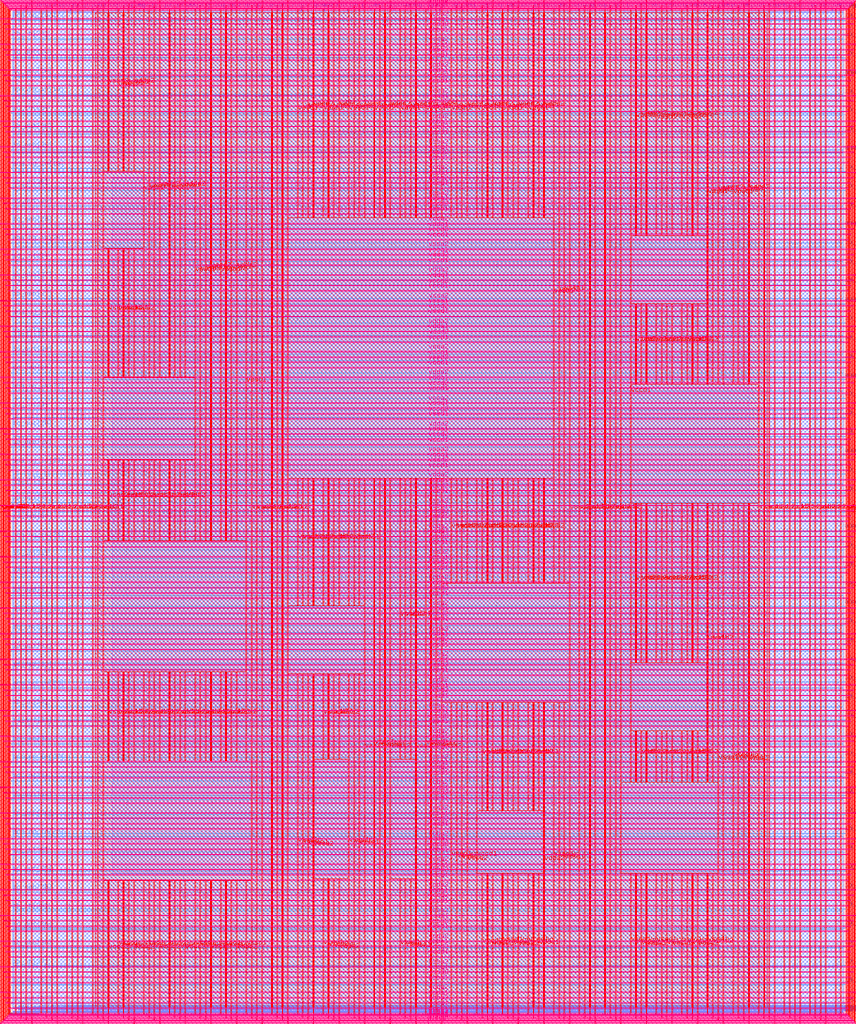
<source format=lef>
VERSION 5.7 ;
  NOWIREEXTENSIONATPIN ON ;
  DIVIDERCHAR "/" ;
  BUSBITCHARS "[]" ;
MACRO user_project_wrapper
  CLASS BLOCK ;
  FOREIGN user_project_wrapper ;
  ORIGIN 0.000 0.000 ;
  SIZE 2920.000 BY 3520.000 ;
  PIN analog_io[0]
    DIRECTION INOUT ;
    USE SIGNAL ;
    PORT
      LAYER met3 ;
        RECT 2917.600 1426.380 2924.800 1427.580 ;
    END
  END analog_io[0]
  PIN analog_io[10]
    DIRECTION INOUT ;
    USE SIGNAL ;
    PORT
      LAYER met2 ;
        RECT 2230.490 3517.600 2231.050 3524.800 ;
    END
  END analog_io[10]
  PIN analog_io[11]
    DIRECTION INOUT ;
    USE SIGNAL ;
    PORT
      LAYER met2 ;
        RECT 1905.730 3517.600 1906.290 3524.800 ;
    END
  END analog_io[11]
  PIN analog_io[12]
    DIRECTION INOUT ;
    USE SIGNAL ;
    PORT
      LAYER met2 ;
        RECT 1581.430 3517.600 1581.990 3524.800 ;
    END
  END analog_io[12]
  PIN analog_io[13]
    DIRECTION INOUT ;
    USE SIGNAL ;
    PORT
      LAYER met2 ;
        RECT 1257.130 3517.600 1257.690 3524.800 ;
    END
  END analog_io[13]
  PIN analog_io[14]
    DIRECTION INOUT ;
    USE SIGNAL ;
    PORT
      LAYER met2 ;
        RECT 932.370 3517.600 932.930 3524.800 ;
    END
  END analog_io[14]
  PIN analog_io[15]
    DIRECTION INOUT ;
    USE SIGNAL ;
    PORT
      LAYER met2 ;
        RECT 608.070 3517.600 608.630 3524.800 ;
    END
  END analog_io[15]
  PIN analog_io[16]
    DIRECTION INOUT ;
    USE SIGNAL ;
    PORT
      LAYER met2 ;
        RECT 283.770 3517.600 284.330 3524.800 ;
    END
  END analog_io[16]
  PIN analog_io[17]
    DIRECTION INOUT ;
    USE SIGNAL ;
    PORT
      LAYER met3 ;
        RECT -4.800 3486.100 2.400 3487.300 ;
    END
  END analog_io[17]
  PIN analog_io[18]
    DIRECTION INOUT ;
    USE SIGNAL ;
    PORT
      LAYER met3 ;
        RECT -4.800 3224.980 2.400 3226.180 ;
    END
  END analog_io[18]
  PIN analog_io[19]
    DIRECTION INOUT ;
    USE SIGNAL ;
    PORT
      LAYER met3 ;
        RECT -4.800 2964.540 2.400 2965.740 ;
    END
  END analog_io[19]
  PIN analog_io[1]
    DIRECTION INOUT ;
    USE SIGNAL ;
    PORT
      LAYER met3 ;
        RECT 2917.600 1692.260 2924.800 1693.460 ;
    END
  END analog_io[1]
  PIN analog_io[20]
    DIRECTION INOUT ;
    USE SIGNAL ;
    PORT
      LAYER met3 ;
        RECT -4.800 2703.420 2.400 2704.620 ;
    END
  END analog_io[20]
  PIN analog_io[21]
    DIRECTION INOUT ;
    USE SIGNAL ;
    PORT
      LAYER met3 ;
        RECT -4.800 2442.980 2.400 2444.180 ;
    END
  END analog_io[21]
  PIN analog_io[22]
    DIRECTION INOUT ;
    USE SIGNAL ;
    PORT
      LAYER met3 ;
        RECT -4.800 2182.540 2.400 2183.740 ;
    END
  END analog_io[22]
  PIN analog_io[23]
    DIRECTION INOUT ;
    USE SIGNAL ;
    PORT
      LAYER met3 ;
        RECT -4.800 1921.420 2.400 1922.620 ;
    END
  END analog_io[23]
  PIN analog_io[24]
    DIRECTION INOUT ;
    USE SIGNAL ;
    PORT
      LAYER met3 ;
        RECT -4.800 1660.980 2.400 1662.180 ;
    END
  END analog_io[24]
  PIN analog_io[25]
    DIRECTION INOUT ;
    USE SIGNAL ;
    PORT
      LAYER met3 ;
        RECT -4.800 1399.860 2.400 1401.060 ;
    END
  END analog_io[25]
  PIN analog_io[26]
    DIRECTION INOUT ;
    USE SIGNAL ;
    PORT
      LAYER met3 ;
        RECT -4.800 1139.420 2.400 1140.620 ;
    END
  END analog_io[26]
  PIN analog_io[27]
    DIRECTION INOUT ;
    USE SIGNAL ;
    PORT
      LAYER met3 ;
        RECT -4.800 878.980 2.400 880.180 ;
    END
  END analog_io[27]
  PIN analog_io[28]
    DIRECTION INOUT ;
    USE SIGNAL ;
    PORT
      LAYER met3 ;
        RECT -4.800 617.860 2.400 619.060 ;
    END
  END analog_io[28]
  PIN analog_io[2]
    DIRECTION INOUT ;
    USE SIGNAL ;
    PORT
      LAYER met3 ;
        RECT 2917.600 1958.140 2924.800 1959.340 ;
    END
  END analog_io[2]
  PIN analog_io[3]
    DIRECTION INOUT ;
    USE SIGNAL ;
    PORT
      LAYER met3 ;
        RECT 2917.600 2223.340 2924.800 2224.540 ;
    END
  END analog_io[3]
  PIN analog_io[4]
    DIRECTION INOUT ;
    USE SIGNAL ;
    PORT
      LAYER met3 ;
        RECT 2917.600 2489.220 2924.800 2490.420 ;
    END
  END analog_io[4]
  PIN analog_io[5]
    DIRECTION INOUT ;
    USE SIGNAL ;
    PORT
      LAYER met3 ;
        RECT 2917.600 2755.100 2924.800 2756.300 ;
    END
  END analog_io[5]
  PIN analog_io[6]
    DIRECTION INOUT ;
    USE SIGNAL ;
    PORT
      LAYER met3 ;
        RECT 2917.600 3020.300 2924.800 3021.500 ;
    END
  END analog_io[6]
  PIN analog_io[7]
    DIRECTION INOUT ;
    USE SIGNAL ;
    PORT
      LAYER met3 ;
        RECT 2917.600 3286.180 2924.800 3287.380 ;
    END
  END analog_io[7]
  PIN analog_io[8]
    DIRECTION INOUT ;
    USE SIGNAL ;
    PORT
      LAYER met2 ;
        RECT 2879.090 3517.600 2879.650 3524.800 ;
    END
  END analog_io[8]
  PIN analog_io[9]
    DIRECTION INOUT ;
    USE SIGNAL ;
    PORT
      LAYER met2 ;
        RECT 2554.790 3517.600 2555.350 3524.800 ;
    END
  END analog_io[9]
  PIN io_in[0]
    DIRECTION INPUT ;
    USE SIGNAL ;
    PORT
      LAYER met3 ;
        RECT 2917.600 32.380 2924.800 33.580 ;
    END
  END io_in[0]
  PIN io_in[10]
    DIRECTION INPUT ;
    USE SIGNAL ;
    PORT
      LAYER met3 ;
        RECT 2917.600 2289.980 2924.800 2291.180 ;
    END
  END io_in[10]
  PIN io_in[11]
    DIRECTION INPUT ;
    USE SIGNAL ;
    PORT
      LAYER met3 ;
        RECT 2917.600 2555.860 2924.800 2557.060 ;
    END
  END io_in[11]
  PIN io_in[12]
    DIRECTION INPUT ;
    USE SIGNAL ;
    PORT
      LAYER met3 ;
        RECT 2917.600 2821.060 2924.800 2822.260 ;
    END
  END io_in[12]
  PIN io_in[13]
    DIRECTION INPUT ;
    USE SIGNAL ;
    PORT
      LAYER met3 ;
        RECT 2917.600 3086.940 2924.800 3088.140 ;
    END
  END io_in[13]
  PIN io_in[14]
    DIRECTION INPUT ;
    USE SIGNAL ;
    PORT
      LAYER met3 ;
        RECT 2917.600 3352.820 2924.800 3354.020 ;
    END
  END io_in[14]
  PIN io_in[15]
    DIRECTION INPUT ;
    USE SIGNAL ;
    PORT
      LAYER met2 ;
        RECT 2798.130 3517.600 2798.690 3524.800 ;
    END
  END io_in[15]
  PIN io_in[16]
    DIRECTION INPUT ;
    USE SIGNAL ;
    PORT
      LAYER met2 ;
        RECT 2473.830 3517.600 2474.390 3524.800 ;
    END
  END io_in[16]
  PIN io_in[17]
    DIRECTION INPUT ;
    USE SIGNAL ;
    PORT
      LAYER met2 ;
        RECT 2149.070 3517.600 2149.630 3524.800 ;
    END
  END io_in[17]
  PIN io_in[18]
    DIRECTION INPUT ;
    USE SIGNAL ;
    PORT
      LAYER met2 ;
        RECT 1824.770 3517.600 1825.330 3524.800 ;
    END
  END io_in[18]
  PIN io_in[19]
    DIRECTION INPUT ;
    USE SIGNAL ;
    PORT
      LAYER met2 ;
        RECT 1500.470 3517.600 1501.030 3524.800 ;
    END
  END io_in[19]
  PIN io_in[1]
    DIRECTION INPUT ;
    USE SIGNAL ;
    PORT
      LAYER met3 ;
        RECT 2917.600 230.940 2924.800 232.140 ;
    END
  END io_in[1]
  PIN io_in[20]
    DIRECTION INPUT ;
    USE SIGNAL ;
    PORT
      LAYER met2 ;
        RECT 1175.710 3517.600 1176.270 3524.800 ;
    END
  END io_in[20]
  PIN io_in[21]
    DIRECTION INPUT ;
    USE SIGNAL ;
    PORT
      LAYER met2 ;
        RECT 851.410 3517.600 851.970 3524.800 ;
    END
  END io_in[21]
  PIN io_in[22]
    DIRECTION INPUT ;
    USE SIGNAL ;
    PORT
      LAYER met2 ;
        RECT 527.110 3517.600 527.670 3524.800 ;
    END
  END io_in[22]
  PIN io_in[23]
    DIRECTION INPUT ;
    USE SIGNAL ;
    PORT
      LAYER met2 ;
        RECT 202.350 3517.600 202.910 3524.800 ;
    END
  END io_in[23]
  PIN io_in[24]
    DIRECTION INPUT ;
    USE SIGNAL ;
    PORT
      LAYER met3 ;
        RECT -4.800 3420.820 2.400 3422.020 ;
    END
  END io_in[24]
  PIN io_in[25]
    DIRECTION INPUT ;
    USE SIGNAL ;
    PORT
      LAYER met3 ;
        RECT -4.800 3159.700 2.400 3160.900 ;
    END
  END io_in[25]
  PIN io_in[26]
    DIRECTION INPUT ;
    USE SIGNAL ;
    PORT
      LAYER met3 ;
        RECT -4.800 2899.260 2.400 2900.460 ;
    END
  END io_in[26]
  PIN io_in[27]
    DIRECTION INPUT ;
    USE SIGNAL ;
    PORT
      LAYER met3 ;
        RECT -4.800 2638.820 2.400 2640.020 ;
    END
  END io_in[27]
  PIN io_in[28]
    DIRECTION INPUT ;
    USE SIGNAL ;
    PORT
      LAYER met3 ;
        RECT -4.800 2377.700 2.400 2378.900 ;
    END
  END io_in[28]
  PIN io_in[29]
    DIRECTION INPUT ;
    USE SIGNAL ;
    PORT
      LAYER met3 ;
        RECT -4.800 2117.260 2.400 2118.460 ;
    END
  END io_in[29]
  PIN io_in[2]
    DIRECTION INPUT ;
    USE SIGNAL ;
    PORT
      LAYER met3 ;
        RECT 2917.600 430.180 2924.800 431.380 ;
    END
  END io_in[2]
  PIN io_in[30]
    DIRECTION INPUT ;
    USE SIGNAL ;
    PORT
      LAYER met3 ;
        RECT -4.800 1856.140 2.400 1857.340 ;
    END
  END io_in[30]
  PIN io_in[31]
    DIRECTION INPUT ;
    USE SIGNAL ;
    PORT
      LAYER met3 ;
        RECT -4.800 1595.700 2.400 1596.900 ;
    END
  END io_in[31]
  PIN io_in[32]
    DIRECTION INPUT ;
    USE SIGNAL ;
    PORT
      LAYER met3 ;
        RECT -4.800 1335.260 2.400 1336.460 ;
    END
  END io_in[32]
  PIN io_in[33]
    DIRECTION INPUT ;
    USE SIGNAL ;
    PORT
      LAYER met3 ;
        RECT -4.800 1074.140 2.400 1075.340 ;
    END
  END io_in[33]
  PIN io_in[34]
    DIRECTION INPUT ;
    USE SIGNAL ;
    PORT
      LAYER met3 ;
        RECT -4.800 813.700 2.400 814.900 ;
    END
  END io_in[34]
  PIN io_in[35]
    DIRECTION INPUT ;
    USE SIGNAL ;
    PORT
      LAYER met3 ;
        RECT -4.800 552.580 2.400 553.780 ;
    END
  END io_in[35]
  PIN io_in[36]
    DIRECTION INPUT ;
    USE SIGNAL ;
    PORT
      LAYER met3 ;
        RECT -4.800 357.420 2.400 358.620 ;
    END
  END io_in[36]
  PIN io_in[37]
    DIRECTION INPUT ;
    USE SIGNAL ;
    PORT
      LAYER met3 ;
        RECT -4.800 161.580 2.400 162.780 ;
    END
  END io_in[37]
  PIN io_in[3]
    DIRECTION INPUT ;
    USE SIGNAL ;
    PORT
      LAYER met3 ;
        RECT 2917.600 629.420 2924.800 630.620 ;
    END
  END io_in[3]
  PIN io_in[4]
    DIRECTION INPUT ;
    USE SIGNAL ;
    PORT
      LAYER met3 ;
        RECT 2917.600 828.660 2924.800 829.860 ;
    END
  END io_in[4]
  PIN io_in[5]
    DIRECTION INPUT ;
    USE SIGNAL ;
    PORT
      LAYER met3 ;
        RECT 2917.600 1027.900 2924.800 1029.100 ;
    END
  END io_in[5]
  PIN io_in[6]
    DIRECTION INPUT ;
    USE SIGNAL ;
    PORT
      LAYER met3 ;
        RECT 2917.600 1227.140 2924.800 1228.340 ;
    END
  END io_in[6]
  PIN io_in[7]
    DIRECTION INPUT ;
    USE SIGNAL ;
    PORT
      LAYER met3 ;
        RECT 2917.600 1493.020 2924.800 1494.220 ;
    END
  END io_in[7]
  PIN io_in[8]
    DIRECTION INPUT ;
    USE SIGNAL ;
    PORT
      LAYER met3 ;
        RECT 2917.600 1758.900 2924.800 1760.100 ;
    END
  END io_in[8]
  PIN io_in[9]
    DIRECTION INPUT ;
    USE SIGNAL ;
    PORT
      LAYER met3 ;
        RECT 2917.600 2024.100 2924.800 2025.300 ;
    END
  END io_in[9]
  PIN io_oeb[0]
    DIRECTION OUTPUT TRISTATE ;
    USE SIGNAL ;
    PORT
      LAYER met3 ;
        RECT 2917.600 164.980 2924.800 166.180 ;
    END
  END io_oeb[0]
  PIN io_oeb[10]
    DIRECTION OUTPUT TRISTATE ;
    USE SIGNAL ;
    PORT
      LAYER met3 ;
        RECT 2917.600 2422.580 2924.800 2423.780 ;
    END
  END io_oeb[10]
  PIN io_oeb[11]
    DIRECTION OUTPUT TRISTATE ;
    USE SIGNAL ;
    PORT
      LAYER met3 ;
        RECT 2917.600 2688.460 2924.800 2689.660 ;
    END
  END io_oeb[11]
  PIN io_oeb[12]
    DIRECTION OUTPUT TRISTATE ;
    USE SIGNAL ;
    PORT
      LAYER met3 ;
        RECT 2917.600 2954.340 2924.800 2955.540 ;
    END
  END io_oeb[12]
  PIN io_oeb[13]
    DIRECTION OUTPUT TRISTATE ;
    USE SIGNAL ;
    PORT
      LAYER met3 ;
        RECT 2917.600 3219.540 2924.800 3220.740 ;
    END
  END io_oeb[13]
  PIN io_oeb[14]
    DIRECTION OUTPUT TRISTATE ;
    USE SIGNAL ;
    PORT
      LAYER met3 ;
        RECT 2917.600 3485.420 2924.800 3486.620 ;
    END
  END io_oeb[14]
  PIN io_oeb[15]
    DIRECTION OUTPUT TRISTATE ;
    USE SIGNAL ;
    PORT
      LAYER met2 ;
        RECT 2635.750 3517.600 2636.310 3524.800 ;
    END
  END io_oeb[15]
  PIN io_oeb[16]
    DIRECTION OUTPUT TRISTATE ;
    USE SIGNAL ;
    PORT
      LAYER met2 ;
        RECT 2311.450 3517.600 2312.010 3524.800 ;
    END
  END io_oeb[16]
  PIN io_oeb[17]
    DIRECTION OUTPUT TRISTATE ;
    USE SIGNAL ;
    PORT
      LAYER met2 ;
        RECT 1987.150 3517.600 1987.710 3524.800 ;
    END
  END io_oeb[17]
  PIN io_oeb[18]
    DIRECTION OUTPUT TRISTATE ;
    USE SIGNAL ;
    PORT
      LAYER met2 ;
        RECT 1662.390 3517.600 1662.950 3524.800 ;
    END
  END io_oeb[18]
  PIN io_oeb[19]
    DIRECTION OUTPUT TRISTATE ;
    USE SIGNAL ;
    PORT
      LAYER met2 ;
        RECT 1338.090 3517.600 1338.650 3524.800 ;
    END
  END io_oeb[19]
  PIN io_oeb[1]
    DIRECTION OUTPUT TRISTATE ;
    USE SIGNAL ;
    PORT
      LAYER met3 ;
        RECT 2917.600 364.220 2924.800 365.420 ;
    END
  END io_oeb[1]
  PIN io_oeb[20]
    DIRECTION OUTPUT TRISTATE ;
    USE SIGNAL ;
    PORT
      LAYER met2 ;
        RECT 1013.790 3517.600 1014.350 3524.800 ;
    END
  END io_oeb[20]
  PIN io_oeb[21]
    DIRECTION OUTPUT TRISTATE ;
    USE SIGNAL ;
    PORT
      LAYER met2 ;
        RECT 689.030 3517.600 689.590 3524.800 ;
    END
  END io_oeb[21]
  PIN io_oeb[22]
    DIRECTION OUTPUT TRISTATE ;
    USE SIGNAL ;
    PORT
      LAYER met2 ;
        RECT 364.730 3517.600 365.290 3524.800 ;
    END
  END io_oeb[22]
  PIN io_oeb[23]
    DIRECTION OUTPUT TRISTATE ;
    USE SIGNAL ;
    PORT
      LAYER met2 ;
        RECT 40.430 3517.600 40.990 3524.800 ;
    END
  END io_oeb[23]
  PIN io_oeb[24]
    DIRECTION OUTPUT TRISTATE ;
    USE SIGNAL ;
    PORT
      LAYER met3 ;
        RECT -4.800 3290.260 2.400 3291.460 ;
    END
  END io_oeb[24]
  PIN io_oeb[25]
    DIRECTION OUTPUT TRISTATE ;
    USE SIGNAL ;
    PORT
      LAYER met3 ;
        RECT -4.800 3029.820 2.400 3031.020 ;
    END
  END io_oeb[25]
  PIN io_oeb[26]
    DIRECTION OUTPUT TRISTATE ;
    USE SIGNAL ;
    PORT
      LAYER met3 ;
        RECT -4.800 2768.700 2.400 2769.900 ;
    END
  END io_oeb[26]
  PIN io_oeb[27]
    DIRECTION OUTPUT TRISTATE ;
    USE SIGNAL ;
    PORT
      LAYER met3 ;
        RECT -4.800 2508.260 2.400 2509.460 ;
    END
  END io_oeb[27]
  PIN io_oeb[28]
    DIRECTION OUTPUT TRISTATE ;
    USE SIGNAL ;
    PORT
      LAYER met3 ;
        RECT -4.800 2247.140 2.400 2248.340 ;
    END
  END io_oeb[28]
  PIN io_oeb[29]
    DIRECTION OUTPUT TRISTATE ;
    USE SIGNAL ;
    PORT
      LAYER met3 ;
        RECT -4.800 1986.700 2.400 1987.900 ;
    END
  END io_oeb[29]
  PIN io_oeb[2]
    DIRECTION OUTPUT TRISTATE ;
    USE SIGNAL ;
    PORT
      LAYER met3 ;
        RECT 2917.600 563.460 2924.800 564.660 ;
    END
  END io_oeb[2]
  PIN io_oeb[30]
    DIRECTION OUTPUT TRISTATE ;
    USE SIGNAL ;
    PORT
      LAYER met3 ;
        RECT -4.800 1726.260 2.400 1727.460 ;
    END
  END io_oeb[30]
  PIN io_oeb[31]
    DIRECTION OUTPUT TRISTATE ;
    USE SIGNAL ;
    PORT
      LAYER met3 ;
        RECT -4.800 1465.140 2.400 1466.340 ;
    END
  END io_oeb[31]
  PIN io_oeb[32]
    DIRECTION OUTPUT TRISTATE ;
    USE SIGNAL ;
    PORT
      LAYER met3 ;
        RECT -4.800 1204.700 2.400 1205.900 ;
    END
  END io_oeb[32]
  PIN io_oeb[33]
    DIRECTION OUTPUT TRISTATE ;
    USE SIGNAL ;
    PORT
      LAYER met3 ;
        RECT -4.800 943.580 2.400 944.780 ;
    END
  END io_oeb[33]
  PIN io_oeb[34]
    DIRECTION OUTPUT TRISTATE ;
    USE SIGNAL ;
    PORT
      LAYER met3 ;
        RECT -4.800 683.140 2.400 684.340 ;
    END
  END io_oeb[34]
  PIN io_oeb[35]
    DIRECTION OUTPUT TRISTATE ;
    USE SIGNAL ;
    PORT
      LAYER met3 ;
        RECT -4.800 422.700 2.400 423.900 ;
    END
  END io_oeb[35]
  PIN io_oeb[36]
    DIRECTION OUTPUT TRISTATE ;
    USE SIGNAL ;
    PORT
      LAYER met3 ;
        RECT -4.800 226.860 2.400 228.060 ;
    END
  END io_oeb[36]
  PIN io_oeb[37]
    DIRECTION OUTPUT TRISTATE ;
    USE SIGNAL ;
    PORT
      LAYER met3 ;
        RECT -4.800 31.700 2.400 32.900 ;
    END
  END io_oeb[37]
  PIN io_oeb[3]
    DIRECTION OUTPUT TRISTATE ;
    USE SIGNAL ;
    PORT
      LAYER met3 ;
        RECT 2917.600 762.700 2924.800 763.900 ;
    END
  END io_oeb[3]
  PIN io_oeb[4]
    DIRECTION OUTPUT TRISTATE ;
    USE SIGNAL ;
    PORT
      LAYER met3 ;
        RECT 2917.600 961.940 2924.800 963.140 ;
    END
  END io_oeb[4]
  PIN io_oeb[5]
    DIRECTION OUTPUT TRISTATE ;
    USE SIGNAL ;
    PORT
      LAYER met3 ;
        RECT 2917.600 1161.180 2924.800 1162.380 ;
    END
  END io_oeb[5]
  PIN io_oeb[6]
    DIRECTION OUTPUT TRISTATE ;
    USE SIGNAL ;
    PORT
      LAYER met3 ;
        RECT 2917.600 1360.420 2924.800 1361.620 ;
    END
  END io_oeb[6]
  PIN io_oeb[7]
    DIRECTION OUTPUT TRISTATE ;
    USE SIGNAL ;
    PORT
      LAYER met3 ;
        RECT 2917.600 1625.620 2924.800 1626.820 ;
    END
  END io_oeb[7]
  PIN io_oeb[8]
    DIRECTION OUTPUT TRISTATE ;
    USE SIGNAL ;
    PORT
      LAYER met3 ;
        RECT 2917.600 1891.500 2924.800 1892.700 ;
    END
  END io_oeb[8]
  PIN io_oeb[9]
    DIRECTION OUTPUT TRISTATE ;
    USE SIGNAL ;
    PORT
      LAYER met3 ;
        RECT 2917.600 2157.380 2924.800 2158.580 ;
    END
  END io_oeb[9]
  PIN io_out[0]
    DIRECTION OUTPUT TRISTATE ;
    USE SIGNAL ;
    PORT
      LAYER met3 ;
        RECT 2917.600 98.340 2924.800 99.540 ;
    END
  END io_out[0]
  PIN io_out[10]
    DIRECTION OUTPUT TRISTATE ;
    USE SIGNAL ;
    PORT
      LAYER met3 ;
        RECT 2917.600 2356.620 2924.800 2357.820 ;
    END
  END io_out[10]
  PIN io_out[11]
    DIRECTION OUTPUT TRISTATE ;
    USE SIGNAL ;
    PORT
      LAYER met3 ;
        RECT 2917.600 2621.820 2924.800 2623.020 ;
    END
  END io_out[11]
  PIN io_out[12]
    DIRECTION OUTPUT TRISTATE ;
    USE SIGNAL ;
    PORT
      LAYER met3 ;
        RECT 2917.600 2887.700 2924.800 2888.900 ;
    END
  END io_out[12]
  PIN io_out[13]
    DIRECTION OUTPUT TRISTATE ;
    USE SIGNAL ;
    PORT
      LAYER met3 ;
        RECT 2917.600 3153.580 2924.800 3154.780 ;
    END
  END io_out[13]
  PIN io_out[14]
    DIRECTION OUTPUT TRISTATE ;
    USE SIGNAL ;
    PORT
      LAYER met3 ;
        RECT 2917.600 3418.780 2924.800 3419.980 ;
    END
  END io_out[14]
  PIN io_out[15]
    DIRECTION OUTPUT TRISTATE ;
    USE SIGNAL ;
    PORT
      LAYER met2 ;
        RECT 2717.170 3517.600 2717.730 3524.800 ;
    END
  END io_out[15]
  PIN io_out[16]
    DIRECTION OUTPUT TRISTATE ;
    USE SIGNAL ;
    PORT
      LAYER met2 ;
        RECT 2392.410 3517.600 2392.970 3524.800 ;
    END
  END io_out[16]
  PIN io_out[17]
    DIRECTION OUTPUT TRISTATE ;
    USE SIGNAL ;
    PORT
      LAYER met2 ;
        RECT 2068.110 3517.600 2068.670 3524.800 ;
    END
  END io_out[17]
  PIN io_out[18]
    DIRECTION OUTPUT TRISTATE ;
    USE SIGNAL ;
    PORT
      LAYER met2 ;
        RECT 1743.810 3517.600 1744.370 3524.800 ;
    END
  END io_out[18]
  PIN io_out[19]
    DIRECTION OUTPUT TRISTATE ;
    USE SIGNAL ;
    PORT
      LAYER met2 ;
        RECT 1419.050 3517.600 1419.610 3524.800 ;
    END
  END io_out[19]
  PIN io_out[1]
    DIRECTION OUTPUT TRISTATE ;
    USE SIGNAL ;
    PORT
      LAYER met3 ;
        RECT 2917.600 297.580 2924.800 298.780 ;
    END
  END io_out[1]
  PIN io_out[20]
    DIRECTION OUTPUT TRISTATE ;
    USE SIGNAL ;
    PORT
      LAYER met2 ;
        RECT 1094.750 3517.600 1095.310 3524.800 ;
    END
  END io_out[20]
  PIN io_out[21]
    DIRECTION OUTPUT TRISTATE ;
    USE SIGNAL ;
    PORT
      LAYER met2 ;
        RECT 770.450 3517.600 771.010 3524.800 ;
    END
  END io_out[21]
  PIN io_out[22]
    DIRECTION OUTPUT TRISTATE ;
    USE SIGNAL ;
    PORT
      LAYER met2 ;
        RECT 445.690 3517.600 446.250 3524.800 ;
    END
  END io_out[22]
  PIN io_out[23]
    DIRECTION OUTPUT TRISTATE ;
    USE SIGNAL ;
    PORT
      LAYER met2 ;
        RECT 121.390 3517.600 121.950 3524.800 ;
    END
  END io_out[23]
  PIN io_out[24]
    DIRECTION OUTPUT TRISTATE ;
    USE SIGNAL ;
    PORT
      LAYER met3 ;
        RECT -4.800 3355.540 2.400 3356.740 ;
    END
  END io_out[24]
  PIN io_out[25]
    DIRECTION OUTPUT TRISTATE ;
    USE SIGNAL ;
    PORT
      LAYER met3 ;
        RECT -4.800 3095.100 2.400 3096.300 ;
    END
  END io_out[25]
  PIN io_out[26]
    DIRECTION OUTPUT TRISTATE ;
    USE SIGNAL ;
    PORT
      LAYER met3 ;
        RECT -4.800 2833.980 2.400 2835.180 ;
    END
  END io_out[26]
  PIN io_out[27]
    DIRECTION OUTPUT TRISTATE ;
    USE SIGNAL ;
    PORT
      LAYER met3 ;
        RECT -4.800 2573.540 2.400 2574.740 ;
    END
  END io_out[27]
  PIN io_out[28]
    DIRECTION OUTPUT TRISTATE ;
    USE SIGNAL ;
    PORT
      LAYER met3 ;
        RECT -4.800 2312.420 2.400 2313.620 ;
    END
  END io_out[28]
  PIN io_out[29]
    DIRECTION OUTPUT TRISTATE ;
    USE SIGNAL ;
    PORT
      LAYER met3 ;
        RECT -4.800 2051.980 2.400 2053.180 ;
    END
  END io_out[29]
  PIN io_out[2]
    DIRECTION OUTPUT TRISTATE ;
    USE SIGNAL ;
    PORT
      LAYER met3 ;
        RECT 2917.600 496.820 2924.800 498.020 ;
    END
  END io_out[2]
  PIN io_out[30]
    DIRECTION OUTPUT TRISTATE ;
    USE SIGNAL ;
    PORT
      LAYER met3 ;
        RECT -4.800 1791.540 2.400 1792.740 ;
    END
  END io_out[30]
  PIN io_out[31]
    DIRECTION OUTPUT TRISTATE ;
    USE SIGNAL ;
    PORT
      LAYER met3 ;
        RECT -4.800 1530.420 2.400 1531.620 ;
    END
  END io_out[31]
  PIN io_out[32]
    DIRECTION OUTPUT TRISTATE ;
    USE SIGNAL ;
    PORT
      LAYER met3 ;
        RECT -4.800 1269.980 2.400 1271.180 ;
    END
  END io_out[32]
  PIN io_out[33]
    DIRECTION OUTPUT TRISTATE ;
    USE SIGNAL ;
    PORT
      LAYER met3 ;
        RECT -4.800 1008.860 2.400 1010.060 ;
    END
  END io_out[33]
  PIN io_out[34]
    DIRECTION OUTPUT TRISTATE ;
    USE SIGNAL ;
    PORT
      LAYER met3 ;
        RECT -4.800 748.420 2.400 749.620 ;
    END
  END io_out[34]
  PIN io_out[35]
    DIRECTION OUTPUT TRISTATE ;
    USE SIGNAL ;
    PORT
      LAYER met3 ;
        RECT -4.800 487.300 2.400 488.500 ;
    END
  END io_out[35]
  PIN io_out[36]
    DIRECTION OUTPUT TRISTATE ;
    USE SIGNAL ;
    PORT
      LAYER met3 ;
        RECT -4.800 292.140 2.400 293.340 ;
    END
  END io_out[36]
  PIN io_out[37]
    DIRECTION OUTPUT TRISTATE ;
    USE SIGNAL ;
    PORT
      LAYER met3 ;
        RECT -4.800 96.300 2.400 97.500 ;
    END
  END io_out[37]
  PIN io_out[3]
    DIRECTION OUTPUT TRISTATE ;
    USE SIGNAL ;
    PORT
      LAYER met3 ;
        RECT 2917.600 696.060 2924.800 697.260 ;
    END
  END io_out[3]
  PIN io_out[4]
    DIRECTION OUTPUT TRISTATE ;
    USE SIGNAL ;
    PORT
      LAYER met3 ;
        RECT 2917.600 895.300 2924.800 896.500 ;
    END
  END io_out[4]
  PIN io_out[5]
    DIRECTION OUTPUT TRISTATE ;
    USE SIGNAL ;
    PORT
      LAYER met3 ;
        RECT 2917.600 1094.540 2924.800 1095.740 ;
    END
  END io_out[5]
  PIN io_out[6]
    DIRECTION OUTPUT TRISTATE ;
    USE SIGNAL ;
    PORT
      LAYER met3 ;
        RECT 2917.600 1293.780 2924.800 1294.980 ;
    END
  END io_out[6]
  PIN io_out[7]
    DIRECTION OUTPUT TRISTATE ;
    USE SIGNAL ;
    PORT
      LAYER met3 ;
        RECT 2917.600 1559.660 2924.800 1560.860 ;
    END
  END io_out[7]
  PIN io_out[8]
    DIRECTION OUTPUT TRISTATE ;
    USE SIGNAL ;
    PORT
      LAYER met3 ;
        RECT 2917.600 1824.860 2924.800 1826.060 ;
    END
  END io_out[8]
  PIN io_out[9]
    DIRECTION OUTPUT TRISTATE ;
    USE SIGNAL ;
    PORT
      LAYER met3 ;
        RECT 2917.600 2090.740 2924.800 2091.940 ;
    END
  END io_out[9]
  PIN la_data_in[0]
    DIRECTION INPUT ;
    USE SIGNAL ;
    PORT
      LAYER met2 ;
        RECT 629.230 -4.800 629.790 2.400 ;
    END
  END la_data_in[0]
  PIN la_data_in[100]
    DIRECTION INPUT ;
    USE SIGNAL ;
    PORT
      LAYER met2 ;
        RECT 2402.530 -4.800 2403.090 2.400 ;
    END
  END la_data_in[100]
  PIN la_data_in[101]
    DIRECTION INPUT ;
    USE SIGNAL ;
    PORT
      LAYER met2 ;
        RECT 2420.010 -4.800 2420.570 2.400 ;
    END
  END la_data_in[101]
  PIN la_data_in[102]
    DIRECTION INPUT ;
    USE SIGNAL ;
    PORT
      LAYER met2 ;
        RECT 2437.950 -4.800 2438.510 2.400 ;
    END
  END la_data_in[102]
  PIN la_data_in[103]
    DIRECTION INPUT ;
    USE SIGNAL ;
    PORT
      LAYER met2 ;
        RECT 2455.430 -4.800 2455.990 2.400 ;
    END
  END la_data_in[103]
  PIN la_data_in[104]
    DIRECTION INPUT ;
    USE SIGNAL ;
    PORT
      LAYER met2 ;
        RECT 2473.370 -4.800 2473.930 2.400 ;
    END
  END la_data_in[104]
  PIN la_data_in[105]
    DIRECTION INPUT ;
    USE SIGNAL ;
    PORT
      LAYER met2 ;
        RECT 2490.850 -4.800 2491.410 2.400 ;
    END
  END la_data_in[105]
  PIN la_data_in[106]
    DIRECTION INPUT ;
    USE SIGNAL ;
    PORT
      LAYER met2 ;
        RECT 2508.790 -4.800 2509.350 2.400 ;
    END
  END la_data_in[106]
  PIN la_data_in[107]
    DIRECTION INPUT ;
    USE SIGNAL ;
    PORT
      LAYER met2 ;
        RECT 2526.730 -4.800 2527.290 2.400 ;
    END
  END la_data_in[107]
  PIN la_data_in[108]
    DIRECTION INPUT ;
    USE SIGNAL ;
    PORT
      LAYER met2 ;
        RECT 2544.210 -4.800 2544.770 2.400 ;
    END
  END la_data_in[108]
  PIN la_data_in[109]
    DIRECTION INPUT ;
    USE SIGNAL ;
    PORT
      LAYER met2 ;
        RECT 2562.150 -4.800 2562.710 2.400 ;
    END
  END la_data_in[109]
  PIN la_data_in[10]
    DIRECTION INPUT ;
    USE SIGNAL ;
    PORT
      LAYER met2 ;
        RECT 806.330 -4.800 806.890 2.400 ;
    END
  END la_data_in[10]
  PIN la_data_in[110]
    DIRECTION INPUT ;
    USE SIGNAL ;
    PORT
      LAYER met2 ;
        RECT 2579.630 -4.800 2580.190 2.400 ;
    END
  END la_data_in[110]
  PIN la_data_in[111]
    DIRECTION INPUT ;
    USE SIGNAL ;
    PORT
      LAYER met2 ;
        RECT 2597.570 -4.800 2598.130 2.400 ;
    END
  END la_data_in[111]
  PIN la_data_in[112]
    DIRECTION INPUT ;
    USE SIGNAL ;
    PORT
      LAYER met2 ;
        RECT 2615.050 -4.800 2615.610 2.400 ;
    END
  END la_data_in[112]
  PIN la_data_in[113]
    DIRECTION INPUT ;
    USE SIGNAL ;
    PORT
      LAYER met2 ;
        RECT 2632.990 -4.800 2633.550 2.400 ;
    END
  END la_data_in[113]
  PIN la_data_in[114]
    DIRECTION INPUT ;
    USE SIGNAL ;
    PORT
      LAYER met2 ;
        RECT 2650.470 -4.800 2651.030 2.400 ;
    END
  END la_data_in[114]
  PIN la_data_in[115]
    DIRECTION INPUT ;
    USE SIGNAL ;
    PORT
      LAYER met2 ;
        RECT 2668.410 -4.800 2668.970 2.400 ;
    END
  END la_data_in[115]
  PIN la_data_in[116]
    DIRECTION INPUT ;
    USE SIGNAL ;
    PORT
      LAYER met2 ;
        RECT 2685.890 -4.800 2686.450 2.400 ;
    END
  END la_data_in[116]
  PIN la_data_in[117]
    DIRECTION INPUT ;
    USE SIGNAL ;
    PORT
      LAYER met2 ;
        RECT 2703.830 -4.800 2704.390 2.400 ;
    END
  END la_data_in[117]
  PIN la_data_in[118]
    DIRECTION INPUT ;
    USE SIGNAL ;
    PORT
      LAYER met2 ;
        RECT 2721.770 -4.800 2722.330 2.400 ;
    END
  END la_data_in[118]
  PIN la_data_in[119]
    DIRECTION INPUT ;
    USE SIGNAL ;
    PORT
      LAYER met2 ;
        RECT 2739.250 -4.800 2739.810 2.400 ;
    END
  END la_data_in[119]
  PIN la_data_in[11]
    DIRECTION INPUT ;
    USE SIGNAL ;
    PORT
      LAYER met2 ;
        RECT 824.270 -4.800 824.830 2.400 ;
    END
  END la_data_in[11]
  PIN la_data_in[120]
    DIRECTION INPUT ;
    USE SIGNAL ;
    PORT
      LAYER met2 ;
        RECT 2757.190 -4.800 2757.750 2.400 ;
    END
  END la_data_in[120]
  PIN la_data_in[121]
    DIRECTION INPUT ;
    USE SIGNAL ;
    PORT
      LAYER met2 ;
        RECT 2774.670 -4.800 2775.230 2.400 ;
    END
  END la_data_in[121]
  PIN la_data_in[122]
    DIRECTION INPUT ;
    USE SIGNAL ;
    PORT
      LAYER met2 ;
        RECT 2792.610 -4.800 2793.170 2.400 ;
    END
  END la_data_in[122]
  PIN la_data_in[123]
    DIRECTION INPUT ;
    USE SIGNAL ;
    PORT
      LAYER met2 ;
        RECT 2810.090 -4.800 2810.650 2.400 ;
    END
  END la_data_in[123]
  PIN la_data_in[124]
    DIRECTION INPUT ;
    USE SIGNAL ;
    PORT
      LAYER met2 ;
        RECT 2828.030 -4.800 2828.590 2.400 ;
    END
  END la_data_in[124]
  PIN la_data_in[125]
    DIRECTION INPUT ;
    USE SIGNAL ;
    PORT
      LAYER met2 ;
        RECT 2845.510 -4.800 2846.070 2.400 ;
    END
  END la_data_in[125]
  PIN la_data_in[126]
    DIRECTION INPUT ;
    USE SIGNAL ;
    PORT
      LAYER met2 ;
        RECT 2863.450 -4.800 2864.010 2.400 ;
    END
  END la_data_in[126]
  PIN la_data_in[127]
    DIRECTION INPUT ;
    USE SIGNAL ;
    PORT
      LAYER met2 ;
        RECT 2881.390 -4.800 2881.950 2.400 ;
    END
  END la_data_in[127]
  PIN la_data_in[12]
    DIRECTION INPUT ;
    USE SIGNAL ;
    PORT
      LAYER met2 ;
        RECT 841.750 -4.800 842.310 2.400 ;
    END
  END la_data_in[12]
  PIN la_data_in[13]
    DIRECTION INPUT ;
    USE SIGNAL ;
    PORT
      LAYER met2 ;
        RECT 859.690 -4.800 860.250 2.400 ;
    END
  END la_data_in[13]
  PIN la_data_in[14]
    DIRECTION INPUT ;
    USE SIGNAL ;
    PORT
      LAYER met2 ;
        RECT 877.170 -4.800 877.730 2.400 ;
    END
  END la_data_in[14]
  PIN la_data_in[15]
    DIRECTION INPUT ;
    USE SIGNAL ;
    PORT
      LAYER met2 ;
        RECT 895.110 -4.800 895.670 2.400 ;
    END
  END la_data_in[15]
  PIN la_data_in[16]
    DIRECTION INPUT ;
    USE SIGNAL ;
    PORT
      LAYER met2 ;
        RECT 912.590 -4.800 913.150 2.400 ;
    END
  END la_data_in[16]
  PIN la_data_in[17]
    DIRECTION INPUT ;
    USE SIGNAL ;
    PORT
      LAYER met2 ;
        RECT 930.530 -4.800 931.090 2.400 ;
    END
  END la_data_in[17]
  PIN la_data_in[18]
    DIRECTION INPUT ;
    USE SIGNAL ;
    PORT
      LAYER met2 ;
        RECT 948.470 -4.800 949.030 2.400 ;
    END
  END la_data_in[18]
  PIN la_data_in[19]
    DIRECTION INPUT ;
    USE SIGNAL ;
    PORT
      LAYER met2 ;
        RECT 965.950 -4.800 966.510 2.400 ;
    END
  END la_data_in[19]
  PIN la_data_in[1]
    DIRECTION INPUT ;
    USE SIGNAL ;
    PORT
      LAYER met2 ;
        RECT 646.710 -4.800 647.270 2.400 ;
    END
  END la_data_in[1]
  PIN la_data_in[20]
    DIRECTION INPUT ;
    USE SIGNAL ;
    PORT
      LAYER met2 ;
        RECT 983.890 -4.800 984.450 2.400 ;
    END
  END la_data_in[20]
  PIN la_data_in[21]
    DIRECTION INPUT ;
    USE SIGNAL ;
    PORT
      LAYER met2 ;
        RECT 1001.370 -4.800 1001.930 2.400 ;
    END
  END la_data_in[21]
  PIN la_data_in[22]
    DIRECTION INPUT ;
    USE SIGNAL ;
    PORT
      LAYER met2 ;
        RECT 1019.310 -4.800 1019.870 2.400 ;
    END
  END la_data_in[22]
  PIN la_data_in[23]
    DIRECTION INPUT ;
    USE SIGNAL ;
    PORT
      LAYER met2 ;
        RECT 1036.790 -4.800 1037.350 2.400 ;
    END
  END la_data_in[23]
  PIN la_data_in[24]
    DIRECTION INPUT ;
    USE SIGNAL ;
    PORT
      LAYER met2 ;
        RECT 1054.730 -4.800 1055.290 2.400 ;
    END
  END la_data_in[24]
  PIN la_data_in[25]
    DIRECTION INPUT ;
    USE SIGNAL ;
    PORT
      LAYER met2 ;
        RECT 1072.210 -4.800 1072.770 2.400 ;
    END
  END la_data_in[25]
  PIN la_data_in[26]
    DIRECTION INPUT ;
    USE SIGNAL ;
    PORT
      LAYER met2 ;
        RECT 1090.150 -4.800 1090.710 2.400 ;
    END
  END la_data_in[26]
  PIN la_data_in[27]
    DIRECTION INPUT ;
    USE SIGNAL ;
    PORT
      LAYER met2 ;
        RECT 1107.630 -4.800 1108.190 2.400 ;
    END
  END la_data_in[27]
  PIN la_data_in[28]
    DIRECTION INPUT ;
    USE SIGNAL ;
    PORT
      LAYER met2 ;
        RECT 1125.570 -4.800 1126.130 2.400 ;
    END
  END la_data_in[28]
  PIN la_data_in[29]
    DIRECTION INPUT ;
    USE SIGNAL ;
    PORT
      LAYER met2 ;
        RECT 1143.510 -4.800 1144.070 2.400 ;
    END
  END la_data_in[29]
  PIN la_data_in[2]
    DIRECTION INPUT ;
    USE SIGNAL ;
    PORT
      LAYER met2 ;
        RECT 664.650 -4.800 665.210 2.400 ;
    END
  END la_data_in[2]
  PIN la_data_in[30]
    DIRECTION INPUT ;
    USE SIGNAL ;
    PORT
      LAYER met2 ;
        RECT 1160.990 -4.800 1161.550 2.400 ;
    END
  END la_data_in[30]
  PIN la_data_in[31]
    DIRECTION INPUT ;
    USE SIGNAL ;
    PORT
      LAYER met2 ;
        RECT 1178.930 -4.800 1179.490 2.400 ;
    END
  END la_data_in[31]
  PIN la_data_in[32]
    DIRECTION INPUT ;
    USE SIGNAL ;
    PORT
      LAYER met2 ;
        RECT 1196.410 -4.800 1196.970 2.400 ;
    END
  END la_data_in[32]
  PIN la_data_in[33]
    DIRECTION INPUT ;
    USE SIGNAL ;
    PORT
      LAYER met2 ;
        RECT 1214.350 -4.800 1214.910 2.400 ;
    END
  END la_data_in[33]
  PIN la_data_in[34]
    DIRECTION INPUT ;
    USE SIGNAL ;
    PORT
      LAYER met2 ;
        RECT 1231.830 -4.800 1232.390 2.400 ;
    END
  END la_data_in[34]
  PIN la_data_in[35]
    DIRECTION INPUT ;
    USE SIGNAL ;
    PORT
      LAYER met2 ;
        RECT 1249.770 -4.800 1250.330 2.400 ;
    END
  END la_data_in[35]
  PIN la_data_in[36]
    DIRECTION INPUT ;
    USE SIGNAL ;
    PORT
      LAYER met2 ;
        RECT 1267.250 -4.800 1267.810 2.400 ;
    END
  END la_data_in[36]
  PIN la_data_in[37]
    DIRECTION INPUT ;
    USE SIGNAL ;
    PORT
      LAYER met2 ;
        RECT 1285.190 -4.800 1285.750 2.400 ;
    END
  END la_data_in[37]
  PIN la_data_in[38]
    DIRECTION INPUT ;
    USE SIGNAL ;
    PORT
      LAYER met2 ;
        RECT 1303.130 -4.800 1303.690 2.400 ;
    END
  END la_data_in[38]
  PIN la_data_in[39]
    DIRECTION INPUT ;
    USE SIGNAL ;
    PORT
      LAYER met2 ;
        RECT 1320.610 -4.800 1321.170 2.400 ;
    END
  END la_data_in[39]
  PIN la_data_in[3]
    DIRECTION INPUT ;
    USE SIGNAL ;
    PORT
      LAYER met2 ;
        RECT 682.130 -4.800 682.690 2.400 ;
    END
  END la_data_in[3]
  PIN la_data_in[40]
    DIRECTION INPUT ;
    USE SIGNAL ;
    PORT
      LAYER met2 ;
        RECT 1338.550 -4.800 1339.110 2.400 ;
    END
  END la_data_in[40]
  PIN la_data_in[41]
    DIRECTION INPUT ;
    USE SIGNAL ;
    PORT
      LAYER met2 ;
        RECT 1356.030 -4.800 1356.590 2.400 ;
    END
  END la_data_in[41]
  PIN la_data_in[42]
    DIRECTION INPUT ;
    USE SIGNAL ;
    PORT
      LAYER met2 ;
        RECT 1373.970 -4.800 1374.530 2.400 ;
    END
  END la_data_in[42]
  PIN la_data_in[43]
    DIRECTION INPUT ;
    USE SIGNAL ;
    PORT
      LAYER met2 ;
        RECT 1391.450 -4.800 1392.010 2.400 ;
    END
  END la_data_in[43]
  PIN la_data_in[44]
    DIRECTION INPUT ;
    USE SIGNAL ;
    PORT
      LAYER met2 ;
        RECT 1409.390 -4.800 1409.950 2.400 ;
    END
  END la_data_in[44]
  PIN la_data_in[45]
    DIRECTION INPUT ;
    USE SIGNAL ;
    PORT
      LAYER met2 ;
        RECT 1426.870 -4.800 1427.430 2.400 ;
    END
  END la_data_in[45]
  PIN la_data_in[46]
    DIRECTION INPUT ;
    USE SIGNAL ;
    PORT
      LAYER met2 ;
        RECT 1444.810 -4.800 1445.370 2.400 ;
    END
  END la_data_in[46]
  PIN la_data_in[47]
    DIRECTION INPUT ;
    USE SIGNAL ;
    PORT
      LAYER met2 ;
        RECT 1462.750 -4.800 1463.310 2.400 ;
    END
  END la_data_in[47]
  PIN la_data_in[48]
    DIRECTION INPUT ;
    USE SIGNAL ;
    PORT
      LAYER met2 ;
        RECT 1480.230 -4.800 1480.790 2.400 ;
    END
  END la_data_in[48]
  PIN la_data_in[49]
    DIRECTION INPUT ;
    USE SIGNAL ;
    PORT
      LAYER met2 ;
        RECT 1498.170 -4.800 1498.730 2.400 ;
    END
  END la_data_in[49]
  PIN la_data_in[4]
    DIRECTION INPUT ;
    USE SIGNAL ;
    PORT
      LAYER met2 ;
        RECT 700.070 -4.800 700.630 2.400 ;
    END
  END la_data_in[4]
  PIN la_data_in[50]
    DIRECTION INPUT ;
    USE SIGNAL ;
    PORT
      LAYER met2 ;
        RECT 1515.650 -4.800 1516.210 2.400 ;
    END
  END la_data_in[50]
  PIN la_data_in[51]
    DIRECTION INPUT ;
    USE SIGNAL ;
    PORT
      LAYER met2 ;
        RECT 1533.590 -4.800 1534.150 2.400 ;
    END
  END la_data_in[51]
  PIN la_data_in[52]
    DIRECTION INPUT ;
    USE SIGNAL ;
    PORT
      LAYER met2 ;
        RECT 1551.070 -4.800 1551.630 2.400 ;
    END
  END la_data_in[52]
  PIN la_data_in[53]
    DIRECTION INPUT ;
    USE SIGNAL ;
    PORT
      LAYER met2 ;
        RECT 1569.010 -4.800 1569.570 2.400 ;
    END
  END la_data_in[53]
  PIN la_data_in[54]
    DIRECTION INPUT ;
    USE SIGNAL ;
    PORT
      LAYER met2 ;
        RECT 1586.490 -4.800 1587.050 2.400 ;
    END
  END la_data_in[54]
  PIN la_data_in[55]
    DIRECTION INPUT ;
    USE SIGNAL ;
    PORT
      LAYER met2 ;
        RECT 1604.430 -4.800 1604.990 2.400 ;
    END
  END la_data_in[55]
  PIN la_data_in[56]
    DIRECTION INPUT ;
    USE SIGNAL ;
    PORT
      LAYER met2 ;
        RECT 1621.910 -4.800 1622.470 2.400 ;
    END
  END la_data_in[56]
  PIN la_data_in[57]
    DIRECTION INPUT ;
    USE SIGNAL ;
    PORT
      LAYER met2 ;
        RECT 1639.850 -4.800 1640.410 2.400 ;
    END
  END la_data_in[57]
  PIN la_data_in[58]
    DIRECTION INPUT ;
    USE SIGNAL ;
    PORT
      LAYER met2 ;
        RECT 1657.790 -4.800 1658.350 2.400 ;
    END
  END la_data_in[58]
  PIN la_data_in[59]
    DIRECTION INPUT ;
    USE SIGNAL ;
    PORT
      LAYER met2 ;
        RECT 1675.270 -4.800 1675.830 2.400 ;
    END
  END la_data_in[59]
  PIN la_data_in[5]
    DIRECTION INPUT ;
    USE SIGNAL ;
    PORT
      LAYER met2 ;
        RECT 717.550 -4.800 718.110 2.400 ;
    END
  END la_data_in[5]
  PIN la_data_in[60]
    DIRECTION INPUT ;
    USE SIGNAL ;
    PORT
      LAYER met2 ;
        RECT 1693.210 -4.800 1693.770 2.400 ;
    END
  END la_data_in[60]
  PIN la_data_in[61]
    DIRECTION INPUT ;
    USE SIGNAL ;
    PORT
      LAYER met2 ;
        RECT 1710.690 -4.800 1711.250 2.400 ;
    END
  END la_data_in[61]
  PIN la_data_in[62]
    DIRECTION INPUT ;
    USE SIGNAL ;
    PORT
      LAYER met2 ;
        RECT 1728.630 -4.800 1729.190 2.400 ;
    END
  END la_data_in[62]
  PIN la_data_in[63]
    DIRECTION INPUT ;
    USE SIGNAL ;
    PORT
      LAYER met2 ;
        RECT 1746.110 -4.800 1746.670 2.400 ;
    END
  END la_data_in[63]
  PIN la_data_in[64]
    DIRECTION INPUT ;
    USE SIGNAL ;
    PORT
      LAYER met2 ;
        RECT 1764.050 -4.800 1764.610 2.400 ;
    END
  END la_data_in[64]
  PIN la_data_in[65]
    DIRECTION INPUT ;
    USE SIGNAL ;
    PORT
      LAYER met2 ;
        RECT 1781.530 -4.800 1782.090 2.400 ;
    END
  END la_data_in[65]
  PIN la_data_in[66]
    DIRECTION INPUT ;
    USE SIGNAL ;
    PORT
      LAYER met2 ;
        RECT 1799.470 -4.800 1800.030 2.400 ;
    END
  END la_data_in[66]
  PIN la_data_in[67]
    DIRECTION INPUT ;
    USE SIGNAL ;
    PORT
      LAYER met2 ;
        RECT 1817.410 -4.800 1817.970 2.400 ;
    END
  END la_data_in[67]
  PIN la_data_in[68]
    DIRECTION INPUT ;
    USE SIGNAL ;
    PORT
      LAYER met2 ;
        RECT 1834.890 -4.800 1835.450 2.400 ;
    END
  END la_data_in[68]
  PIN la_data_in[69]
    DIRECTION INPUT ;
    USE SIGNAL ;
    PORT
      LAYER met2 ;
        RECT 1852.830 -4.800 1853.390 2.400 ;
    END
  END la_data_in[69]
  PIN la_data_in[6]
    DIRECTION INPUT ;
    USE SIGNAL ;
    PORT
      LAYER met2 ;
        RECT 735.490 -4.800 736.050 2.400 ;
    END
  END la_data_in[6]
  PIN la_data_in[70]
    DIRECTION INPUT ;
    USE SIGNAL ;
    PORT
      LAYER met2 ;
        RECT 1870.310 -4.800 1870.870 2.400 ;
    END
  END la_data_in[70]
  PIN la_data_in[71]
    DIRECTION INPUT ;
    USE SIGNAL ;
    PORT
      LAYER met2 ;
        RECT 1888.250 -4.800 1888.810 2.400 ;
    END
  END la_data_in[71]
  PIN la_data_in[72]
    DIRECTION INPUT ;
    USE SIGNAL ;
    PORT
      LAYER met2 ;
        RECT 1905.730 -4.800 1906.290 2.400 ;
    END
  END la_data_in[72]
  PIN la_data_in[73]
    DIRECTION INPUT ;
    USE SIGNAL ;
    PORT
      LAYER met2 ;
        RECT 1923.670 -4.800 1924.230 2.400 ;
    END
  END la_data_in[73]
  PIN la_data_in[74]
    DIRECTION INPUT ;
    USE SIGNAL ;
    PORT
      LAYER met2 ;
        RECT 1941.150 -4.800 1941.710 2.400 ;
    END
  END la_data_in[74]
  PIN la_data_in[75]
    DIRECTION INPUT ;
    USE SIGNAL ;
    PORT
      LAYER met2 ;
        RECT 1959.090 -4.800 1959.650 2.400 ;
    END
  END la_data_in[75]
  PIN la_data_in[76]
    DIRECTION INPUT ;
    USE SIGNAL ;
    PORT
      LAYER met2 ;
        RECT 1976.570 -4.800 1977.130 2.400 ;
    END
  END la_data_in[76]
  PIN la_data_in[77]
    DIRECTION INPUT ;
    USE SIGNAL ;
    PORT
      LAYER met2 ;
        RECT 1994.510 -4.800 1995.070 2.400 ;
    END
  END la_data_in[77]
  PIN la_data_in[78]
    DIRECTION INPUT ;
    USE SIGNAL ;
    PORT
      LAYER met2 ;
        RECT 2012.450 -4.800 2013.010 2.400 ;
    END
  END la_data_in[78]
  PIN la_data_in[79]
    DIRECTION INPUT ;
    USE SIGNAL ;
    PORT
      LAYER met2 ;
        RECT 2029.930 -4.800 2030.490 2.400 ;
    END
  END la_data_in[79]
  PIN la_data_in[7]
    DIRECTION INPUT ;
    USE SIGNAL ;
    PORT
      LAYER met2 ;
        RECT 752.970 -4.800 753.530 2.400 ;
    END
  END la_data_in[7]
  PIN la_data_in[80]
    DIRECTION INPUT ;
    USE SIGNAL ;
    PORT
      LAYER met2 ;
        RECT 2047.870 -4.800 2048.430 2.400 ;
    END
  END la_data_in[80]
  PIN la_data_in[81]
    DIRECTION INPUT ;
    USE SIGNAL ;
    PORT
      LAYER met2 ;
        RECT 2065.350 -4.800 2065.910 2.400 ;
    END
  END la_data_in[81]
  PIN la_data_in[82]
    DIRECTION INPUT ;
    USE SIGNAL ;
    PORT
      LAYER met2 ;
        RECT 2083.290 -4.800 2083.850 2.400 ;
    END
  END la_data_in[82]
  PIN la_data_in[83]
    DIRECTION INPUT ;
    USE SIGNAL ;
    PORT
      LAYER met2 ;
        RECT 2100.770 -4.800 2101.330 2.400 ;
    END
  END la_data_in[83]
  PIN la_data_in[84]
    DIRECTION INPUT ;
    USE SIGNAL ;
    PORT
      LAYER met2 ;
        RECT 2118.710 -4.800 2119.270 2.400 ;
    END
  END la_data_in[84]
  PIN la_data_in[85]
    DIRECTION INPUT ;
    USE SIGNAL ;
    PORT
      LAYER met2 ;
        RECT 2136.190 -4.800 2136.750 2.400 ;
    END
  END la_data_in[85]
  PIN la_data_in[86]
    DIRECTION INPUT ;
    USE SIGNAL ;
    PORT
      LAYER met2 ;
        RECT 2154.130 -4.800 2154.690 2.400 ;
    END
  END la_data_in[86]
  PIN la_data_in[87]
    DIRECTION INPUT ;
    USE SIGNAL ;
    PORT
      LAYER met2 ;
        RECT 2172.070 -4.800 2172.630 2.400 ;
    END
  END la_data_in[87]
  PIN la_data_in[88]
    DIRECTION INPUT ;
    USE SIGNAL ;
    PORT
      LAYER met2 ;
        RECT 2189.550 -4.800 2190.110 2.400 ;
    END
  END la_data_in[88]
  PIN la_data_in[89]
    DIRECTION INPUT ;
    USE SIGNAL ;
    PORT
      LAYER met2 ;
        RECT 2207.490 -4.800 2208.050 2.400 ;
    END
  END la_data_in[89]
  PIN la_data_in[8]
    DIRECTION INPUT ;
    USE SIGNAL ;
    PORT
      LAYER met2 ;
        RECT 770.910 -4.800 771.470 2.400 ;
    END
  END la_data_in[8]
  PIN la_data_in[90]
    DIRECTION INPUT ;
    USE SIGNAL ;
    PORT
      LAYER met2 ;
        RECT 2224.970 -4.800 2225.530 2.400 ;
    END
  END la_data_in[90]
  PIN la_data_in[91]
    DIRECTION INPUT ;
    USE SIGNAL ;
    PORT
      LAYER met2 ;
        RECT 2242.910 -4.800 2243.470 2.400 ;
    END
  END la_data_in[91]
  PIN la_data_in[92]
    DIRECTION INPUT ;
    USE SIGNAL ;
    PORT
      LAYER met2 ;
        RECT 2260.390 -4.800 2260.950 2.400 ;
    END
  END la_data_in[92]
  PIN la_data_in[93]
    DIRECTION INPUT ;
    USE SIGNAL ;
    PORT
      LAYER met2 ;
        RECT 2278.330 -4.800 2278.890 2.400 ;
    END
  END la_data_in[93]
  PIN la_data_in[94]
    DIRECTION INPUT ;
    USE SIGNAL ;
    PORT
      LAYER met2 ;
        RECT 2295.810 -4.800 2296.370 2.400 ;
    END
  END la_data_in[94]
  PIN la_data_in[95]
    DIRECTION INPUT ;
    USE SIGNAL ;
    PORT
      LAYER met2 ;
        RECT 2313.750 -4.800 2314.310 2.400 ;
    END
  END la_data_in[95]
  PIN la_data_in[96]
    DIRECTION INPUT ;
    USE SIGNAL ;
    PORT
      LAYER met2 ;
        RECT 2331.230 -4.800 2331.790 2.400 ;
    END
  END la_data_in[96]
  PIN la_data_in[97]
    DIRECTION INPUT ;
    USE SIGNAL ;
    PORT
      LAYER met2 ;
        RECT 2349.170 -4.800 2349.730 2.400 ;
    END
  END la_data_in[97]
  PIN la_data_in[98]
    DIRECTION INPUT ;
    USE SIGNAL ;
    PORT
      LAYER met2 ;
        RECT 2367.110 -4.800 2367.670 2.400 ;
    END
  END la_data_in[98]
  PIN la_data_in[99]
    DIRECTION INPUT ;
    USE SIGNAL ;
    PORT
      LAYER met2 ;
        RECT 2384.590 -4.800 2385.150 2.400 ;
    END
  END la_data_in[99]
  PIN la_data_in[9]
    DIRECTION INPUT ;
    USE SIGNAL ;
    PORT
      LAYER met2 ;
        RECT 788.850 -4.800 789.410 2.400 ;
    END
  END la_data_in[9]
  PIN la_data_out[0]
    DIRECTION OUTPUT TRISTATE ;
    USE SIGNAL ;
    PORT
      LAYER met2 ;
        RECT 634.750 -4.800 635.310 2.400 ;
    END
  END la_data_out[0]
  PIN la_data_out[100]
    DIRECTION OUTPUT TRISTATE ;
    USE SIGNAL ;
    PORT
      LAYER met2 ;
        RECT 2408.510 -4.800 2409.070 2.400 ;
    END
  END la_data_out[100]
  PIN la_data_out[101]
    DIRECTION OUTPUT TRISTATE ;
    USE SIGNAL ;
    PORT
      LAYER met2 ;
        RECT 2425.990 -4.800 2426.550 2.400 ;
    END
  END la_data_out[101]
  PIN la_data_out[102]
    DIRECTION OUTPUT TRISTATE ;
    USE SIGNAL ;
    PORT
      LAYER met2 ;
        RECT 2443.930 -4.800 2444.490 2.400 ;
    END
  END la_data_out[102]
  PIN la_data_out[103]
    DIRECTION OUTPUT TRISTATE ;
    USE SIGNAL ;
    PORT
      LAYER met2 ;
        RECT 2461.410 -4.800 2461.970 2.400 ;
    END
  END la_data_out[103]
  PIN la_data_out[104]
    DIRECTION OUTPUT TRISTATE ;
    USE SIGNAL ;
    PORT
      LAYER met2 ;
        RECT 2479.350 -4.800 2479.910 2.400 ;
    END
  END la_data_out[104]
  PIN la_data_out[105]
    DIRECTION OUTPUT TRISTATE ;
    USE SIGNAL ;
    PORT
      LAYER met2 ;
        RECT 2496.830 -4.800 2497.390 2.400 ;
    END
  END la_data_out[105]
  PIN la_data_out[106]
    DIRECTION OUTPUT TRISTATE ;
    USE SIGNAL ;
    PORT
      LAYER met2 ;
        RECT 2514.770 -4.800 2515.330 2.400 ;
    END
  END la_data_out[106]
  PIN la_data_out[107]
    DIRECTION OUTPUT TRISTATE ;
    USE SIGNAL ;
    PORT
      LAYER met2 ;
        RECT 2532.250 -4.800 2532.810 2.400 ;
    END
  END la_data_out[107]
  PIN la_data_out[108]
    DIRECTION OUTPUT TRISTATE ;
    USE SIGNAL ;
    PORT
      LAYER met2 ;
        RECT 2550.190 -4.800 2550.750 2.400 ;
    END
  END la_data_out[108]
  PIN la_data_out[109]
    DIRECTION OUTPUT TRISTATE ;
    USE SIGNAL ;
    PORT
      LAYER met2 ;
        RECT 2567.670 -4.800 2568.230 2.400 ;
    END
  END la_data_out[109]
  PIN la_data_out[10]
    DIRECTION OUTPUT TRISTATE ;
    USE SIGNAL ;
    PORT
      LAYER met2 ;
        RECT 812.310 -4.800 812.870 2.400 ;
    END
  END la_data_out[10]
  PIN la_data_out[110]
    DIRECTION OUTPUT TRISTATE ;
    USE SIGNAL ;
    PORT
      LAYER met2 ;
        RECT 2585.610 -4.800 2586.170 2.400 ;
    END
  END la_data_out[110]
  PIN la_data_out[111]
    DIRECTION OUTPUT TRISTATE ;
    USE SIGNAL ;
    PORT
      LAYER met2 ;
        RECT 2603.550 -4.800 2604.110 2.400 ;
    END
  END la_data_out[111]
  PIN la_data_out[112]
    DIRECTION OUTPUT TRISTATE ;
    USE SIGNAL ;
    PORT
      LAYER met2 ;
        RECT 2621.030 -4.800 2621.590 2.400 ;
    END
  END la_data_out[112]
  PIN la_data_out[113]
    DIRECTION OUTPUT TRISTATE ;
    USE SIGNAL ;
    PORT
      LAYER met2 ;
        RECT 2638.970 -4.800 2639.530 2.400 ;
    END
  END la_data_out[113]
  PIN la_data_out[114]
    DIRECTION OUTPUT TRISTATE ;
    USE SIGNAL ;
    PORT
      LAYER met2 ;
        RECT 2656.450 -4.800 2657.010 2.400 ;
    END
  END la_data_out[114]
  PIN la_data_out[115]
    DIRECTION OUTPUT TRISTATE ;
    USE SIGNAL ;
    PORT
      LAYER met2 ;
        RECT 2674.390 -4.800 2674.950 2.400 ;
    END
  END la_data_out[115]
  PIN la_data_out[116]
    DIRECTION OUTPUT TRISTATE ;
    USE SIGNAL ;
    PORT
      LAYER met2 ;
        RECT 2691.870 -4.800 2692.430 2.400 ;
    END
  END la_data_out[116]
  PIN la_data_out[117]
    DIRECTION OUTPUT TRISTATE ;
    USE SIGNAL ;
    PORT
      LAYER met2 ;
        RECT 2709.810 -4.800 2710.370 2.400 ;
    END
  END la_data_out[117]
  PIN la_data_out[118]
    DIRECTION OUTPUT TRISTATE ;
    USE SIGNAL ;
    PORT
      LAYER met2 ;
        RECT 2727.290 -4.800 2727.850 2.400 ;
    END
  END la_data_out[118]
  PIN la_data_out[119]
    DIRECTION OUTPUT TRISTATE ;
    USE SIGNAL ;
    PORT
      LAYER met2 ;
        RECT 2745.230 -4.800 2745.790 2.400 ;
    END
  END la_data_out[119]
  PIN la_data_out[11]
    DIRECTION OUTPUT TRISTATE ;
    USE SIGNAL ;
    PORT
      LAYER met2 ;
        RECT 830.250 -4.800 830.810 2.400 ;
    END
  END la_data_out[11]
  PIN la_data_out[120]
    DIRECTION OUTPUT TRISTATE ;
    USE SIGNAL ;
    PORT
      LAYER met2 ;
        RECT 2763.170 -4.800 2763.730 2.400 ;
    END
  END la_data_out[120]
  PIN la_data_out[121]
    DIRECTION OUTPUT TRISTATE ;
    USE SIGNAL ;
    PORT
      LAYER met2 ;
        RECT 2780.650 -4.800 2781.210 2.400 ;
    END
  END la_data_out[121]
  PIN la_data_out[122]
    DIRECTION OUTPUT TRISTATE ;
    USE SIGNAL ;
    PORT
      LAYER met2 ;
        RECT 2798.590 -4.800 2799.150 2.400 ;
    END
  END la_data_out[122]
  PIN la_data_out[123]
    DIRECTION OUTPUT TRISTATE ;
    USE SIGNAL ;
    PORT
      LAYER met2 ;
        RECT 2816.070 -4.800 2816.630 2.400 ;
    END
  END la_data_out[123]
  PIN la_data_out[124]
    DIRECTION OUTPUT TRISTATE ;
    USE SIGNAL ;
    PORT
      LAYER met2 ;
        RECT 2834.010 -4.800 2834.570 2.400 ;
    END
  END la_data_out[124]
  PIN la_data_out[125]
    DIRECTION OUTPUT TRISTATE ;
    USE SIGNAL ;
    PORT
      LAYER met2 ;
        RECT 2851.490 -4.800 2852.050 2.400 ;
    END
  END la_data_out[125]
  PIN la_data_out[126]
    DIRECTION OUTPUT TRISTATE ;
    USE SIGNAL ;
    PORT
      LAYER met2 ;
        RECT 2869.430 -4.800 2869.990 2.400 ;
    END
  END la_data_out[126]
  PIN la_data_out[127]
    DIRECTION OUTPUT TRISTATE ;
    USE SIGNAL ;
    PORT
      LAYER met2 ;
        RECT 2886.910 -4.800 2887.470 2.400 ;
    END
  END la_data_out[127]
  PIN la_data_out[12]
    DIRECTION OUTPUT TRISTATE ;
    USE SIGNAL ;
    PORT
      LAYER met2 ;
        RECT 847.730 -4.800 848.290 2.400 ;
    END
  END la_data_out[12]
  PIN la_data_out[13]
    DIRECTION OUTPUT TRISTATE ;
    USE SIGNAL ;
    PORT
      LAYER met2 ;
        RECT 865.670 -4.800 866.230 2.400 ;
    END
  END la_data_out[13]
  PIN la_data_out[14]
    DIRECTION OUTPUT TRISTATE ;
    USE SIGNAL ;
    PORT
      LAYER met2 ;
        RECT 883.150 -4.800 883.710 2.400 ;
    END
  END la_data_out[14]
  PIN la_data_out[15]
    DIRECTION OUTPUT TRISTATE ;
    USE SIGNAL ;
    PORT
      LAYER met2 ;
        RECT 901.090 -4.800 901.650 2.400 ;
    END
  END la_data_out[15]
  PIN la_data_out[16]
    DIRECTION OUTPUT TRISTATE ;
    USE SIGNAL ;
    PORT
      LAYER met2 ;
        RECT 918.570 -4.800 919.130 2.400 ;
    END
  END la_data_out[16]
  PIN la_data_out[17]
    DIRECTION OUTPUT TRISTATE ;
    USE SIGNAL ;
    PORT
      LAYER met2 ;
        RECT 936.510 -4.800 937.070 2.400 ;
    END
  END la_data_out[17]
  PIN la_data_out[18]
    DIRECTION OUTPUT TRISTATE ;
    USE SIGNAL ;
    PORT
      LAYER met2 ;
        RECT 953.990 -4.800 954.550 2.400 ;
    END
  END la_data_out[18]
  PIN la_data_out[19]
    DIRECTION OUTPUT TRISTATE ;
    USE SIGNAL ;
    PORT
      LAYER met2 ;
        RECT 971.930 -4.800 972.490 2.400 ;
    END
  END la_data_out[19]
  PIN la_data_out[1]
    DIRECTION OUTPUT TRISTATE ;
    USE SIGNAL ;
    PORT
      LAYER met2 ;
        RECT 652.690 -4.800 653.250 2.400 ;
    END
  END la_data_out[1]
  PIN la_data_out[20]
    DIRECTION OUTPUT TRISTATE ;
    USE SIGNAL ;
    PORT
      LAYER met2 ;
        RECT 989.410 -4.800 989.970 2.400 ;
    END
  END la_data_out[20]
  PIN la_data_out[21]
    DIRECTION OUTPUT TRISTATE ;
    USE SIGNAL ;
    PORT
      LAYER met2 ;
        RECT 1007.350 -4.800 1007.910 2.400 ;
    END
  END la_data_out[21]
  PIN la_data_out[22]
    DIRECTION OUTPUT TRISTATE ;
    USE SIGNAL ;
    PORT
      LAYER met2 ;
        RECT 1025.290 -4.800 1025.850 2.400 ;
    END
  END la_data_out[22]
  PIN la_data_out[23]
    DIRECTION OUTPUT TRISTATE ;
    USE SIGNAL ;
    PORT
      LAYER met2 ;
        RECT 1042.770 -4.800 1043.330 2.400 ;
    END
  END la_data_out[23]
  PIN la_data_out[24]
    DIRECTION OUTPUT TRISTATE ;
    USE SIGNAL ;
    PORT
      LAYER met2 ;
        RECT 1060.710 -4.800 1061.270 2.400 ;
    END
  END la_data_out[24]
  PIN la_data_out[25]
    DIRECTION OUTPUT TRISTATE ;
    USE SIGNAL ;
    PORT
      LAYER met2 ;
        RECT 1078.190 -4.800 1078.750 2.400 ;
    END
  END la_data_out[25]
  PIN la_data_out[26]
    DIRECTION OUTPUT TRISTATE ;
    USE SIGNAL ;
    PORT
      LAYER met2 ;
        RECT 1096.130 -4.800 1096.690 2.400 ;
    END
  END la_data_out[26]
  PIN la_data_out[27]
    DIRECTION OUTPUT TRISTATE ;
    USE SIGNAL ;
    PORT
      LAYER met2 ;
        RECT 1113.610 -4.800 1114.170 2.400 ;
    END
  END la_data_out[27]
  PIN la_data_out[28]
    DIRECTION OUTPUT TRISTATE ;
    USE SIGNAL ;
    PORT
      LAYER met2 ;
        RECT 1131.550 -4.800 1132.110 2.400 ;
    END
  END la_data_out[28]
  PIN la_data_out[29]
    DIRECTION OUTPUT TRISTATE ;
    USE SIGNAL ;
    PORT
      LAYER met2 ;
        RECT 1149.030 -4.800 1149.590 2.400 ;
    END
  END la_data_out[29]
  PIN la_data_out[2]
    DIRECTION OUTPUT TRISTATE ;
    USE SIGNAL ;
    PORT
      LAYER met2 ;
        RECT 670.630 -4.800 671.190 2.400 ;
    END
  END la_data_out[2]
  PIN la_data_out[30]
    DIRECTION OUTPUT TRISTATE ;
    USE SIGNAL ;
    PORT
      LAYER met2 ;
        RECT 1166.970 -4.800 1167.530 2.400 ;
    END
  END la_data_out[30]
  PIN la_data_out[31]
    DIRECTION OUTPUT TRISTATE ;
    USE SIGNAL ;
    PORT
      LAYER met2 ;
        RECT 1184.910 -4.800 1185.470 2.400 ;
    END
  END la_data_out[31]
  PIN la_data_out[32]
    DIRECTION OUTPUT TRISTATE ;
    USE SIGNAL ;
    PORT
      LAYER met2 ;
        RECT 1202.390 -4.800 1202.950 2.400 ;
    END
  END la_data_out[32]
  PIN la_data_out[33]
    DIRECTION OUTPUT TRISTATE ;
    USE SIGNAL ;
    PORT
      LAYER met2 ;
        RECT 1220.330 -4.800 1220.890 2.400 ;
    END
  END la_data_out[33]
  PIN la_data_out[34]
    DIRECTION OUTPUT TRISTATE ;
    USE SIGNAL ;
    PORT
      LAYER met2 ;
        RECT 1237.810 -4.800 1238.370 2.400 ;
    END
  END la_data_out[34]
  PIN la_data_out[35]
    DIRECTION OUTPUT TRISTATE ;
    USE SIGNAL ;
    PORT
      LAYER met2 ;
        RECT 1255.750 -4.800 1256.310 2.400 ;
    END
  END la_data_out[35]
  PIN la_data_out[36]
    DIRECTION OUTPUT TRISTATE ;
    USE SIGNAL ;
    PORT
      LAYER met2 ;
        RECT 1273.230 -4.800 1273.790 2.400 ;
    END
  END la_data_out[36]
  PIN la_data_out[37]
    DIRECTION OUTPUT TRISTATE ;
    USE SIGNAL ;
    PORT
      LAYER met2 ;
        RECT 1291.170 -4.800 1291.730 2.400 ;
    END
  END la_data_out[37]
  PIN la_data_out[38]
    DIRECTION OUTPUT TRISTATE ;
    USE SIGNAL ;
    PORT
      LAYER met2 ;
        RECT 1308.650 -4.800 1309.210 2.400 ;
    END
  END la_data_out[38]
  PIN la_data_out[39]
    DIRECTION OUTPUT TRISTATE ;
    USE SIGNAL ;
    PORT
      LAYER met2 ;
        RECT 1326.590 -4.800 1327.150 2.400 ;
    END
  END la_data_out[39]
  PIN la_data_out[3]
    DIRECTION OUTPUT TRISTATE ;
    USE SIGNAL ;
    PORT
      LAYER met2 ;
        RECT 688.110 -4.800 688.670 2.400 ;
    END
  END la_data_out[3]
  PIN la_data_out[40]
    DIRECTION OUTPUT TRISTATE ;
    USE SIGNAL ;
    PORT
      LAYER met2 ;
        RECT 1344.070 -4.800 1344.630 2.400 ;
    END
  END la_data_out[40]
  PIN la_data_out[41]
    DIRECTION OUTPUT TRISTATE ;
    USE SIGNAL ;
    PORT
      LAYER met2 ;
        RECT 1362.010 -4.800 1362.570 2.400 ;
    END
  END la_data_out[41]
  PIN la_data_out[42]
    DIRECTION OUTPUT TRISTATE ;
    USE SIGNAL ;
    PORT
      LAYER met2 ;
        RECT 1379.950 -4.800 1380.510 2.400 ;
    END
  END la_data_out[42]
  PIN la_data_out[43]
    DIRECTION OUTPUT TRISTATE ;
    USE SIGNAL ;
    PORT
      LAYER met2 ;
        RECT 1397.430 -4.800 1397.990 2.400 ;
    END
  END la_data_out[43]
  PIN la_data_out[44]
    DIRECTION OUTPUT TRISTATE ;
    USE SIGNAL ;
    PORT
      LAYER met2 ;
        RECT 1415.370 -4.800 1415.930 2.400 ;
    END
  END la_data_out[44]
  PIN la_data_out[45]
    DIRECTION OUTPUT TRISTATE ;
    USE SIGNAL ;
    PORT
      LAYER met2 ;
        RECT 1432.850 -4.800 1433.410 2.400 ;
    END
  END la_data_out[45]
  PIN la_data_out[46]
    DIRECTION OUTPUT TRISTATE ;
    USE SIGNAL ;
    PORT
      LAYER met2 ;
        RECT 1450.790 -4.800 1451.350 2.400 ;
    END
  END la_data_out[46]
  PIN la_data_out[47]
    DIRECTION OUTPUT TRISTATE ;
    USE SIGNAL ;
    PORT
      LAYER met2 ;
        RECT 1468.270 -4.800 1468.830 2.400 ;
    END
  END la_data_out[47]
  PIN la_data_out[48]
    DIRECTION OUTPUT TRISTATE ;
    USE SIGNAL ;
    PORT
      LAYER met2 ;
        RECT 1486.210 -4.800 1486.770 2.400 ;
    END
  END la_data_out[48]
  PIN la_data_out[49]
    DIRECTION OUTPUT TRISTATE ;
    USE SIGNAL ;
    PORT
      LAYER met2 ;
        RECT 1503.690 -4.800 1504.250 2.400 ;
    END
  END la_data_out[49]
  PIN la_data_out[4]
    DIRECTION OUTPUT TRISTATE ;
    USE SIGNAL ;
    PORT
      LAYER met2 ;
        RECT 706.050 -4.800 706.610 2.400 ;
    END
  END la_data_out[4]
  PIN la_data_out[50]
    DIRECTION OUTPUT TRISTATE ;
    USE SIGNAL ;
    PORT
      LAYER met2 ;
        RECT 1521.630 -4.800 1522.190 2.400 ;
    END
  END la_data_out[50]
  PIN la_data_out[51]
    DIRECTION OUTPUT TRISTATE ;
    USE SIGNAL ;
    PORT
      LAYER met2 ;
        RECT 1539.570 -4.800 1540.130 2.400 ;
    END
  END la_data_out[51]
  PIN la_data_out[52]
    DIRECTION OUTPUT TRISTATE ;
    USE SIGNAL ;
    PORT
      LAYER met2 ;
        RECT 1557.050 -4.800 1557.610 2.400 ;
    END
  END la_data_out[52]
  PIN la_data_out[53]
    DIRECTION OUTPUT TRISTATE ;
    USE SIGNAL ;
    PORT
      LAYER met2 ;
        RECT 1574.990 -4.800 1575.550 2.400 ;
    END
  END la_data_out[53]
  PIN la_data_out[54]
    DIRECTION OUTPUT TRISTATE ;
    USE SIGNAL ;
    PORT
      LAYER met2 ;
        RECT 1592.470 -4.800 1593.030 2.400 ;
    END
  END la_data_out[54]
  PIN la_data_out[55]
    DIRECTION OUTPUT TRISTATE ;
    USE SIGNAL ;
    PORT
      LAYER met2 ;
        RECT 1610.410 -4.800 1610.970 2.400 ;
    END
  END la_data_out[55]
  PIN la_data_out[56]
    DIRECTION OUTPUT TRISTATE ;
    USE SIGNAL ;
    PORT
      LAYER met2 ;
        RECT 1627.890 -4.800 1628.450 2.400 ;
    END
  END la_data_out[56]
  PIN la_data_out[57]
    DIRECTION OUTPUT TRISTATE ;
    USE SIGNAL ;
    PORT
      LAYER met2 ;
        RECT 1645.830 -4.800 1646.390 2.400 ;
    END
  END la_data_out[57]
  PIN la_data_out[58]
    DIRECTION OUTPUT TRISTATE ;
    USE SIGNAL ;
    PORT
      LAYER met2 ;
        RECT 1663.310 -4.800 1663.870 2.400 ;
    END
  END la_data_out[58]
  PIN la_data_out[59]
    DIRECTION OUTPUT TRISTATE ;
    USE SIGNAL ;
    PORT
      LAYER met2 ;
        RECT 1681.250 -4.800 1681.810 2.400 ;
    END
  END la_data_out[59]
  PIN la_data_out[5]
    DIRECTION OUTPUT TRISTATE ;
    USE SIGNAL ;
    PORT
      LAYER met2 ;
        RECT 723.530 -4.800 724.090 2.400 ;
    END
  END la_data_out[5]
  PIN la_data_out[60]
    DIRECTION OUTPUT TRISTATE ;
    USE SIGNAL ;
    PORT
      LAYER met2 ;
        RECT 1699.190 -4.800 1699.750 2.400 ;
    END
  END la_data_out[60]
  PIN la_data_out[61]
    DIRECTION OUTPUT TRISTATE ;
    USE SIGNAL ;
    PORT
      LAYER met2 ;
        RECT 1716.670 -4.800 1717.230 2.400 ;
    END
  END la_data_out[61]
  PIN la_data_out[62]
    DIRECTION OUTPUT TRISTATE ;
    USE SIGNAL ;
    PORT
      LAYER met2 ;
        RECT 1734.610 -4.800 1735.170 2.400 ;
    END
  END la_data_out[62]
  PIN la_data_out[63]
    DIRECTION OUTPUT TRISTATE ;
    USE SIGNAL ;
    PORT
      LAYER met2 ;
        RECT 1752.090 -4.800 1752.650 2.400 ;
    END
  END la_data_out[63]
  PIN la_data_out[64]
    DIRECTION OUTPUT TRISTATE ;
    USE SIGNAL ;
    PORT
      LAYER met2 ;
        RECT 1770.030 -4.800 1770.590 2.400 ;
    END
  END la_data_out[64]
  PIN la_data_out[65]
    DIRECTION OUTPUT TRISTATE ;
    USE SIGNAL ;
    PORT
      LAYER met2 ;
        RECT 1787.510 -4.800 1788.070 2.400 ;
    END
  END la_data_out[65]
  PIN la_data_out[66]
    DIRECTION OUTPUT TRISTATE ;
    USE SIGNAL ;
    PORT
      LAYER met2 ;
        RECT 1805.450 -4.800 1806.010 2.400 ;
    END
  END la_data_out[66]
  PIN la_data_out[67]
    DIRECTION OUTPUT TRISTATE ;
    USE SIGNAL ;
    PORT
      LAYER met2 ;
        RECT 1822.930 -4.800 1823.490 2.400 ;
    END
  END la_data_out[67]
  PIN la_data_out[68]
    DIRECTION OUTPUT TRISTATE ;
    USE SIGNAL ;
    PORT
      LAYER met2 ;
        RECT 1840.870 -4.800 1841.430 2.400 ;
    END
  END la_data_out[68]
  PIN la_data_out[69]
    DIRECTION OUTPUT TRISTATE ;
    USE SIGNAL ;
    PORT
      LAYER met2 ;
        RECT 1858.350 -4.800 1858.910 2.400 ;
    END
  END la_data_out[69]
  PIN la_data_out[6]
    DIRECTION OUTPUT TRISTATE ;
    USE SIGNAL ;
    PORT
      LAYER met2 ;
        RECT 741.470 -4.800 742.030 2.400 ;
    END
  END la_data_out[6]
  PIN la_data_out[70]
    DIRECTION OUTPUT TRISTATE ;
    USE SIGNAL ;
    PORT
      LAYER met2 ;
        RECT 1876.290 -4.800 1876.850 2.400 ;
    END
  END la_data_out[70]
  PIN la_data_out[71]
    DIRECTION OUTPUT TRISTATE ;
    USE SIGNAL ;
    PORT
      LAYER met2 ;
        RECT 1894.230 -4.800 1894.790 2.400 ;
    END
  END la_data_out[71]
  PIN la_data_out[72]
    DIRECTION OUTPUT TRISTATE ;
    USE SIGNAL ;
    PORT
      LAYER met2 ;
        RECT 1911.710 -4.800 1912.270 2.400 ;
    END
  END la_data_out[72]
  PIN la_data_out[73]
    DIRECTION OUTPUT TRISTATE ;
    USE SIGNAL ;
    PORT
      LAYER met2 ;
        RECT 1929.650 -4.800 1930.210 2.400 ;
    END
  END la_data_out[73]
  PIN la_data_out[74]
    DIRECTION OUTPUT TRISTATE ;
    USE SIGNAL ;
    PORT
      LAYER met2 ;
        RECT 1947.130 -4.800 1947.690 2.400 ;
    END
  END la_data_out[74]
  PIN la_data_out[75]
    DIRECTION OUTPUT TRISTATE ;
    USE SIGNAL ;
    PORT
      LAYER met2 ;
        RECT 1965.070 -4.800 1965.630 2.400 ;
    END
  END la_data_out[75]
  PIN la_data_out[76]
    DIRECTION OUTPUT TRISTATE ;
    USE SIGNAL ;
    PORT
      LAYER met2 ;
        RECT 1982.550 -4.800 1983.110 2.400 ;
    END
  END la_data_out[76]
  PIN la_data_out[77]
    DIRECTION OUTPUT TRISTATE ;
    USE SIGNAL ;
    PORT
      LAYER met2 ;
        RECT 2000.490 -4.800 2001.050 2.400 ;
    END
  END la_data_out[77]
  PIN la_data_out[78]
    DIRECTION OUTPUT TRISTATE ;
    USE SIGNAL ;
    PORT
      LAYER met2 ;
        RECT 2017.970 -4.800 2018.530 2.400 ;
    END
  END la_data_out[78]
  PIN la_data_out[79]
    DIRECTION OUTPUT TRISTATE ;
    USE SIGNAL ;
    PORT
      LAYER met2 ;
        RECT 2035.910 -4.800 2036.470 2.400 ;
    END
  END la_data_out[79]
  PIN la_data_out[7]
    DIRECTION OUTPUT TRISTATE ;
    USE SIGNAL ;
    PORT
      LAYER met2 ;
        RECT 758.950 -4.800 759.510 2.400 ;
    END
  END la_data_out[7]
  PIN la_data_out[80]
    DIRECTION OUTPUT TRISTATE ;
    USE SIGNAL ;
    PORT
      LAYER met2 ;
        RECT 2053.850 -4.800 2054.410 2.400 ;
    END
  END la_data_out[80]
  PIN la_data_out[81]
    DIRECTION OUTPUT TRISTATE ;
    USE SIGNAL ;
    PORT
      LAYER met2 ;
        RECT 2071.330 -4.800 2071.890 2.400 ;
    END
  END la_data_out[81]
  PIN la_data_out[82]
    DIRECTION OUTPUT TRISTATE ;
    USE SIGNAL ;
    PORT
      LAYER met2 ;
        RECT 2089.270 -4.800 2089.830 2.400 ;
    END
  END la_data_out[82]
  PIN la_data_out[83]
    DIRECTION OUTPUT TRISTATE ;
    USE SIGNAL ;
    PORT
      LAYER met2 ;
        RECT 2106.750 -4.800 2107.310 2.400 ;
    END
  END la_data_out[83]
  PIN la_data_out[84]
    DIRECTION OUTPUT TRISTATE ;
    USE SIGNAL ;
    PORT
      LAYER met2 ;
        RECT 2124.690 -4.800 2125.250 2.400 ;
    END
  END la_data_out[84]
  PIN la_data_out[85]
    DIRECTION OUTPUT TRISTATE ;
    USE SIGNAL ;
    PORT
      LAYER met2 ;
        RECT 2142.170 -4.800 2142.730 2.400 ;
    END
  END la_data_out[85]
  PIN la_data_out[86]
    DIRECTION OUTPUT TRISTATE ;
    USE SIGNAL ;
    PORT
      LAYER met2 ;
        RECT 2160.110 -4.800 2160.670 2.400 ;
    END
  END la_data_out[86]
  PIN la_data_out[87]
    DIRECTION OUTPUT TRISTATE ;
    USE SIGNAL ;
    PORT
      LAYER met2 ;
        RECT 2177.590 -4.800 2178.150 2.400 ;
    END
  END la_data_out[87]
  PIN la_data_out[88]
    DIRECTION OUTPUT TRISTATE ;
    USE SIGNAL ;
    PORT
      LAYER met2 ;
        RECT 2195.530 -4.800 2196.090 2.400 ;
    END
  END la_data_out[88]
  PIN la_data_out[89]
    DIRECTION OUTPUT TRISTATE ;
    USE SIGNAL ;
    PORT
      LAYER met2 ;
        RECT 2213.010 -4.800 2213.570 2.400 ;
    END
  END la_data_out[89]
  PIN la_data_out[8]
    DIRECTION OUTPUT TRISTATE ;
    USE SIGNAL ;
    PORT
      LAYER met2 ;
        RECT 776.890 -4.800 777.450 2.400 ;
    END
  END la_data_out[8]
  PIN la_data_out[90]
    DIRECTION OUTPUT TRISTATE ;
    USE SIGNAL ;
    PORT
      LAYER met2 ;
        RECT 2230.950 -4.800 2231.510 2.400 ;
    END
  END la_data_out[90]
  PIN la_data_out[91]
    DIRECTION OUTPUT TRISTATE ;
    USE SIGNAL ;
    PORT
      LAYER met2 ;
        RECT 2248.890 -4.800 2249.450 2.400 ;
    END
  END la_data_out[91]
  PIN la_data_out[92]
    DIRECTION OUTPUT TRISTATE ;
    USE SIGNAL ;
    PORT
      LAYER met2 ;
        RECT 2266.370 -4.800 2266.930 2.400 ;
    END
  END la_data_out[92]
  PIN la_data_out[93]
    DIRECTION OUTPUT TRISTATE ;
    USE SIGNAL ;
    PORT
      LAYER met2 ;
        RECT 2284.310 -4.800 2284.870 2.400 ;
    END
  END la_data_out[93]
  PIN la_data_out[94]
    DIRECTION OUTPUT TRISTATE ;
    USE SIGNAL ;
    PORT
      LAYER met2 ;
        RECT 2301.790 -4.800 2302.350 2.400 ;
    END
  END la_data_out[94]
  PIN la_data_out[95]
    DIRECTION OUTPUT TRISTATE ;
    USE SIGNAL ;
    PORT
      LAYER met2 ;
        RECT 2319.730 -4.800 2320.290 2.400 ;
    END
  END la_data_out[95]
  PIN la_data_out[96]
    DIRECTION OUTPUT TRISTATE ;
    USE SIGNAL ;
    PORT
      LAYER met2 ;
        RECT 2337.210 -4.800 2337.770 2.400 ;
    END
  END la_data_out[96]
  PIN la_data_out[97]
    DIRECTION OUTPUT TRISTATE ;
    USE SIGNAL ;
    PORT
      LAYER met2 ;
        RECT 2355.150 -4.800 2355.710 2.400 ;
    END
  END la_data_out[97]
  PIN la_data_out[98]
    DIRECTION OUTPUT TRISTATE ;
    USE SIGNAL ;
    PORT
      LAYER met2 ;
        RECT 2372.630 -4.800 2373.190 2.400 ;
    END
  END la_data_out[98]
  PIN la_data_out[99]
    DIRECTION OUTPUT TRISTATE ;
    USE SIGNAL ;
    PORT
      LAYER met2 ;
        RECT 2390.570 -4.800 2391.130 2.400 ;
    END
  END la_data_out[99]
  PIN la_data_out[9]
    DIRECTION OUTPUT TRISTATE ;
    USE SIGNAL ;
    PORT
      LAYER met2 ;
        RECT 794.370 -4.800 794.930 2.400 ;
    END
  END la_data_out[9]
  PIN la_oenb[0]
    DIRECTION INPUT ;
    USE SIGNAL ;
    PORT
      LAYER met2 ;
        RECT 640.730 -4.800 641.290 2.400 ;
    END
  END la_oenb[0]
  PIN la_oenb[100]
    DIRECTION INPUT ;
    USE SIGNAL ;
    PORT
      LAYER met2 ;
        RECT 2414.030 -4.800 2414.590 2.400 ;
    END
  END la_oenb[100]
  PIN la_oenb[101]
    DIRECTION INPUT ;
    USE SIGNAL ;
    PORT
      LAYER met2 ;
        RECT 2431.970 -4.800 2432.530 2.400 ;
    END
  END la_oenb[101]
  PIN la_oenb[102]
    DIRECTION INPUT ;
    USE SIGNAL ;
    PORT
      LAYER met2 ;
        RECT 2449.450 -4.800 2450.010 2.400 ;
    END
  END la_oenb[102]
  PIN la_oenb[103]
    DIRECTION INPUT ;
    USE SIGNAL ;
    PORT
      LAYER met2 ;
        RECT 2467.390 -4.800 2467.950 2.400 ;
    END
  END la_oenb[103]
  PIN la_oenb[104]
    DIRECTION INPUT ;
    USE SIGNAL ;
    PORT
      LAYER met2 ;
        RECT 2485.330 -4.800 2485.890 2.400 ;
    END
  END la_oenb[104]
  PIN la_oenb[105]
    DIRECTION INPUT ;
    USE SIGNAL ;
    PORT
      LAYER met2 ;
        RECT 2502.810 -4.800 2503.370 2.400 ;
    END
  END la_oenb[105]
  PIN la_oenb[106]
    DIRECTION INPUT ;
    USE SIGNAL ;
    PORT
      LAYER met2 ;
        RECT 2520.750 -4.800 2521.310 2.400 ;
    END
  END la_oenb[106]
  PIN la_oenb[107]
    DIRECTION INPUT ;
    USE SIGNAL ;
    PORT
      LAYER met2 ;
        RECT 2538.230 -4.800 2538.790 2.400 ;
    END
  END la_oenb[107]
  PIN la_oenb[108]
    DIRECTION INPUT ;
    USE SIGNAL ;
    PORT
      LAYER met2 ;
        RECT 2556.170 -4.800 2556.730 2.400 ;
    END
  END la_oenb[108]
  PIN la_oenb[109]
    DIRECTION INPUT ;
    USE SIGNAL ;
    PORT
      LAYER met2 ;
        RECT 2573.650 -4.800 2574.210 2.400 ;
    END
  END la_oenb[109]
  PIN la_oenb[10]
    DIRECTION INPUT ;
    USE SIGNAL ;
    PORT
      LAYER met2 ;
        RECT 818.290 -4.800 818.850 2.400 ;
    END
  END la_oenb[10]
  PIN la_oenb[110]
    DIRECTION INPUT ;
    USE SIGNAL ;
    PORT
      LAYER met2 ;
        RECT 2591.590 -4.800 2592.150 2.400 ;
    END
  END la_oenb[110]
  PIN la_oenb[111]
    DIRECTION INPUT ;
    USE SIGNAL ;
    PORT
      LAYER met2 ;
        RECT 2609.070 -4.800 2609.630 2.400 ;
    END
  END la_oenb[111]
  PIN la_oenb[112]
    DIRECTION INPUT ;
    USE SIGNAL ;
    PORT
      LAYER met2 ;
        RECT 2627.010 -4.800 2627.570 2.400 ;
    END
  END la_oenb[112]
  PIN la_oenb[113]
    DIRECTION INPUT ;
    USE SIGNAL ;
    PORT
      LAYER met2 ;
        RECT 2644.950 -4.800 2645.510 2.400 ;
    END
  END la_oenb[113]
  PIN la_oenb[114]
    DIRECTION INPUT ;
    USE SIGNAL ;
    PORT
      LAYER met2 ;
        RECT 2662.430 -4.800 2662.990 2.400 ;
    END
  END la_oenb[114]
  PIN la_oenb[115]
    DIRECTION INPUT ;
    USE SIGNAL ;
    PORT
      LAYER met2 ;
        RECT 2680.370 -4.800 2680.930 2.400 ;
    END
  END la_oenb[115]
  PIN la_oenb[116]
    DIRECTION INPUT ;
    USE SIGNAL ;
    PORT
      LAYER met2 ;
        RECT 2697.850 -4.800 2698.410 2.400 ;
    END
  END la_oenb[116]
  PIN la_oenb[117]
    DIRECTION INPUT ;
    USE SIGNAL ;
    PORT
      LAYER met2 ;
        RECT 2715.790 -4.800 2716.350 2.400 ;
    END
  END la_oenb[117]
  PIN la_oenb[118]
    DIRECTION INPUT ;
    USE SIGNAL ;
    PORT
      LAYER met2 ;
        RECT 2733.270 -4.800 2733.830 2.400 ;
    END
  END la_oenb[118]
  PIN la_oenb[119]
    DIRECTION INPUT ;
    USE SIGNAL ;
    PORT
      LAYER met2 ;
        RECT 2751.210 -4.800 2751.770 2.400 ;
    END
  END la_oenb[119]
  PIN la_oenb[11]
    DIRECTION INPUT ;
    USE SIGNAL ;
    PORT
      LAYER met2 ;
        RECT 835.770 -4.800 836.330 2.400 ;
    END
  END la_oenb[11]
  PIN la_oenb[120]
    DIRECTION INPUT ;
    USE SIGNAL ;
    PORT
      LAYER met2 ;
        RECT 2768.690 -4.800 2769.250 2.400 ;
    END
  END la_oenb[120]
  PIN la_oenb[121]
    DIRECTION INPUT ;
    USE SIGNAL ;
    PORT
      LAYER met2 ;
        RECT 2786.630 -4.800 2787.190 2.400 ;
    END
  END la_oenb[121]
  PIN la_oenb[122]
    DIRECTION INPUT ;
    USE SIGNAL ;
    PORT
      LAYER met2 ;
        RECT 2804.110 -4.800 2804.670 2.400 ;
    END
  END la_oenb[122]
  PIN la_oenb[123]
    DIRECTION INPUT ;
    USE SIGNAL ;
    PORT
      LAYER met2 ;
        RECT 2822.050 -4.800 2822.610 2.400 ;
    END
  END la_oenb[123]
  PIN la_oenb[124]
    DIRECTION INPUT ;
    USE SIGNAL ;
    PORT
      LAYER met2 ;
        RECT 2839.990 -4.800 2840.550 2.400 ;
    END
  END la_oenb[124]
  PIN la_oenb[125]
    DIRECTION INPUT ;
    USE SIGNAL ;
    PORT
      LAYER met2 ;
        RECT 2857.470 -4.800 2858.030 2.400 ;
    END
  END la_oenb[125]
  PIN la_oenb[126]
    DIRECTION INPUT ;
    USE SIGNAL ;
    PORT
      LAYER met2 ;
        RECT 2875.410 -4.800 2875.970 2.400 ;
    END
  END la_oenb[126]
  PIN la_oenb[127]
    DIRECTION INPUT ;
    USE SIGNAL ;
    PORT
      LAYER met2 ;
        RECT 2892.890 -4.800 2893.450 2.400 ;
    END
  END la_oenb[127]
  PIN la_oenb[12]
    DIRECTION INPUT ;
    USE SIGNAL ;
    PORT
      LAYER met2 ;
        RECT 853.710 -4.800 854.270 2.400 ;
    END
  END la_oenb[12]
  PIN la_oenb[13]
    DIRECTION INPUT ;
    USE SIGNAL ;
    PORT
      LAYER met2 ;
        RECT 871.190 -4.800 871.750 2.400 ;
    END
  END la_oenb[13]
  PIN la_oenb[14]
    DIRECTION INPUT ;
    USE SIGNAL ;
    PORT
      LAYER met2 ;
        RECT 889.130 -4.800 889.690 2.400 ;
    END
  END la_oenb[14]
  PIN la_oenb[15]
    DIRECTION INPUT ;
    USE SIGNAL ;
    PORT
      LAYER met2 ;
        RECT 907.070 -4.800 907.630 2.400 ;
    END
  END la_oenb[15]
  PIN la_oenb[16]
    DIRECTION INPUT ;
    USE SIGNAL ;
    PORT
      LAYER met2 ;
        RECT 924.550 -4.800 925.110 2.400 ;
    END
  END la_oenb[16]
  PIN la_oenb[17]
    DIRECTION INPUT ;
    USE SIGNAL ;
    PORT
      LAYER met2 ;
        RECT 942.490 -4.800 943.050 2.400 ;
    END
  END la_oenb[17]
  PIN la_oenb[18]
    DIRECTION INPUT ;
    USE SIGNAL ;
    PORT
      LAYER met2 ;
        RECT 959.970 -4.800 960.530 2.400 ;
    END
  END la_oenb[18]
  PIN la_oenb[19]
    DIRECTION INPUT ;
    USE SIGNAL ;
    PORT
      LAYER met2 ;
        RECT 977.910 -4.800 978.470 2.400 ;
    END
  END la_oenb[19]
  PIN la_oenb[1]
    DIRECTION INPUT ;
    USE SIGNAL ;
    PORT
      LAYER met2 ;
        RECT 658.670 -4.800 659.230 2.400 ;
    END
  END la_oenb[1]
  PIN la_oenb[20]
    DIRECTION INPUT ;
    USE SIGNAL ;
    PORT
      LAYER met2 ;
        RECT 995.390 -4.800 995.950 2.400 ;
    END
  END la_oenb[20]
  PIN la_oenb[21]
    DIRECTION INPUT ;
    USE SIGNAL ;
    PORT
      LAYER met2 ;
        RECT 1013.330 -4.800 1013.890 2.400 ;
    END
  END la_oenb[21]
  PIN la_oenb[22]
    DIRECTION INPUT ;
    USE SIGNAL ;
    PORT
      LAYER met2 ;
        RECT 1030.810 -4.800 1031.370 2.400 ;
    END
  END la_oenb[22]
  PIN la_oenb[23]
    DIRECTION INPUT ;
    USE SIGNAL ;
    PORT
      LAYER met2 ;
        RECT 1048.750 -4.800 1049.310 2.400 ;
    END
  END la_oenb[23]
  PIN la_oenb[24]
    DIRECTION INPUT ;
    USE SIGNAL ;
    PORT
      LAYER met2 ;
        RECT 1066.690 -4.800 1067.250 2.400 ;
    END
  END la_oenb[24]
  PIN la_oenb[25]
    DIRECTION INPUT ;
    USE SIGNAL ;
    PORT
      LAYER met2 ;
        RECT 1084.170 -4.800 1084.730 2.400 ;
    END
  END la_oenb[25]
  PIN la_oenb[26]
    DIRECTION INPUT ;
    USE SIGNAL ;
    PORT
      LAYER met2 ;
        RECT 1102.110 -4.800 1102.670 2.400 ;
    END
  END la_oenb[26]
  PIN la_oenb[27]
    DIRECTION INPUT ;
    USE SIGNAL ;
    PORT
      LAYER met2 ;
        RECT 1119.590 -4.800 1120.150 2.400 ;
    END
  END la_oenb[27]
  PIN la_oenb[28]
    DIRECTION INPUT ;
    USE SIGNAL ;
    PORT
      LAYER met2 ;
        RECT 1137.530 -4.800 1138.090 2.400 ;
    END
  END la_oenb[28]
  PIN la_oenb[29]
    DIRECTION INPUT ;
    USE SIGNAL ;
    PORT
      LAYER met2 ;
        RECT 1155.010 -4.800 1155.570 2.400 ;
    END
  END la_oenb[29]
  PIN la_oenb[2]
    DIRECTION INPUT ;
    USE SIGNAL ;
    PORT
      LAYER met2 ;
        RECT 676.150 -4.800 676.710 2.400 ;
    END
  END la_oenb[2]
  PIN la_oenb[30]
    DIRECTION INPUT ;
    USE SIGNAL ;
    PORT
      LAYER met2 ;
        RECT 1172.950 -4.800 1173.510 2.400 ;
    END
  END la_oenb[30]
  PIN la_oenb[31]
    DIRECTION INPUT ;
    USE SIGNAL ;
    PORT
      LAYER met2 ;
        RECT 1190.430 -4.800 1190.990 2.400 ;
    END
  END la_oenb[31]
  PIN la_oenb[32]
    DIRECTION INPUT ;
    USE SIGNAL ;
    PORT
      LAYER met2 ;
        RECT 1208.370 -4.800 1208.930 2.400 ;
    END
  END la_oenb[32]
  PIN la_oenb[33]
    DIRECTION INPUT ;
    USE SIGNAL ;
    PORT
      LAYER met2 ;
        RECT 1225.850 -4.800 1226.410 2.400 ;
    END
  END la_oenb[33]
  PIN la_oenb[34]
    DIRECTION INPUT ;
    USE SIGNAL ;
    PORT
      LAYER met2 ;
        RECT 1243.790 -4.800 1244.350 2.400 ;
    END
  END la_oenb[34]
  PIN la_oenb[35]
    DIRECTION INPUT ;
    USE SIGNAL ;
    PORT
      LAYER met2 ;
        RECT 1261.730 -4.800 1262.290 2.400 ;
    END
  END la_oenb[35]
  PIN la_oenb[36]
    DIRECTION INPUT ;
    USE SIGNAL ;
    PORT
      LAYER met2 ;
        RECT 1279.210 -4.800 1279.770 2.400 ;
    END
  END la_oenb[36]
  PIN la_oenb[37]
    DIRECTION INPUT ;
    USE SIGNAL ;
    PORT
      LAYER met2 ;
        RECT 1297.150 -4.800 1297.710 2.400 ;
    END
  END la_oenb[37]
  PIN la_oenb[38]
    DIRECTION INPUT ;
    USE SIGNAL ;
    PORT
      LAYER met2 ;
        RECT 1314.630 -4.800 1315.190 2.400 ;
    END
  END la_oenb[38]
  PIN la_oenb[39]
    DIRECTION INPUT ;
    USE SIGNAL ;
    PORT
      LAYER met2 ;
        RECT 1332.570 -4.800 1333.130 2.400 ;
    END
  END la_oenb[39]
  PIN la_oenb[3]
    DIRECTION INPUT ;
    USE SIGNAL ;
    PORT
      LAYER met2 ;
        RECT 694.090 -4.800 694.650 2.400 ;
    END
  END la_oenb[3]
  PIN la_oenb[40]
    DIRECTION INPUT ;
    USE SIGNAL ;
    PORT
      LAYER met2 ;
        RECT 1350.050 -4.800 1350.610 2.400 ;
    END
  END la_oenb[40]
  PIN la_oenb[41]
    DIRECTION INPUT ;
    USE SIGNAL ;
    PORT
      LAYER met2 ;
        RECT 1367.990 -4.800 1368.550 2.400 ;
    END
  END la_oenb[41]
  PIN la_oenb[42]
    DIRECTION INPUT ;
    USE SIGNAL ;
    PORT
      LAYER met2 ;
        RECT 1385.470 -4.800 1386.030 2.400 ;
    END
  END la_oenb[42]
  PIN la_oenb[43]
    DIRECTION INPUT ;
    USE SIGNAL ;
    PORT
      LAYER met2 ;
        RECT 1403.410 -4.800 1403.970 2.400 ;
    END
  END la_oenb[43]
  PIN la_oenb[44]
    DIRECTION INPUT ;
    USE SIGNAL ;
    PORT
      LAYER met2 ;
        RECT 1421.350 -4.800 1421.910 2.400 ;
    END
  END la_oenb[44]
  PIN la_oenb[45]
    DIRECTION INPUT ;
    USE SIGNAL ;
    PORT
      LAYER met2 ;
        RECT 1438.830 -4.800 1439.390 2.400 ;
    END
  END la_oenb[45]
  PIN la_oenb[46]
    DIRECTION INPUT ;
    USE SIGNAL ;
    PORT
      LAYER met2 ;
        RECT 1456.770 -4.800 1457.330 2.400 ;
    END
  END la_oenb[46]
  PIN la_oenb[47]
    DIRECTION INPUT ;
    USE SIGNAL ;
    PORT
      LAYER met2 ;
        RECT 1474.250 -4.800 1474.810 2.400 ;
    END
  END la_oenb[47]
  PIN la_oenb[48]
    DIRECTION INPUT ;
    USE SIGNAL ;
    PORT
      LAYER met2 ;
        RECT 1492.190 -4.800 1492.750 2.400 ;
    END
  END la_oenb[48]
  PIN la_oenb[49]
    DIRECTION INPUT ;
    USE SIGNAL ;
    PORT
      LAYER met2 ;
        RECT 1509.670 -4.800 1510.230 2.400 ;
    END
  END la_oenb[49]
  PIN la_oenb[4]
    DIRECTION INPUT ;
    USE SIGNAL ;
    PORT
      LAYER met2 ;
        RECT 712.030 -4.800 712.590 2.400 ;
    END
  END la_oenb[4]
  PIN la_oenb[50]
    DIRECTION INPUT ;
    USE SIGNAL ;
    PORT
      LAYER met2 ;
        RECT 1527.610 -4.800 1528.170 2.400 ;
    END
  END la_oenb[50]
  PIN la_oenb[51]
    DIRECTION INPUT ;
    USE SIGNAL ;
    PORT
      LAYER met2 ;
        RECT 1545.090 -4.800 1545.650 2.400 ;
    END
  END la_oenb[51]
  PIN la_oenb[52]
    DIRECTION INPUT ;
    USE SIGNAL ;
    PORT
      LAYER met2 ;
        RECT 1563.030 -4.800 1563.590 2.400 ;
    END
  END la_oenb[52]
  PIN la_oenb[53]
    DIRECTION INPUT ;
    USE SIGNAL ;
    PORT
      LAYER met2 ;
        RECT 1580.970 -4.800 1581.530 2.400 ;
    END
  END la_oenb[53]
  PIN la_oenb[54]
    DIRECTION INPUT ;
    USE SIGNAL ;
    PORT
      LAYER met2 ;
        RECT 1598.450 -4.800 1599.010 2.400 ;
    END
  END la_oenb[54]
  PIN la_oenb[55]
    DIRECTION INPUT ;
    USE SIGNAL ;
    PORT
      LAYER met2 ;
        RECT 1616.390 -4.800 1616.950 2.400 ;
    END
  END la_oenb[55]
  PIN la_oenb[56]
    DIRECTION INPUT ;
    USE SIGNAL ;
    PORT
      LAYER met2 ;
        RECT 1633.870 -4.800 1634.430 2.400 ;
    END
  END la_oenb[56]
  PIN la_oenb[57]
    DIRECTION INPUT ;
    USE SIGNAL ;
    PORT
      LAYER met2 ;
        RECT 1651.810 -4.800 1652.370 2.400 ;
    END
  END la_oenb[57]
  PIN la_oenb[58]
    DIRECTION INPUT ;
    USE SIGNAL ;
    PORT
      LAYER met2 ;
        RECT 1669.290 -4.800 1669.850 2.400 ;
    END
  END la_oenb[58]
  PIN la_oenb[59]
    DIRECTION INPUT ;
    USE SIGNAL ;
    PORT
      LAYER met2 ;
        RECT 1687.230 -4.800 1687.790 2.400 ;
    END
  END la_oenb[59]
  PIN la_oenb[5]
    DIRECTION INPUT ;
    USE SIGNAL ;
    PORT
      LAYER met2 ;
        RECT 729.510 -4.800 730.070 2.400 ;
    END
  END la_oenb[5]
  PIN la_oenb[60]
    DIRECTION INPUT ;
    USE SIGNAL ;
    PORT
      LAYER met2 ;
        RECT 1704.710 -4.800 1705.270 2.400 ;
    END
  END la_oenb[60]
  PIN la_oenb[61]
    DIRECTION INPUT ;
    USE SIGNAL ;
    PORT
      LAYER met2 ;
        RECT 1722.650 -4.800 1723.210 2.400 ;
    END
  END la_oenb[61]
  PIN la_oenb[62]
    DIRECTION INPUT ;
    USE SIGNAL ;
    PORT
      LAYER met2 ;
        RECT 1740.130 -4.800 1740.690 2.400 ;
    END
  END la_oenb[62]
  PIN la_oenb[63]
    DIRECTION INPUT ;
    USE SIGNAL ;
    PORT
      LAYER met2 ;
        RECT 1758.070 -4.800 1758.630 2.400 ;
    END
  END la_oenb[63]
  PIN la_oenb[64]
    DIRECTION INPUT ;
    USE SIGNAL ;
    PORT
      LAYER met2 ;
        RECT 1776.010 -4.800 1776.570 2.400 ;
    END
  END la_oenb[64]
  PIN la_oenb[65]
    DIRECTION INPUT ;
    USE SIGNAL ;
    PORT
      LAYER met2 ;
        RECT 1793.490 -4.800 1794.050 2.400 ;
    END
  END la_oenb[65]
  PIN la_oenb[66]
    DIRECTION INPUT ;
    USE SIGNAL ;
    PORT
      LAYER met2 ;
        RECT 1811.430 -4.800 1811.990 2.400 ;
    END
  END la_oenb[66]
  PIN la_oenb[67]
    DIRECTION INPUT ;
    USE SIGNAL ;
    PORT
      LAYER met2 ;
        RECT 1828.910 -4.800 1829.470 2.400 ;
    END
  END la_oenb[67]
  PIN la_oenb[68]
    DIRECTION INPUT ;
    USE SIGNAL ;
    PORT
      LAYER met2 ;
        RECT 1846.850 -4.800 1847.410 2.400 ;
    END
  END la_oenb[68]
  PIN la_oenb[69]
    DIRECTION INPUT ;
    USE SIGNAL ;
    PORT
      LAYER met2 ;
        RECT 1864.330 -4.800 1864.890 2.400 ;
    END
  END la_oenb[69]
  PIN la_oenb[6]
    DIRECTION INPUT ;
    USE SIGNAL ;
    PORT
      LAYER met2 ;
        RECT 747.450 -4.800 748.010 2.400 ;
    END
  END la_oenb[6]
  PIN la_oenb[70]
    DIRECTION INPUT ;
    USE SIGNAL ;
    PORT
      LAYER met2 ;
        RECT 1882.270 -4.800 1882.830 2.400 ;
    END
  END la_oenb[70]
  PIN la_oenb[71]
    DIRECTION INPUT ;
    USE SIGNAL ;
    PORT
      LAYER met2 ;
        RECT 1899.750 -4.800 1900.310 2.400 ;
    END
  END la_oenb[71]
  PIN la_oenb[72]
    DIRECTION INPUT ;
    USE SIGNAL ;
    PORT
      LAYER met2 ;
        RECT 1917.690 -4.800 1918.250 2.400 ;
    END
  END la_oenb[72]
  PIN la_oenb[73]
    DIRECTION INPUT ;
    USE SIGNAL ;
    PORT
      LAYER met2 ;
        RECT 1935.630 -4.800 1936.190 2.400 ;
    END
  END la_oenb[73]
  PIN la_oenb[74]
    DIRECTION INPUT ;
    USE SIGNAL ;
    PORT
      LAYER met2 ;
        RECT 1953.110 -4.800 1953.670 2.400 ;
    END
  END la_oenb[74]
  PIN la_oenb[75]
    DIRECTION INPUT ;
    USE SIGNAL ;
    PORT
      LAYER met2 ;
        RECT 1971.050 -4.800 1971.610 2.400 ;
    END
  END la_oenb[75]
  PIN la_oenb[76]
    DIRECTION INPUT ;
    USE SIGNAL ;
    PORT
      LAYER met2 ;
        RECT 1988.530 -4.800 1989.090 2.400 ;
    END
  END la_oenb[76]
  PIN la_oenb[77]
    DIRECTION INPUT ;
    USE SIGNAL ;
    PORT
      LAYER met2 ;
        RECT 2006.470 -4.800 2007.030 2.400 ;
    END
  END la_oenb[77]
  PIN la_oenb[78]
    DIRECTION INPUT ;
    USE SIGNAL ;
    PORT
      LAYER met2 ;
        RECT 2023.950 -4.800 2024.510 2.400 ;
    END
  END la_oenb[78]
  PIN la_oenb[79]
    DIRECTION INPUT ;
    USE SIGNAL ;
    PORT
      LAYER met2 ;
        RECT 2041.890 -4.800 2042.450 2.400 ;
    END
  END la_oenb[79]
  PIN la_oenb[7]
    DIRECTION INPUT ;
    USE SIGNAL ;
    PORT
      LAYER met2 ;
        RECT 764.930 -4.800 765.490 2.400 ;
    END
  END la_oenb[7]
  PIN la_oenb[80]
    DIRECTION INPUT ;
    USE SIGNAL ;
    PORT
      LAYER met2 ;
        RECT 2059.370 -4.800 2059.930 2.400 ;
    END
  END la_oenb[80]
  PIN la_oenb[81]
    DIRECTION INPUT ;
    USE SIGNAL ;
    PORT
      LAYER met2 ;
        RECT 2077.310 -4.800 2077.870 2.400 ;
    END
  END la_oenb[81]
  PIN la_oenb[82]
    DIRECTION INPUT ;
    USE SIGNAL ;
    PORT
      LAYER met2 ;
        RECT 2094.790 -4.800 2095.350 2.400 ;
    END
  END la_oenb[82]
  PIN la_oenb[83]
    DIRECTION INPUT ;
    USE SIGNAL ;
    PORT
      LAYER met2 ;
        RECT 2112.730 -4.800 2113.290 2.400 ;
    END
  END la_oenb[83]
  PIN la_oenb[84]
    DIRECTION INPUT ;
    USE SIGNAL ;
    PORT
      LAYER met2 ;
        RECT 2130.670 -4.800 2131.230 2.400 ;
    END
  END la_oenb[84]
  PIN la_oenb[85]
    DIRECTION INPUT ;
    USE SIGNAL ;
    PORT
      LAYER met2 ;
        RECT 2148.150 -4.800 2148.710 2.400 ;
    END
  END la_oenb[85]
  PIN la_oenb[86]
    DIRECTION INPUT ;
    USE SIGNAL ;
    PORT
      LAYER met2 ;
        RECT 2166.090 -4.800 2166.650 2.400 ;
    END
  END la_oenb[86]
  PIN la_oenb[87]
    DIRECTION INPUT ;
    USE SIGNAL ;
    PORT
      LAYER met2 ;
        RECT 2183.570 -4.800 2184.130 2.400 ;
    END
  END la_oenb[87]
  PIN la_oenb[88]
    DIRECTION INPUT ;
    USE SIGNAL ;
    PORT
      LAYER met2 ;
        RECT 2201.510 -4.800 2202.070 2.400 ;
    END
  END la_oenb[88]
  PIN la_oenb[89]
    DIRECTION INPUT ;
    USE SIGNAL ;
    PORT
      LAYER met2 ;
        RECT 2218.990 -4.800 2219.550 2.400 ;
    END
  END la_oenb[89]
  PIN la_oenb[8]
    DIRECTION INPUT ;
    USE SIGNAL ;
    PORT
      LAYER met2 ;
        RECT 782.870 -4.800 783.430 2.400 ;
    END
  END la_oenb[8]
  PIN la_oenb[90]
    DIRECTION INPUT ;
    USE SIGNAL ;
    PORT
      LAYER met2 ;
        RECT 2236.930 -4.800 2237.490 2.400 ;
    END
  END la_oenb[90]
  PIN la_oenb[91]
    DIRECTION INPUT ;
    USE SIGNAL ;
    PORT
      LAYER met2 ;
        RECT 2254.410 -4.800 2254.970 2.400 ;
    END
  END la_oenb[91]
  PIN la_oenb[92]
    DIRECTION INPUT ;
    USE SIGNAL ;
    PORT
      LAYER met2 ;
        RECT 2272.350 -4.800 2272.910 2.400 ;
    END
  END la_oenb[92]
  PIN la_oenb[93]
    DIRECTION INPUT ;
    USE SIGNAL ;
    PORT
      LAYER met2 ;
        RECT 2290.290 -4.800 2290.850 2.400 ;
    END
  END la_oenb[93]
  PIN la_oenb[94]
    DIRECTION INPUT ;
    USE SIGNAL ;
    PORT
      LAYER met2 ;
        RECT 2307.770 -4.800 2308.330 2.400 ;
    END
  END la_oenb[94]
  PIN la_oenb[95]
    DIRECTION INPUT ;
    USE SIGNAL ;
    PORT
      LAYER met2 ;
        RECT 2325.710 -4.800 2326.270 2.400 ;
    END
  END la_oenb[95]
  PIN la_oenb[96]
    DIRECTION INPUT ;
    USE SIGNAL ;
    PORT
      LAYER met2 ;
        RECT 2343.190 -4.800 2343.750 2.400 ;
    END
  END la_oenb[96]
  PIN la_oenb[97]
    DIRECTION INPUT ;
    USE SIGNAL ;
    PORT
      LAYER met2 ;
        RECT 2361.130 -4.800 2361.690 2.400 ;
    END
  END la_oenb[97]
  PIN la_oenb[98]
    DIRECTION INPUT ;
    USE SIGNAL ;
    PORT
      LAYER met2 ;
        RECT 2378.610 -4.800 2379.170 2.400 ;
    END
  END la_oenb[98]
  PIN la_oenb[99]
    DIRECTION INPUT ;
    USE SIGNAL ;
    PORT
      LAYER met2 ;
        RECT 2396.550 -4.800 2397.110 2.400 ;
    END
  END la_oenb[99]
  PIN la_oenb[9]
    DIRECTION INPUT ;
    USE SIGNAL ;
    PORT
      LAYER met2 ;
        RECT 800.350 -4.800 800.910 2.400 ;
    END
  END la_oenb[9]
  PIN user_clock2
    DIRECTION INPUT ;
    USE SIGNAL ;
    PORT
      LAYER met2 ;
        RECT 2898.870 -4.800 2899.430 2.400 ;
    END
  END user_clock2
  PIN user_irq[0]
    DIRECTION OUTPUT TRISTATE ;
    USE SIGNAL ;
    PORT
      LAYER met2 ;
        RECT 2904.850 -4.800 2905.410 2.400 ;
    END
  END user_irq[0]
  PIN user_irq[1]
    DIRECTION OUTPUT TRISTATE ;
    USE SIGNAL ;
    PORT
      LAYER met2 ;
        RECT 2910.830 -4.800 2911.390 2.400 ;
    END
  END user_irq[1]
  PIN user_irq[2]
    DIRECTION OUTPUT TRISTATE ;
    USE SIGNAL ;
    PORT
      LAYER met2 ;
        RECT 2916.810 -4.800 2917.370 2.400 ;
    END
  END user_irq[2]
  PIN vccd1
    DIRECTION INPUT ;
    USE POWER ;
    PORT
      LAYER met5 ;
        RECT -10.030 -4.670 2929.650 -1.570 ;
    END
    PORT
      LAYER met5 ;
        RECT -14.830 14.330 2934.450 17.430 ;
    END
    PORT
      LAYER met5 ;
        RECT -14.830 194.330 2934.450 197.430 ;
    END
    PORT
      LAYER met5 ;
        RECT -14.830 374.330 2934.450 377.430 ;
    END
    PORT
      LAYER met5 ;
        RECT -14.830 554.330 2934.450 557.430 ;
    END
    PORT
      LAYER met5 ;
        RECT -14.830 734.330 2934.450 737.430 ;
    END
    PORT
      LAYER met5 ;
        RECT -14.830 914.330 2934.450 917.430 ;
    END
    PORT
      LAYER met5 ;
        RECT -14.830 1094.330 2934.450 1097.430 ;
    END
    PORT
      LAYER met5 ;
        RECT -14.830 1274.330 2934.450 1277.430 ;
    END
    PORT
      LAYER met5 ;
        RECT -14.830 1454.330 2934.450 1457.430 ;
    END
    PORT
      LAYER met5 ;
        RECT -14.830 1634.330 2934.450 1637.430 ;
    END
    PORT
      LAYER met5 ;
        RECT -14.830 1814.330 2934.450 1817.430 ;
    END
    PORT
      LAYER met5 ;
        RECT -14.830 1994.330 2934.450 1997.430 ;
    END
    PORT
      LAYER met5 ;
        RECT -14.830 2174.330 2934.450 2177.430 ;
    END
    PORT
      LAYER met5 ;
        RECT -14.830 2354.330 2934.450 2357.430 ;
    END
    PORT
      LAYER met5 ;
        RECT -14.830 2534.330 2934.450 2537.430 ;
    END
    PORT
      LAYER met5 ;
        RECT -14.830 2714.330 2934.450 2717.430 ;
    END
    PORT
      LAYER met5 ;
        RECT -14.830 2894.330 2934.450 2897.430 ;
    END
    PORT
      LAYER met5 ;
        RECT -14.830 3074.330 2934.450 3077.430 ;
    END
    PORT
      LAYER met5 ;
        RECT -14.830 3254.330 2934.450 3257.430 ;
    END
    PORT
      LAYER met5 ;
        RECT -14.830 3434.330 2934.450 3437.430 ;
    END
    PORT
      LAYER met5 ;
        RECT -10.030 3521.250 2929.650 3524.350 ;
    END
    PORT
      LAYER met4 ;
        RECT 368.970 -9.470 372.070 465.500 ;
    END
    PORT
      LAYER met4 ;
        RECT 548.970 -9.470 552.070 465.500 ;
    END
    PORT
      LAYER met4 ;
        RECT 728.970 -9.470 732.070 465.500 ;
    END
    PORT
      LAYER met4 ;
        RECT 1088.970 -9.470 1092.070 470.000 ;
    END
    PORT
      LAYER met4 ;
        RECT 1808.970 -9.470 1812.070 490.000 ;
    END
    PORT
      LAYER met4 ;
        RECT 2168.970 -9.470 2172.070 490.000 ;
    END
    PORT
      LAYER met4 ;
        RECT 2348.970 -9.470 2352.070 490.000 ;
    END
    PORT
      LAYER met4 ;
        RECT 2348.970 810.000 2352.070 990.000 ;
    END
    PORT
      LAYER met4 ;
        RECT 1628.970 -9.470 1632.070 1090.000 ;
    END
    PORT
      LAYER met4 ;
        RECT 1808.970 710.000 1812.070 1090.000 ;
    END
    PORT
      LAYER met4 ;
        RECT 1088.970 890.000 1092.070 1190.910 ;
    END
    PORT
      LAYER met4 ;
        RECT 368.970 883.000 372.070 1197.960 ;
    END
    PORT
      LAYER met4 ;
        RECT 548.970 883.000 552.070 1197.960 ;
    END
    PORT
      LAYER met4 ;
        RECT 728.970 883.000 732.070 1197.960 ;
    END
    PORT
      LAYER met4 ;
        RECT 2348.970 1230.000 2352.070 1790.000 ;
    END
    PORT
      LAYER met4 ;
        RECT 2528.970 -9.470 2532.070 1790.000 ;
    END
    PORT
      LAYER met4 ;
        RECT 1088.970 1430.910 1092.070 1878.000 ;
    END
    PORT
      LAYER met4 ;
        RECT 1268.970 -9.470 1272.070 1878.000 ;
    END
    PORT
      LAYER met4 ;
        RECT 1448.970 -9.470 1452.070 1878.000 ;
    END
    PORT
      LAYER met4 ;
        RECT 1628.970 1508.290 1632.070 1878.000 ;
    END
    PORT
      LAYER met4 ;
        RECT 1808.970 1508.290 1812.070 1878.000 ;
    END
    PORT
      LAYER met4 ;
        RECT 368.970 1657.960 372.070 1941.780 ;
    END
    PORT
      LAYER met4 ;
        RECT 548.970 1657.960 552.070 1941.780 ;
    END
    PORT
      LAYER met4 ;
        RECT 2348.970 2208.000 2352.070 2490.000 ;
    END
    PORT
      LAYER met4 ;
        RECT 368.970 2232.035 372.070 2685.830 ;
    END
    PORT
      LAYER met4 ;
        RECT -10.030 -4.670 -6.930 3524.350 ;
    END
    PORT
      LAYER met4 ;
        RECT 2926.550 -4.670 2929.650 3524.350 ;
    END
    PORT
      LAYER met4 ;
        RECT 8.970 -9.470 12.070 3529.150 ;
    END
    PORT
      LAYER met4 ;
        RECT 188.970 -9.470 192.070 3529.150 ;
    END
    PORT
      LAYER met4 ;
        RECT 368.970 2955.830 372.070 3529.150 ;
    END
    PORT
      LAYER met4 ;
        RECT 548.970 2232.035 552.070 3529.150 ;
    END
    PORT
      LAYER met4 ;
        RECT 728.970 1657.960 732.070 3529.150 ;
    END
    PORT
      LAYER met4 ;
        RECT 908.970 -9.470 912.070 3529.150 ;
    END
    PORT
      LAYER met4 ;
        RECT 1088.970 2793.445 1092.070 3529.150 ;
    END
    PORT
      LAYER met4 ;
        RECT 1268.970 2793.445 1272.070 3529.150 ;
    END
    PORT
      LAYER met4 ;
        RECT 1448.970 2793.445 1452.070 3529.150 ;
    END
    PORT
      LAYER met4 ;
        RECT 1628.970 2793.445 1632.070 3529.150 ;
    END
    PORT
      LAYER met4 ;
        RECT 1808.970 2793.445 1812.070 3529.150 ;
    END
    PORT
      LAYER met4 ;
        RECT 1988.970 -9.470 1992.070 3529.150 ;
    END
    PORT
      LAYER met4 ;
        RECT 2168.970 810.000 2172.070 3529.150 ;
    END
    PORT
      LAYER met4 ;
        RECT 2348.970 2730.000 2352.070 3529.150 ;
    END
    PORT
      LAYER met4 ;
        RECT 2528.970 2208.000 2532.070 3529.150 ;
    END
    PORT
      LAYER met4 ;
        RECT 2708.970 -9.470 2712.070 3529.150 ;
    END
    PORT
      LAYER met4 ;
        RECT 2888.970 -9.470 2892.070 3529.150 ;
    END
  END vccd1
  PIN vccd2
    DIRECTION INPUT ;
    USE POWER ;
    PORT
      LAYER met5 ;
        RECT -19.630 -14.270 2939.250 -11.170 ;
    END
    PORT
      LAYER met5 ;
        RECT -24.430 32.930 2944.050 36.030 ;
    END
    PORT
      LAYER met5 ;
        RECT -24.430 212.930 2944.050 216.030 ;
    END
    PORT
      LAYER met5 ;
        RECT -24.430 392.930 2944.050 396.030 ;
    END
    PORT
      LAYER met5 ;
        RECT -24.430 572.930 2944.050 576.030 ;
    END
    PORT
      LAYER met5 ;
        RECT -24.430 752.930 2944.050 756.030 ;
    END
    PORT
      LAYER met5 ;
        RECT -24.430 932.930 2944.050 936.030 ;
    END
    PORT
      LAYER met5 ;
        RECT -24.430 1112.930 2944.050 1116.030 ;
    END
    PORT
      LAYER met5 ;
        RECT -24.430 1292.930 2944.050 1296.030 ;
    END
    PORT
      LAYER met5 ;
        RECT -24.430 1472.930 2944.050 1476.030 ;
    END
    PORT
      LAYER met5 ;
        RECT -24.430 1652.930 2944.050 1656.030 ;
    END
    PORT
      LAYER met5 ;
        RECT -24.430 1832.930 2944.050 1836.030 ;
    END
    PORT
      LAYER met5 ;
        RECT -24.430 2012.930 2944.050 2016.030 ;
    END
    PORT
      LAYER met5 ;
        RECT -24.430 2192.930 2944.050 2196.030 ;
    END
    PORT
      LAYER met5 ;
        RECT -24.430 2372.930 2944.050 2376.030 ;
    END
    PORT
      LAYER met5 ;
        RECT -24.430 2552.930 2944.050 2556.030 ;
    END
    PORT
      LAYER met5 ;
        RECT -24.430 2732.930 2944.050 2736.030 ;
    END
    PORT
      LAYER met5 ;
        RECT -24.430 2912.930 2944.050 2916.030 ;
    END
    PORT
      LAYER met5 ;
        RECT -24.430 3092.930 2944.050 3096.030 ;
    END
    PORT
      LAYER met5 ;
        RECT -24.430 3272.930 2944.050 3276.030 ;
    END
    PORT
      LAYER met5 ;
        RECT -24.430 3452.930 2944.050 3456.030 ;
    END
    PORT
      LAYER met5 ;
        RECT -19.630 3530.850 2939.250 3533.950 ;
    END
    PORT
      LAYER met4 ;
        RECT 387.570 -19.070 390.670 465.500 ;
    END
    PORT
      LAYER met4 ;
        RECT 567.570 -19.070 570.670 465.500 ;
    END
    PORT
      LAYER met4 ;
        RECT 747.570 -19.070 750.670 465.500 ;
    END
    PORT
      LAYER met4 ;
        RECT 1107.570 -19.070 1110.670 470.000 ;
    END
    PORT
      LAYER met4 ;
        RECT 1647.570 -19.070 1650.670 490.000 ;
    END
    PORT
      LAYER met4 ;
        RECT 1827.570 -19.070 1830.670 490.000 ;
    END
    PORT
      LAYER met4 ;
        RECT 2187.570 -19.070 2190.670 490.000 ;
    END
    PORT
      LAYER met4 ;
        RECT 2367.570 -19.070 2370.670 490.000 ;
    END
    PORT
      LAYER met4 ;
        RECT 2187.570 810.000 2190.670 990.000 ;
    END
    PORT
      LAYER met4 ;
        RECT 2367.570 810.000 2370.670 990.000 ;
    END
    PORT
      LAYER met4 ;
        RECT 1647.570 710.000 1650.670 1090.000 ;
    END
    PORT
      LAYER met4 ;
        RECT 1827.570 710.000 1830.670 1090.000 ;
    END
    PORT
      LAYER met4 ;
        RECT 1107.570 890.000 1110.670 1190.910 ;
    END
    PORT
      LAYER met4 ;
        RECT 387.570 883.000 390.670 1197.960 ;
    END
    PORT
      LAYER met4 ;
        RECT 567.570 883.000 570.670 1197.960 ;
    END
    PORT
      LAYER met4 ;
        RECT 747.570 883.000 750.670 1197.960 ;
    END
    PORT
      LAYER met4 ;
        RECT 2187.570 1230.000 2190.670 1790.000 ;
    END
    PORT
      LAYER met4 ;
        RECT 2367.570 1230.000 2370.670 1790.000 ;
    END
    PORT
      LAYER met4 ;
        RECT 2547.570 -19.070 2550.670 1790.000 ;
    END
    PORT
      LAYER met4 ;
        RECT 1107.570 1430.910 1110.670 1878.000 ;
    END
    PORT
      LAYER met4 ;
        RECT 1287.570 -19.070 1290.670 1878.000 ;
    END
    PORT
      LAYER met4 ;
        RECT 1467.570 -19.070 1470.670 1878.000 ;
    END
    PORT
      LAYER met4 ;
        RECT 1647.570 1508.290 1650.670 1878.000 ;
    END
    PORT
      LAYER met4 ;
        RECT 1827.570 1508.290 1830.670 1878.000 ;
    END
    PORT
      LAYER met4 ;
        RECT 387.570 1657.960 390.670 1941.780 ;
    END
    PORT
      LAYER met4 ;
        RECT 567.570 1657.960 570.670 1941.780 ;
    END
    PORT
      LAYER met4 ;
        RECT 2187.570 2208.000 2190.670 2490.000 ;
    END
    PORT
      LAYER met4 ;
        RECT 2367.570 2208.000 2370.670 2490.000 ;
    END
    PORT
      LAYER met4 ;
        RECT 387.570 2232.035 390.670 2685.830 ;
    END
    PORT
      LAYER met4 ;
        RECT -19.630 -14.270 -16.530 3533.950 ;
    END
    PORT
      LAYER met4 ;
        RECT 2936.150 -14.270 2939.250 3533.950 ;
    END
    PORT
      LAYER met4 ;
        RECT 27.570 -19.070 30.670 3538.750 ;
    END
    PORT
      LAYER met4 ;
        RECT 207.570 -19.070 210.670 3538.750 ;
    END
    PORT
      LAYER met4 ;
        RECT 387.570 2955.830 390.670 3538.750 ;
    END
    PORT
      LAYER met4 ;
        RECT 567.570 2232.035 570.670 3538.750 ;
    END
    PORT
      LAYER met4 ;
        RECT 747.570 1657.960 750.670 3538.750 ;
    END
    PORT
      LAYER met4 ;
        RECT 927.570 -19.070 930.670 3538.750 ;
    END
    PORT
      LAYER met4 ;
        RECT 1107.570 2793.445 1110.670 3538.750 ;
    END
    PORT
      LAYER met4 ;
        RECT 1287.570 2793.445 1290.670 3538.750 ;
    END
    PORT
      LAYER met4 ;
        RECT 1467.570 2793.445 1470.670 3538.750 ;
    END
    PORT
      LAYER met4 ;
        RECT 1647.570 2793.445 1650.670 3538.750 ;
    END
    PORT
      LAYER met4 ;
        RECT 1827.570 2793.445 1830.670 3538.750 ;
    END
    PORT
      LAYER met4 ;
        RECT 2007.570 -19.070 2010.670 3538.750 ;
    END
    PORT
      LAYER met4 ;
        RECT 2187.570 2730.000 2190.670 3538.750 ;
    END
    PORT
      LAYER met4 ;
        RECT 2367.570 2730.000 2370.670 3538.750 ;
    END
    PORT
      LAYER met4 ;
        RECT 2547.570 2208.000 2550.670 3538.750 ;
    END
    PORT
      LAYER met4 ;
        RECT 2727.570 -19.070 2730.670 3538.750 ;
    END
    PORT
      LAYER met4 ;
        RECT 2907.570 -19.070 2910.670 3538.750 ;
    END
  END vccd2
  PIN vdda1
    DIRECTION INPUT ;
    USE POWER ;
    PORT
      LAYER met5 ;
        RECT -29.230 -23.870 2948.850 -20.770 ;
    END
    PORT
      LAYER met5 ;
        RECT -34.030 51.530 2953.650 54.630 ;
    END
    PORT
      LAYER met5 ;
        RECT -34.030 231.530 2953.650 234.630 ;
    END
    PORT
      LAYER met5 ;
        RECT -34.030 411.530 2953.650 414.630 ;
    END
    PORT
      LAYER met5 ;
        RECT -34.030 591.530 2953.650 594.630 ;
    END
    PORT
      LAYER met5 ;
        RECT -34.030 771.530 2953.650 774.630 ;
    END
    PORT
      LAYER met5 ;
        RECT -34.030 951.530 2953.650 954.630 ;
    END
    PORT
      LAYER met5 ;
        RECT -34.030 1131.530 2953.650 1134.630 ;
    END
    PORT
      LAYER met5 ;
        RECT -34.030 1311.530 2953.650 1314.630 ;
    END
    PORT
      LAYER met5 ;
        RECT -34.030 1491.530 2953.650 1494.630 ;
    END
    PORT
      LAYER met5 ;
        RECT -34.030 1671.530 2953.650 1674.630 ;
    END
    PORT
      LAYER met5 ;
        RECT -34.030 1851.530 2953.650 1854.630 ;
    END
    PORT
      LAYER met5 ;
        RECT -34.030 2031.530 2953.650 2034.630 ;
    END
    PORT
      LAYER met5 ;
        RECT -34.030 2211.530 2953.650 2214.630 ;
    END
    PORT
      LAYER met5 ;
        RECT -34.030 2391.530 2953.650 2394.630 ;
    END
    PORT
      LAYER met5 ;
        RECT -34.030 2571.530 2953.650 2574.630 ;
    END
    PORT
      LAYER met5 ;
        RECT -34.030 2751.530 2953.650 2754.630 ;
    END
    PORT
      LAYER met5 ;
        RECT -34.030 2931.530 2953.650 2934.630 ;
    END
    PORT
      LAYER met5 ;
        RECT -34.030 3111.530 2953.650 3114.630 ;
    END
    PORT
      LAYER met5 ;
        RECT -34.030 3291.530 2953.650 3294.630 ;
    END
    PORT
      LAYER met5 ;
        RECT -34.030 3471.530 2953.650 3474.630 ;
    END
    PORT
      LAYER met5 ;
        RECT -29.230 3540.450 2948.850 3543.550 ;
    END
    PORT
      LAYER met4 ;
        RECT 406.170 -28.670 409.270 465.500 ;
    END
    PORT
      LAYER met4 ;
        RECT 586.170 -28.670 589.270 465.500 ;
    END
    PORT
      LAYER met4 ;
        RECT 766.170 -28.670 769.270 465.500 ;
    END
    PORT
      LAYER met4 ;
        RECT 1126.170 -28.670 1129.270 470.000 ;
    END
    PORT
      LAYER met4 ;
        RECT 1666.170 -28.670 1669.270 490.000 ;
    END
    PORT
      LAYER met4 ;
        RECT 1846.170 -28.670 1849.270 490.000 ;
    END
    PORT
      LAYER met4 ;
        RECT 2206.170 -28.670 2209.270 490.000 ;
    END
    PORT
      LAYER met4 ;
        RECT 2386.170 -28.670 2389.270 490.000 ;
    END
    PORT
      LAYER met4 ;
        RECT 2206.170 810.000 2209.270 990.000 ;
    END
    PORT
      LAYER met4 ;
        RECT 2386.170 810.000 2389.270 990.000 ;
    END
    PORT
      LAYER met4 ;
        RECT 1666.170 710.000 1669.270 1090.000 ;
    END
    PORT
      LAYER met4 ;
        RECT 1846.170 710.000 1849.270 1090.000 ;
    END
    PORT
      LAYER met4 ;
        RECT 1126.170 890.000 1129.270 1190.910 ;
    END
    PORT
      LAYER met4 ;
        RECT 406.170 883.000 409.270 1197.960 ;
    END
    PORT
      LAYER met4 ;
        RECT 586.170 883.000 589.270 1197.960 ;
    END
    PORT
      LAYER met4 ;
        RECT 766.170 883.000 769.270 1197.960 ;
    END
    PORT
      LAYER met4 ;
        RECT 2206.170 1230.000 2209.270 1790.000 ;
    END
    PORT
      LAYER met4 ;
        RECT 2386.170 1230.000 2389.270 1790.000 ;
    END
    PORT
      LAYER met4 ;
        RECT 2566.170 -28.670 2569.270 1790.000 ;
    END
    PORT
      LAYER met4 ;
        RECT 1126.170 1430.910 1129.270 1878.000 ;
    END
    PORT
      LAYER met4 ;
        RECT 1306.170 -28.670 1309.270 1878.000 ;
    END
    PORT
      LAYER met4 ;
        RECT 1486.170 -28.670 1489.270 1878.000 ;
    END
    PORT
      LAYER met4 ;
        RECT 1666.170 1508.290 1669.270 1878.000 ;
    END
    PORT
      LAYER met4 ;
        RECT 1846.170 1508.290 1849.270 1878.000 ;
    END
    PORT
      LAYER met4 ;
        RECT 406.170 1657.960 409.270 1941.780 ;
    END
    PORT
      LAYER met4 ;
        RECT 586.170 1657.960 589.270 1941.780 ;
    END
    PORT
      LAYER met4 ;
        RECT 2206.170 2208.000 2209.270 2490.000 ;
    END
    PORT
      LAYER met4 ;
        RECT 2386.170 2208.000 2389.270 2490.000 ;
    END
    PORT
      LAYER met4 ;
        RECT 406.170 2232.035 409.270 2685.830 ;
    END
    PORT
      LAYER met4 ;
        RECT -29.230 -23.870 -26.130 3543.550 ;
    END
    PORT
      LAYER met4 ;
        RECT 2945.750 -23.870 2948.850 3543.550 ;
    END
    PORT
      LAYER met4 ;
        RECT 46.170 -28.670 49.270 3548.350 ;
    END
    PORT
      LAYER met4 ;
        RECT 226.170 -28.670 229.270 3548.350 ;
    END
    PORT
      LAYER met4 ;
        RECT 406.170 2955.830 409.270 3548.350 ;
    END
    PORT
      LAYER met4 ;
        RECT 586.170 2232.035 589.270 3548.350 ;
    END
    PORT
      LAYER met4 ;
        RECT 766.170 1657.960 769.270 3548.350 ;
    END
    PORT
      LAYER met4 ;
        RECT 946.170 -28.670 949.270 3548.350 ;
    END
    PORT
      LAYER met4 ;
        RECT 1126.170 2793.445 1129.270 3548.350 ;
    END
    PORT
      LAYER met4 ;
        RECT 1306.170 2793.445 1309.270 3548.350 ;
    END
    PORT
      LAYER met4 ;
        RECT 1486.170 2793.445 1489.270 3548.350 ;
    END
    PORT
      LAYER met4 ;
        RECT 1666.170 2793.445 1669.270 3548.350 ;
    END
    PORT
      LAYER met4 ;
        RECT 1846.170 2793.445 1849.270 3548.350 ;
    END
    PORT
      LAYER met4 ;
        RECT 2026.170 -28.670 2029.270 3548.350 ;
    END
    PORT
      LAYER met4 ;
        RECT 2206.170 2730.000 2209.270 3548.350 ;
    END
    PORT
      LAYER met4 ;
        RECT 2386.170 2730.000 2389.270 3548.350 ;
    END
    PORT
      LAYER met4 ;
        RECT 2566.170 2208.000 2569.270 3548.350 ;
    END
    PORT
      LAYER met4 ;
        RECT 2746.170 -28.670 2749.270 3548.350 ;
    END
  END vdda1
  PIN vdda2
    DIRECTION INPUT ;
    USE POWER ;
    PORT
      LAYER met5 ;
        RECT -38.830 -33.470 2958.450 -30.370 ;
    END
    PORT
      LAYER met5 ;
        RECT -43.630 70.130 2963.250 73.230 ;
    END
    PORT
      LAYER met5 ;
        RECT -43.630 250.130 2963.250 253.230 ;
    END
    PORT
      LAYER met5 ;
        RECT -43.630 430.130 2963.250 433.230 ;
    END
    PORT
      LAYER met5 ;
        RECT -43.630 610.130 2963.250 613.230 ;
    END
    PORT
      LAYER met5 ;
        RECT -43.630 790.130 2963.250 793.230 ;
    END
    PORT
      LAYER met5 ;
        RECT -43.630 970.130 2963.250 973.230 ;
    END
    PORT
      LAYER met5 ;
        RECT -43.630 1150.130 2963.250 1153.230 ;
    END
    PORT
      LAYER met5 ;
        RECT -43.630 1330.130 2963.250 1333.230 ;
    END
    PORT
      LAYER met5 ;
        RECT -43.630 1510.130 2963.250 1513.230 ;
    END
    PORT
      LAYER met5 ;
        RECT -43.630 1690.130 2963.250 1693.230 ;
    END
    PORT
      LAYER met5 ;
        RECT -43.630 1870.130 2963.250 1873.230 ;
    END
    PORT
      LAYER met5 ;
        RECT -43.630 2050.130 2963.250 2053.230 ;
    END
    PORT
      LAYER met5 ;
        RECT -43.630 2230.130 2963.250 2233.230 ;
    END
    PORT
      LAYER met5 ;
        RECT -43.630 2410.130 2963.250 2413.230 ;
    END
    PORT
      LAYER met5 ;
        RECT -43.630 2590.130 2963.250 2593.230 ;
    END
    PORT
      LAYER met5 ;
        RECT -43.630 2770.130 2963.250 2773.230 ;
    END
    PORT
      LAYER met5 ;
        RECT -43.630 2950.130 2963.250 2953.230 ;
    END
    PORT
      LAYER met5 ;
        RECT -43.630 3130.130 2963.250 3133.230 ;
    END
    PORT
      LAYER met5 ;
        RECT -43.630 3310.130 2963.250 3313.230 ;
    END
    PORT
      LAYER met5 ;
        RECT -43.630 3490.130 2963.250 3493.230 ;
    END
    PORT
      LAYER met5 ;
        RECT -38.830 3550.050 2958.450 3553.150 ;
    END
    PORT
      LAYER met4 ;
        RECT 424.770 -38.270 427.870 465.500 ;
    END
    PORT
      LAYER met4 ;
        RECT 604.770 -38.270 607.870 465.500 ;
    END
    PORT
      LAYER met4 ;
        RECT 784.770 -38.270 787.870 465.500 ;
    END
    PORT
      LAYER met4 ;
        RECT 1144.770 -38.270 1147.870 470.000 ;
    END
    PORT
      LAYER met4 ;
        RECT 1684.770 -38.270 1687.870 490.000 ;
    END
    PORT
      LAYER met4 ;
        RECT 2224.770 -38.270 2227.870 490.000 ;
    END
    PORT
      LAYER met4 ;
        RECT 2404.770 -38.270 2407.870 490.000 ;
    END
    PORT
      LAYER met4 ;
        RECT 2224.770 810.000 2227.870 990.000 ;
    END
    PORT
      LAYER met4 ;
        RECT 2404.770 810.000 2407.870 990.000 ;
    END
    PORT
      LAYER met4 ;
        RECT 1684.770 710.000 1687.870 1090.000 ;
    END
    PORT
      LAYER met4 ;
        RECT 1864.770 -38.270 1867.870 1090.000 ;
    END
    PORT
      LAYER met4 ;
        RECT 1144.770 890.000 1147.870 1190.910 ;
    END
    PORT
      LAYER met4 ;
        RECT 424.770 883.000 427.870 1197.960 ;
    END
    PORT
      LAYER met4 ;
        RECT 604.770 883.000 607.870 1197.960 ;
    END
    PORT
      LAYER met4 ;
        RECT 784.770 883.000 787.870 1197.960 ;
    END
    PORT
      LAYER met4 ;
        RECT 2224.770 1230.000 2227.870 1790.000 ;
    END
    PORT
      LAYER met4 ;
        RECT 2404.770 1230.000 2407.870 1790.000 ;
    END
    PORT
      LAYER met4 ;
        RECT 2584.770 -38.270 2587.870 1790.000 ;
    END
    PORT
      LAYER met4 ;
        RECT 1144.770 1430.910 1147.870 1878.000 ;
    END
    PORT
      LAYER met4 ;
        RECT 1324.770 -38.270 1327.870 1878.000 ;
    END
    PORT
      LAYER met4 ;
        RECT 1504.770 -38.270 1507.870 1878.000 ;
    END
    PORT
      LAYER met4 ;
        RECT 1684.770 1508.290 1687.870 1878.000 ;
    END
    PORT
      LAYER met4 ;
        RECT 1864.770 1508.290 1867.870 1878.000 ;
    END
    PORT
      LAYER met4 ;
        RECT 424.770 1657.960 427.870 1941.780 ;
    END
    PORT
      LAYER met4 ;
        RECT 604.770 1657.960 607.870 1941.780 ;
    END
    PORT
      LAYER met4 ;
        RECT 2224.770 2208.000 2227.870 2490.000 ;
    END
    PORT
      LAYER met4 ;
        RECT 2404.770 2208.000 2407.870 2490.000 ;
    END
    PORT
      LAYER met4 ;
        RECT 424.770 2232.035 427.870 2685.830 ;
    END
    PORT
      LAYER met4 ;
        RECT -38.830 -33.470 -35.730 3553.150 ;
    END
    PORT
      LAYER met4 ;
        RECT 2955.350 -33.470 2958.450 3553.150 ;
    END
    PORT
      LAYER met4 ;
        RECT 64.770 -38.270 67.870 3557.950 ;
    END
    PORT
      LAYER met4 ;
        RECT 244.770 -38.270 247.870 3557.950 ;
    END
    PORT
      LAYER met4 ;
        RECT 424.770 2955.830 427.870 3557.950 ;
    END
    PORT
      LAYER met4 ;
        RECT 604.770 2232.035 607.870 3557.950 ;
    END
    PORT
      LAYER met4 ;
        RECT 784.770 1657.960 787.870 3557.950 ;
    END
    PORT
      LAYER met4 ;
        RECT 964.770 -38.270 967.870 3557.950 ;
    END
    PORT
      LAYER met4 ;
        RECT 1144.770 2793.445 1147.870 3557.950 ;
    END
    PORT
      LAYER met4 ;
        RECT 1324.770 2793.445 1327.870 3557.950 ;
    END
    PORT
      LAYER met4 ;
        RECT 1504.770 2793.445 1507.870 3557.950 ;
    END
    PORT
      LAYER met4 ;
        RECT 1684.770 2793.445 1687.870 3557.950 ;
    END
    PORT
      LAYER met4 ;
        RECT 1864.770 2793.445 1867.870 3557.950 ;
    END
    PORT
      LAYER met4 ;
        RECT 2044.770 -38.270 2047.870 3557.950 ;
    END
    PORT
      LAYER met4 ;
        RECT 2224.770 2730.000 2227.870 3557.950 ;
    END
    PORT
      LAYER met4 ;
        RECT 2404.770 2730.000 2407.870 3557.950 ;
    END
    PORT
      LAYER met4 ;
        RECT 2584.770 2208.000 2587.870 3557.950 ;
    END
    PORT
      LAYER met4 ;
        RECT 2764.770 -38.270 2767.870 3557.950 ;
    END
  END vdda2
  PIN vssa1
    DIRECTION INPUT ;
    USE GROUND ;
    PORT
      LAYER met5 ;
        RECT -34.030 -28.670 2953.650 -25.570 ;
    END
    PORT
      LAYER met5 ;
        RECT -34.030 141.530 2953.650 144.630 ;
    END
    PORT
      LAYER met5 ;
        RECT -34.030 321.530 2953.650 324.630 ;
    END
    PORT
      LAYER met5 ;
        RECT -34.030 501.530 2953.650 504.630 ;
    END
    PORT
      LAYER met5 ;
        RECT -34.030 681.530 2953.650 684.630 ;
    END
    PORT
      LAYER met5 ;
        RECT -34.030 861.530 2953.650 864.630 ;
    END
    PORT
      LAYER met5 ;
        RECT -34.030 1041.530 2953.650 1044.630 ;
    END
    PORT
      LAYER met5 ;
        RECT -34.030 1221.530 2953.650 1224.630 ;
    END
    PORT
      LAYER met5 ;
        RECT -34.030 1401.530 2953.650 1404.630 ;
    END
    PORT
      LAYER met5 ;
        RECT -34.030 1581.530 2953.650 1584.630 ;
    END
    PORT
      LAYER met5 ;
        RECT -34.030 1761.530 2953.650 1764.630 ;
    END
    PORT
      LAYER met5 ;
        RECT -34.030 1941.530 2953.650 1944.630 ;
    END
    PORT
      LAYER met5 ;
        RECT -34.030 2121.530 2953.650 2124.630 ;
    END
    PORT
      LAYER met5 ;
        RECT -34.030 2301.530 2953.650 2304.630 ;
    END
    PORT
      LAYER met5 ;
        RECT -34.030 2481.530 2953.650 2484.630 ;
    END
    PORT
      LAYER met5 ;
        RECT -34.030 2661.530 2953.650 2664.630 ;
    END
    PORT
      LAYER met5 ;
        RECT -34.030 2841.530 2953.650 2844.630 ;
    END
    PORT
      LAYER met5 ;
        RECT -34.030 3021.530 2953.650 3024.630 ;
    END
    PORT
      LAYER met5 ;
        RECT -34.030 3201.530 2953.650 3204.630 ;
    END
    PORT
      LAYER met5 ;
        RECT -34.030 3381.530 2953.650 3384.630 ;
    END
    PORT
      LAYER met5 ;
        RECT -34.030 3545.250 2953.650 3548.350 ;
    END
    PORT
      LAYER met4 ;
        RECT 496.170 -28.670 499.270 465.500 ;
    END
    PORT
      LAYER met4 ;
        RECT 676.170 -28.670 679.270 465.500 ;
    END
    PORT
      LAYER met4 ;
        RECT 1396.170 -28.670 1399.270 470.000 ;
    END
    PORT
      LAYER met4 ;
        RECT 1756.170 -28.670 1759.270 490.000 ;
    END
    PORT
      LAYER met4 ;
        RECT 2296.170 -28.670 2299.270 490.000 ;
    END
    PORT
      LAYER met4 ;
        RECT 2296.170 810.000 2299.270 990.000 ;
    END
    PORT
      LAYER met4 ;
        RECT 1576.170 -28.670 1579.270 1090.000 ;
    END
    PORT
      LAYER met4 ;
        RECT 1756.170 710.000 1759.270 1090.000 ;
    END
    PORT
      LAYER met4 ;
        RECT 1936.170 -28.670 1939.270 1090.000 ;
    END
    PORT
      LAYER met4 ;
        RECT 1036.170 -28.670 1039.270 1190.910 ;
    END
    PORT
      LAYER met4 ;
        RECT 1216.170 -28.670 1219.270 1190.910 ;
    END
    PORT
      LAYER met4 ;
        RECT 496.170 883.000 499.270 1197.960 ;
    END
    PORT
      LAYER met4 ;
        RECT 676.170 883.000 679.270 1197.960 ;
    END
    PORT
      LAYER met4 ;
        RECT 2296.170 1230.000 2299.270 1790.000 ;
    END
    PORT
      LAYER met4 ;
        RECT 2476.170 -28.670 2479.270 1790.000 ;
    END
    PORT
      LAYER met4 ;
        RECT 1036.170 1430.910 1039.270 1878.000 ;
    END
    PORT
      LAYER met4 ;
        RECT 1216.170 1430.910 1219.270 1878.000 ;
    END
    PORT
      LAYER met4 ;
        RECT 1396.170 890.000 1399.270 1878.000 ;
    END
    PORT
      LAYER met4 ;
        RECT 1576.170 1508.290 1579.270 1878.000 ;
    END
    PORT
      LAYER met4 ;
        RECT 1756.170 1508.290 1759.270 1878.000 ;
    END
    PORT
      LAYER met4 ;
        RECT 496.170 1657.960 499.270 1941.780 ;
    END
    PORT
      LAYER met4 ;
        RECT 2296.170 2208.000 2299.270 2490.000 ;
    END
    PORT
      LAYER met4 ;
        RECT -34.030 -28.670 -30.930 3548.350 ;
    END
    PORT
      LAYER met4 ;
        RECT 136.170 -28.670 139.270 3548.350 ;
    END
    PORT
      LAYER met4 ;
        RECT 316.170 -28.670 319.270 3548.350 ;
    END
    PORT
      LAYER met4 ;
        RECT 496.170 2232.035 499.270 3548.350 ;
    END
    PORT
      LAYER met4 ;
        RECT 676.170 1657.960 679.270 3548.350 ;
    END
    PORT
      LAYER met4 ;
        RECT 856.170 -28.670 859.270 3548.350 ;
    END
    PORT
      LAYER met4 ;
        RECT 1036.170 2793.445 1039.270 3548.350 ;
    END
    PORT
      LAYER met4 ;
        RECT 1216.170 2793.445 1219.270 3548.350 ;
    END
    PORT
      LAYER met4 ;
        RECT 1396.170 2793.445 1399.270 3548.350 ;
    END
    PORT
      LAYER met4 ;
        RECT 1576.170 2793.445 1579.270 3548.350 ;
    END
    PORT
      LAYER met4 ;
        RECT 1756.170 2793.445 1759.270 3548.350 ;
    END
    PORT
      LAYER met4 ;
        RECT 1936.170 1508.290 1939.270 3548.350 ;
    END
    PORT
      LAYER met4 ;
        RECT 2116.170 -28.670 2119.270 3548.350 ;
    END
    PORT
      LAYER met4 ;
        RECT 2296.170 2730.000 2299.270 3548.350 ;
    END
    PORT
      LAYER met4 ;
        RECT 2476.170 2208.000 2479.270 3548.350 ;
    END
    PORT
      LAYER met4 ;
        RECT 2656.170 -28.670 2659.270 3548.350 ;
    END
    PORT
      LAYER met4 ;
        RECT 2836.170 -28.670 2839.270 3548.350 ;
    END
    PORT
      LAYER met4 ;
        RECT 2950.550 -28.670 2953.650 3548.350 ;
    END
  END vssa1
  PIN vssa2
    DIRECTION INPUT ;
    USE GROUND ;
    PORT
      LAYER met5 ;
        RECT -43.630 -38.270 2963.250 -35.170 ;
    END
    PORT
      LAYER met5 ;
        RECT -43.630 160.130 2963.250 163.230 ;
    END
    PORT
      LAYER met5 ;
        RECT -43.630 340.130 2963.250 343.230 ;
    END
    PORT
      LAYER met5 ;
        RECT -43.630 520.130 2963.250 523.230 ;
    END
    PORT
      LAYER met5 ;
        RECT -43.630 700.130 2963.250 703.230 ;
    END
    PORT
      LAYER met5 ;
        RECT -43.630 880.130 2963.250 883.230 ;
    END
    PORT
      LAYER met5 ;
        RECT -43.630 1060.130 2963.250 1063.230 ;
    END
    PORT
      LAYER met5 ;
        RECT -43.630 1240.130 2963.250 1243.230 ;
    END
    PORT
      LAYER met5 ;
        RECT -43.630 1420.130 2963.250 1423.230 ;
    END
    PORT
      LAYER met5 ;
        RECT -43.630 1600.130 2963.250 1603.230 ;
    END
    PORT
      LAYER met5 ;
        RECT -43.630 1780.130 2963.250 1783.230 ;
    END
    PORT
      LAYER met5 ;
        RECT -43.630 1960.130 2963.250 1963.230 ;
    END
    PORT
      LAYER met5 ;
        RECT -43.630 2140.130 2963.250 2143.230 ;
    END
    PORT
      LAYER met5 ;
        RECT -43.630 2320.130 2963.250 2323.230 ;
    END
    PORT
      LAYER met5 ;
        RECT -43.630 2500.130 2963.250 2503.230 ;
    END
    PORT
      LAYER met5 ;
        RECT -43.630 2680.130 2963.250 2683.230 ;
    END
    PORT
      LAYER met5 ;
        RECT -43.630 2860.130 2963.250 2863.230 ;
    END
    PORT
      LAYER met5 ;
        RECT -43.630 3040.130 2963.250 3043.230 ;
    END
    PORT
      LAYER met5 ;
        RECT -43.630 3220.130 2963.250 3223.230 ;
    END
    PORT
      LAYER met5 ;
        RECT -43.630 3400.130 2963.250 3403.230 ;
    END
    PORT
      LAYER met5 ;
        RECT -43.630 3554.850 2963.250 3557.950 ;
    END
    PORT
      LAYER met4 ;
        RECT 334.770 -38.270 337.870 465.500 ;
    END
    PORT
      LAYER met4 ;
        RECT 514.770 -38.270 517.870 465.500 ;
    END
    PORT
      LAYER met4 ;
        RECT 694.770 -38.270 697.870 465.500 ;
    END
    PORT
      LAYER met4 ;
        RECT 1774.770 -38.270 1777.870 490.000 ;
    END
    PORT
      LAYER met4 ;
        RECT 2314.770 -38.270 2317.870 490.000 ;
    END
    PORT
      LAYER met4 ;
        RECT 2314.770 810.000 2317.870 990.000 ;
    END
    PORT
      LAYER met4 ;
        RECT 1594.770 -38.270 1597.870 1090.000 ;
    END
    PORT
      LAYER met4 ;
        RECT 1774.770 710.000 1777.870 1090.000 ;
    END
    PORT
      LAYER met4 ;
        RECT 1054.770 -38.270 1057.870 1190.910 ;
    END
    PORT
      LAYER met4 ;
        RECT 334.770 883.000 337.870 1197.960 ;
    END
    PORT
      LAYER met4 ;
        RECT 514.770 883.000 517.870 1197.960 ;
    END
    PORT
      LAYER met4 ;
        RECT 694.770 883.000 697.870 1197.960 ;
    END
    PORT
      LAYER met4 ;
        RECT 2314.770 1230.000 2317.870 1790.000 ;
    END
    PORT
      LAYER met4 ;
        RECT 2494.770 -38.270 2497.870 1790.000 ;
    END
    PORT
      LAYER met4 ;
        RECT 1054.770 1430.910 1057.870 1878.000 ;
    END
    PORT
      LAYER met4 ;
        RECT 1234.770 -38.270 1237.870 1878.000 ;
    END
    PORT
      LAYER met4 ;
        RECT 1414.770 -38.270 1417.870 1878.000 ;
    END
    PORT
      LAYER met4 ;
        RECT 1594.770 1508.290 1597.870 1878.000 ;
    END
    PORT
      LAYER met4 ;
        RECT 1774.770 1508.290 1777.870 1878.000 ;
    END
    PORT
      LAYER met4 ;
        RECT 334.770 1657.960 337.870 1941.780 ;
    END
    PORT
      LAYER met4 ;
        RECT 514.770 1657.960 517.870 1941.780 ;
    END
    PORT
      LAYER met4 ;
        RECT 2314.770 2208.000 2317.870 2490.000 ;
    END
    PORT
      LAYER met4 ;
        RECT 334.770 2232.035 337.870 2685.830 ;
    END
    PORT
      LAYER met4 ;
        RECT -43.630 -38.270 -40.530 3557.950 ;
    END
    PORT
      LAYER met4 ;
        RECT 154.770 -38.270 157.870 3557.950 ;
    END
    PORT
      LAYER met4 ;
        RECT 334.770 2955.830 337.870 3557.950 ;
    END
    PORT
      LAYER met4 ;
        RECT 514.770 2232.035 517.870 3557.950 ;
    END
    PORT
      LAYER met4 ;
        RECT 694.770 1657.960 697.870 3557.950 ;
    END
    PORT
      LAYER met4 ;
        RECT 874.770 -38.270 877.870 3557.950 ;
    END
    PORT
      LAYER met4 ;
        RECT 1054.770 2793.445 1057.870 3557.950 ;
    END
    PORT
      LAYER met4 ;
        RECT 1234.770 2793.445 1237.870 3557.950 ;
    END
    PORT
      LAYER met4 ;
        RECT 1414.770 2793.445 1417.870 3557.950 ;
    END
    PORT
      LAYER met4 ;
        RECT 1594.770 2793.445 1597.870 3557.950 ;
    END
    PORT
      LAYER met4 ;
        RECT 1774.770 2793.445 1777.870 3557.950 ;
    END
    PORT
      LAYER met4 ;
        RECT 1954.770 -38.270 1957.870 3557.950 ;
    END
    PORT
      LAYER met4 ;
        RECT 2134.770 -38.270 2137.870 3557.950 ;
    END
    PORT
      LAYER met4 ;
        RECT 2314.770 2730.000 2317.870 3557.950 ;
    END
    PORT
      LAYER met4 ;
        RECT 2494.770 2208.000 2497.870 3557.950 ;
    END
    PORT
      LAYER met4 ;
        RECT 2674.770 -38.270 2677.870 3557.950 ;
    END
    PORT
      LAYER met4 ;
        RECT 2854.770 -38.270 2857.870 3557.950 ;
    END
    PORT
      LAYER met4 ;
        RECT 2960.150 -38.270 2963.250 3557.950 ;
    END
  END vssa2
  PIN vssd1
    DIRECTION INPUT ;
    USE GROUND ;
    PORT
      LAYER met5 ;
        RECT -14.830 -9.470 2934.450 -6.370 ;
    END
    PORT
      LAYER met5 ;
        RECT -14.830 104.330 2934.450 107.430 ;
    END
    PORT
      LAYER met5 ;
        RECT -14.830 284.330 2934.450 287.430 ;
    END
    PORT
      LAYER met5 ;
        RECT -14.830 464.330 2934.450 467.430 ;
    END
    PORT
      LAYER met5 ;
        RECT -14.830 644.330 2934.450 647.430 ;
    END
    PORT
      LAYER met5 ;
        RECT -14.830 824.330 2934.450 827.430 ;
    END
    PORT
      LAYER met5 ;
        RECT -14.830 1004.330 2934.450 1007.430 ;
    END
    PORT
      LAYER met5 ;
        RECT -14.830 1184.330 2934.450 1187.430 ;
    END
    PORT
      LAYER met5 ;
        RECT -14.830 1364.330 2934.450 1367.430 ;
    END
    PORT
      LAYER met5 ;
        RECT -14.830 1544.330 2934.450 1547.430 ;
    END
    PORT
      LAYER met5 ;
        RECT -14.830 1724.330 2934.450 1727.430 ;
    END
    PORT
      LAYER met5 ;
        RECT -14.830 1904.330 2934.450 1907.430 ;
    END
    PORT
      LAYER met5 ;
        RECT -14.830 2084.330 2934.450 2087.430 ;
    END
    PORT
      LAYER met5 ;
        RECT -14.830 2264.330 2934.450 2267.430 ;
    END
    PORT
      LAYER met5 ;
        RECT -14.830 2444.330 2934.450 2447.430 ;
    END
    PORT
      LAYER met5 ;
        RECT -14.830 2624.330 2934.450 2627.430 ;
    END
    PORT
      LAYER met5 ;
        RECT -14.830 2804.330 2934.450 2807.430 ;
    END
    PORT
      LAYER met5 ;
        RECT -14.830 2984.330 2934.450 2987.430 ;
    END
    PORT
      LAYER met5 ;
        RECT -14.830 3164.330 2934.450 3167.430 ;
    END
    PORT
      LAYER met5 ;
        RECT -14.830 3344.330 2934.450 3347.430 ;
    END
    PORT
      LAYER met5 ;
        RECT -14.830 3526.050 2934.450 3529.150 ;
    END
    PORT
      LAYER met4 ;
        RECT 458.970 -9.470 462.070 465.500 ;
    END
    PORT
      LAYER met4 ;
        RECT 638.970 -9.470 642.070 465.500 ;
    END
    PORT
      LAYER met4 ;
        RECT 818.970 -9.470 822.070 465.500 ;
    END
    PORT
      LAYER met4 ;
        RECT 1358.970 -9.470 1362.070 470.000 ;
    END
    PORT
      LAYER met4 ;
        RECT 1718.970 -9.470 1722.070 490.000 ;
    END
    PORT
      LAYER met4 ;
        RECT 2258.970 -9.470 2262.070 490.000 ;
    END
    PORT
      LAYER met4 ;
        RECT 2438.970 -9.470 2442.070 490.000 ;
    END
    PORT
      LAYER met4 ;
        RECT 2258.970 810.000 2262.070 990.000 ;
    END
    PORT
      LAYER met4 ;
        RECT 1538.970 -9.470 1542.070 1090.000 ;
    END
    PORT
      LAYER met4 ;
        RECT 1718.970 710.000 1722.070 1090.000 ;
    END
    PORT
      LAYER met4 ;
        RECT 1898.970 -9.470 1902.070 1090.000 ;
    END
    PORT
      LAYER met4 ;
        RECT 998.970 -9.470 1002.070 1190.910 ;
    END
    PORT
      LAYER met4 ;
        RECT 1178.970 -9.470 1182.070 1190.910 ;
    END
    PORT
      LAYER met4 ;
        RECT 458.970 883.000 462.070 1197.960 ;
    END
    PORT
      LAYER met4 ;
        RECT 638.970 883.000 642.070 1197.960 ;
    END
    PORT
      LAYER met4 ;
        RECT 2258.970 1230.000 2262.070 1790.000 ;
    END
    PORT
      LAYER met4 ;
        RECT 2438.970 810.000 2442.070 1790.000 ;
    END
    PORT
      LAYER met4 ;
        RECT 998.970 1430.910 1002.070 1878.000 ;
    END
    PORT
      LAYER met4 ;
        RECT 1178.970 1430.910 1182.070 1878.000 ;
    END
    PORT
      LAYER met4 ;
        RECT 1358.970 890.000 1362.070 1878.000 ;
    END
    PORT
      LAYER met4 ;
        RECT 1538.970 1508.290 1542.070 1878.000 ;
    END
    PORT
      LAYER met4 ;
        RECT 1718.970 1508.290 1722.070 1878.000 ;
    END
    PORT
      LAYER met4 ;
        RECT 458.970 1657.960 462.070 1941.780 ;
    END
    PORT
      LAYER met4 ;
        RECT 2258.970 2208.000 2262.070 2490.000 ;
    END
    PORT
      LAYER met4 ;
        RECT -14.830 -9.470 -11.730 3529.150 ;
    END
    PORT
      LAYER met4 ;
        RECT 98.970 -9.470 102.070 3529.150 ;
    END
    PORT
      LAYER met4 ;
        RECT 278.970 -9.470 282.070 3529.150 ;
    END
    PORT
      LAYER met4 ;
        RECT 458.970 2232.035 462.070 3529.150 ;
    END
    PORT
      LAYER met4 ;
        RECT 638.970 1657.960 642.070 3529.150 ;
    END
    PORT
      LAYER met4 ;
        RECT 818.970 883.000 822.070 3529.150 ;
    END
    PORT
      LAYER met4 ;
        RECT 998.970 2793.445 1002.070 3529.150 ;
    END
    PORT
      LAYER met4 ;
        RECT 1178.970 2793.445 1182.070 3529.150 ;
    END
    PORT
      LAYER met4 ;
        RECT 1358.970 2793.445 1362.070 3529.150 ;
    END
    PORT
      LAYER met4 ;
        RECT 1538.970 2793.445 1542.070 3529.150 ;
    END
    PORT
      LAYER met4 ;
        RECT 1718.970 2793.445 1722.070 3529.150 ;
    END
    PORT
      LAYER met4 ;
        RECT 1898.970 1508.290 1902.070 3529.150 ;
    END
    PORT
      LAYER met4 ;
        RECT 2078.970 -9.470 2082.070 3529.150 ;
    END
    PORT
      LAYER met4 ;
        RECT 2258.970 2730.000 2262.070 3529.150 ;
    END
    PORT
      LAYER met4 ;
        RECT 2438.970 2208.000 2442.070 3529.150 ;
    END
    PORT
      LAYER met4 ;
        RECT 2618.970 -9.470 2622.070 3529.150 ;
    END
    PORT
      LAYER met4 ;
        RECT 2798.970 -9.470 2802.070 3529.150 ;
    END
    PORT
      LAYER met4 ;
        RECT 2931.350 -9.470 2934.450 3529.150 ;
    END
  END vssd1
  PIN vssd2
    DIRECTION INPUT ;
    USE GROUND ;
    PORT
      LAYER met5 ;
        RECT -24.430 -19.070 2944.050 -15.970 ;
    END
    PORT
      LAYER met5 ;
        RECT -24.430 122.930 2944.050 126.030 ;
    END
    PORT
      LAYER met5 ;
        RECT -24.430 302.930 2944.050 306.030 ;
    END
    PORT
      LAYER met5 ;
        RECT -24.430 482.930 2944.050 486.030 ;
    END
    PORT
      LAYER met5 ;
        RECT -24.430 662.930 2944.050 666.030 ;
    END
    PORT
      LAYER met5 ;
        RECT -24.430 842.930 2944.050 846.030 ;
    END
    PORT
      LAYER met5 ;
        RECT -24.430 1022.930 2944.050 1026.030 ;
    END
    PORT
      LAYER met5 ;
        RECT -24.430 1202.930 2944.050 1206.030 ;
    END
    PORT
      LAYER met5 ;
        RECT -24.430 1382.930 2944.050 1386.030 ;
    END
    PORT
      LAYER met5 ;
        RECT -24.430 1562.930 2944.050 1566.030 ;
    END
    PORT
      LAYER met5 ;
        RECT -24.430 1742.930 2944.050 1746.030 ;
    END
    PORT
      LAYER met5 ;
        RECT -24.430 1922.930 2944.050 1926.030 ;
    END
    PORT
      LAYER met5 ;
        RECT -24.430 2102.930 2944.050 2106.030 ;
    END
    PORT
      LAYER met5 ;
        RECT -24.430 2282.930 2944.050 2286.030 ;
    END
    PORT
      LAYER met5 ;
        RECT -24.430 2462.930 2944.050 2466.030 ;
    END
    PORT
      LAYER met5 ;
        RECT -24.430 2642.930 2944.050 2646.030 ;
    END
    PORT
      LAYER met5 ;
        RECT -24.430 2822.930 2944.050 2826.030 ;
    END
    PORT
      LAYER met5 ;
        RECT -24.430 3002.930 2944.050 3006.030 ;
    END
    PORT
      LAYER met5 ;
        RECT -24.430 3182.930 2944.050 3186.030 ;
    END
    PORT
      LAYER met5 ;
        RECT -24.430 3362.930 2944.050 3366.030 ;
    END
    PORT
      LAYER met5 ;
        RECT -24.430 3535.650 2944.050 3538.750 ;
    END
    PORT
      LAYER met4 ;
        RECT 477.570 -19.070 480.670 465.500 ;
    END
    PORT
      LAYER met4 ;
        RECT 657.570 -19.070 660.670 465.500 ;
    END
    PORT
      LAYER met4 ;
        RECT 1377.570 -19.070 1380.670 470.000 ;
    END
    PORT
      LAYER met4 ;
        RECT 1737.570 -19.070 1740.670 490.000 ;
    END
    PORT
      LAYER met4 ;
        RECT 2277.570 -19.070 2280.670 490.000 ;
    END
    PORT
      LAYER met4 ;
        RECT 2457.570 -19.070 2460.670 490.000 ;
    END
    PORT
      LAYER met4 ;
        RECT 2277.570 810.000 2280.670 990.000 ;
    END
    PORT
      LAYER met4 ;
        RECT 1557.570 -19.070 1560.670 1090.000 ;
    END
    PORT
      LAYER met4 ;
        RECT 1737.570 710.000 1740.670 1090.000 ;
    END
    PORT
      LAYER met4 ;
        RECT 1917.570 -19.070 1920.670 1090.000 ;
    END
    PORT
      LAYER met4 ;
        RECT 1017.570 -19.070 1020.670 1190.910 ;
    END
    PORT
      LAYER met4 ;
        RECT 1197.570 -19.070 1200.670 1190.910 ;
    END
    PORT
      LAYER met4 ;
        RECT 477.570 883.000 480.670 1197.960 ;
    END
    PORT
      LAYER met4 ;
        RECT 657.570 883.000 660.670 1197.960 ;
    END
    PORT
      LAYER met4 ;
        RECT 2277.570 1230.000 2280.670 1790.000 ;
    END
    PORT
      LAYER met4 ;
        RECT 2457.570 810.000 2460.670 1790.000 ;
    END
    PORT
      LAYER met4 ;
        RECT 1017.570 1430.910 1020.670 1878.000 ;
    END
    PORT
      LAYER met4 ;
        RECT 1197.570 1430.910 1200.670 1878.000 ;
    END
    PORT
      LAYER met4 ;
        RECT 1377.570 890.000 1380.670 1878.000 ;
    END
    PORT
      LAYER met4 ;
        RECT 1557.570 1508.290 1560.670 1878.000 ;
    END
    PORT
      LAYER met4 ;
        RECT 1737.570 1508.290 1740.670 1878.000 ;
    END
    PORT
      LAYER met4 ;
        RECT 477.570 1657.960 480.670 1941.780 ;
    END
    PORT
      LAYER met4 ;
        RECT 2277.570 2208.000 2280.670 2490.000 ;
    END
    PORT
      LAYER met4 ;
        RECT -24.430 -19.070 -21.330 3538.750 ;
    END
    PORT
      LAYER met4 ;
        RECT 117.570 -19.070 120.670 3538.750 ;
    END
    PORT
      LAYER met4 ;
        RECT 297.570 -19.070 300.670 3538.750 ;
    END
    PORT
      LAYER met4 ;
        RECT 477.570 2232.035 480.670 3538.750 ;
    END
    PORT
      LAYER met4 ;
        RECT 657.570 1657.960 660.670 3538.750 ;
    END
    PORT
      LAYER met4 ;
        RECT 837.570 -19.070 840.670 3538.750 ;
    END
    PORT
      LAYER met4 ;
        RECT 1017.570 2793.445 1020.670 3538.750 ;
    END
    PORT
      LAYER met4 ;
        RECT 1197.570 2793.445 1200.670 3538.750 ;
    END
    PORT
      LAYER met4 ;
        RECT 1377.570 2793.445 1380.670 3538.750 ;
    END
    PORT
      LAYER met4 ;
        RECT 1557.570 2793.445 1560.670 3538.750 ;
    END
    PORT
      LAYER met4 ;
        RECT 1737.570 2793.445 1740.670 3538.750 ;
    END
    PORT
      LAYER met4 ;
        RECT 1917.570 1508.290 1920.670 3538.750 ;
    END
    PORT
      LAYER met4 ;
        RECT 2097.570 -19.070 2100.670 3538.750 ;
    END
    PORT
      LAYER met4 ;
        RECT 2277.570 2730.000 2280.670 3538.750 ;
    END
    PORT
      LAYER met4 ;
        RECT 2457.570 2208.000 2460.670 3538.750 ;
    END
    PORT
      LAYER met4 ;
        RECT 2637.570 -19.070 2640.670 3538.750 ;
    END
    PORT
      LAYER met4 ;
        RECT 2817.570 -19.070 2820.670 3538.750 ;
    END
    PORT
      LAYER met4 ;
        RECT 2940.950 -19.070 2944.050 3538.750 ;
    END
  END vssd2
  PIN wb_clk_i
    DIRECTION INPUT ;
    USE SIGNAL ;
    PORT
      LAYER met2 ;
        RECT 2.710 -4.800 3.270 2.400 ;
    END
  END wb_clk_i
  PIN wb_rst_i
    DIRECTION INPUT ;
    USE SIGNAL ;
    PORT
      LAYER met2 ;
        RECT 8.230 -4.800 8.790 2.400 ;
    END
  END wb_rst_i
  PIN wbs_ack_o
    DIRECTION OUTPUT TRISTATE ;
    USE SIGNAL ;
    PORT
      LAYER met2 ;
        RECT 14.210 -4.800 14.770 2.400 ;
    END
  END wbs_ack_o
  PIN wbs_adr_i[0]
    DIRECTION INPUT ;
    USE SIGNAL ;
    PORT
      LAYER met2 ;
        RECT 38.130 -4.800 38.690 2.400 ;
    END
  END wbs_adr_i[0]
  PIN wbs_adr_i[10]
    DIRECTION INPUT ;
    USE SIGNAL ;
    PORT
      LAYER met2 ;
        RECT 239.150 -4.800 239.710 2.400 ;
    END
  END wbs_adr_i[10]
  PIN wbs_adr_i[11]
    DIRECTION INPUT ;
    USE SIGNAL ;
    PORT
      LAYER met2 ;
        RECT 256.630 -4.800 257.190 2.400 ;
    END
  END wbs_adr_i[11]
  PIN wbs_adr_i[12]
    DIRECTION INPUT ;
    USE SIGNAL ;
    PORT
      LAYER met2 ;
        RECT 274.570 -4.800 275.130 2.400 ;
    END
  END wbs_adr_i[12]
  PIN wbs_adr_i[13]
    DIRECTION INPUT ;
    USE SIGNAL ;
    PORT
      LAYER met2 ;
        RECT 292.050 -4.800 292.610 2.400 ;
    END
  END wbs_adr_i[13]
  PIN wbs_adr_i[14]
    DIRECTION INPUT ;
    USE SIGNAL ;
    PORT
      LAYER met2 ;
        RECT 309.990 -4.800 310.550 2.400 ;
    END
  END wbs_adr_i[14]
  PIN wbs_adr_i[15]
    DIRECTION INPUT ;
    USE SIGNAL ;
    PORT
      LAYER met2 ;
        RECT 327.470 -4.800 328.030 2.400 ;
    END
  END wbs_adr_i[15]
  PIN wbs_adr_i[16]
    DIRECTION INPUT ;
    USE SIGNAL ;
    PORT
      LAYER met2 ;
        RECT 345.410 -4.800 345.970 2.400 ;
    END
  END wbs_adr_i[16]
  PIN wbs_adr_i[17]
    DIRECTION INPUT ;
    USE SIGNAL ;
    PORT
      LAYER met2 ;
        RECT 362.890 -4.800 363.450 2.400 ;
    END
  END wbs_adr_i[17]
  PIN wbs_adr_i[18]
    DIRECTION INPUT ;
    USE SIGNAL ;
    PORT
      LAYER met2 ;
        RECT 380.830 -4.800 381.390 2.400 ;
    END
  END wbs_adr_i[18]
  PIN wbs_adr_i[19]
    DIRECTION INPUT ;
    USE SIGNAL ;
    PORT
      LAYER met2 ;
        RECT 398.310 -4.800 398.870 2.400 ;
    END
  END wbs_adr_i[19]
  PIN wbs_adr_i[1]
    DIRECTION INPUT ;
    USE SIGNAL ;
    PORT
      LAYER met2 ;
        RECT 61.590 -4.800 62.150 2.400 ;
    END
  END wbs_adr_i[1]
  PIN wbs_adr_i[20]
    DIRECTION INPUT ;
    USE SIGNAL ;
    PORT
      LAYER met2 ;
        RECT 416.250 -4.800 416.810 2.400 ;
    END
  END wbs_adr_i[20]
  PIN wbs_adr_i[21]
    DIRECTION INPUT ;
    USE SIGNAL ;
    PORT
      LAYER met2 ;
        RECT 434.190 -4.800 434.750 2.400 ;
    END
  END wbs_adr_i[21]
  PIN wbs_adr_i[22]
    DIRECTION INPUT ;
    USE SIGNAL ;
    PORT
      LAYER met2 ;
        RECT 451.670 -4.800 452.230 2.400 ;
    END
  END wbs_adr_i[22]
  PIN wbs_adr_i[23]
    DIRECTION INPUT ;
    USE SIGNAL ;
    PORT
      LAYER met2 ;
        RECT 469.610 -4.800 470.170 2.400 ;
    END
  END wbs_adr_i[23]
  PIN wbs_adr_i[24]
    DIRECTION INPUT ;
    USE SIGNAL ;
    PORT
      LAYER met2 ;
        RECT 487.090 -4.800 487.650 2.400 ;
    END
  END wbs_adr_i[24]
  PIN wbs_adr_i[25]
    DIRECTION INPUT ;
    USE SIGNAL ;
    PORT
      LAYER met2 ;
        RECT 505.030 -4.800 505.590 2.400 ;
    END
  END wbs_adr_i[25]
  PIN wbs_adr_i[26]
    DIRECTION INPUT ;
    USE SIGNAL ;
    PORT
      LAYER met2 ;
        RECT 522.510 -4.800 523.070 2.400 ;
    END
  END wbs_adr_i[26]
  PIN wbs_adr_i[27]
    DIRECTION INPUT ;
    USE SIGNAL ;
    PORT
      LAYER met2 ;
        RECT 540.450 -4.800 541.010 2.400 ;
    END
  END wbs_adr_i[27]
  PIN wbs_adr_i[28]
    DIRECTION INPUT ;
    USE SIGNAL ;
    PORT
      LAYER met2 ;
        RECT 557.930 -4.800 558.490 2.400 ;
    END
  END wbs_adr_i[28]
  PIN wbs_adr_i[29]
    DIRECTION INPUT ;
    USE SIGNAL ;
    PORT
      LAYER met2 ;
        RECT 575.870 -4.800 576.430 2.400 ;
    END
  END wbs_adr_i[29]
  PIN wbs_adr_i[2]
    DIRECTION INPUT ;
    USE SIGNAL ;
    PORT
      LAYER met2 ;
        RECT 85.050 -4.800 85.610 2.400 ;
    END
  END wbs_adr_i[2]
  PIN wbs_adr_i[30]
    DIRECTION INPUT ;
    USE SIGNAL ;
    PORT
      LAYER met2 ;
        RECT 593.810 -4.800 594.370 2.400 ;
    END
  END wbs_adr_i[30]
  PIN wbs_adr_i[31]
    DIRECTION INPUT ;
    USE SIGNAL ;
    PORT
      LAYER met2 ;
        RECT 611.290 -4.800 611.850 2.400 ;
    END
  END wbs_adr_i[31]
  PIN wbs_adr_i[3]
    DIRECTION INPUT ;
    USE SIGNAL ;
    PORT
      LAYER met2 ;
        RECT 108.970 -4.800 109.530 2.400 ;
    END
  END wbs_adr_i[3]
  PIN wbs_adr_i[4]
    DIRECTION INPUT ;
    USE SIGNAL ;
    PORT
      LAYER met2 ;
        RECT 132.430 -4.800 132.990 2.400 ;
    END
  END wbs_adr_i[4]
  PIN wbs_adr_i[5]
    DIRECTION INPUT ;
    USE SIGNAL ;
    PORT
      LAYER met2 ;
        RECT 150.370 -4.800 150.930 2.400 ;
    END
  END wbs_adr_i[5]
  PIN wbs_adr_i[6]
    DIRECTION INPUT ;
    USE SIGNAL ;
    PORT
      LAYER met2 ;
        RECT 167.850 -4.800 168.410 2.400 ;
    END
  END wbs_adr_i[6]
  PIN wbs_adr_i[7]
    DIRECTION INPUT ;
    USE SIGNAL ;
    PORT
      LAYER met2 ;
        RECT 185.790 -4.800 186.350 2.400 ;
    END
  END wbs_adr_i[7]
  PIN wbs_adr_i[8]
    DIRECTION INPUT ;
    USE SIGNAL ;
    PORT
      LAYER met2 ;
        RECT 203.270 -4.800 203.830 2.400 ;
    END
  END wbs_adr_i[8]
  PIN wbs_adr_i[9]
    DIRECTION INPUT ;
    USE SIGNAL ;
    PORT
      LAYER met2 ;
        RECT 221.210 -4.800 221.770 2.400 ;
    END
  END wbs_adr_i[9]
  PIN wbs_cyc_i
    DIRECTION INPUT ;
    USE SIGNAL ;
    PORT
      LAYER met2 ;
        RECT 20.190 -4.800 20.750 2.400 ;
    END
  END wbs_cyc_i
  PIN wbs_dat_i[0]
    DIRECTION INPUT ;
    USE SIGNAL ;
    PORT
      LAYER met2 ;
        RECT 43.650 -4.800 44.210 2.400 ;
    END
  END wbs_dat_i[0]
  PIN wbs_dat_i[10]
    DIRECTION INPUT ;
    USE SIGNAL ;
    PORT
      LAYER met2 ;
        RECT 244.670 -4.800 245.230 2.400 ;
    END
  END wbs_dat_i[10]
  PIN wbs_dat_i[11]
    DIRECTION INPUT ;
    USE SIGNAL ;
    PORT
      LAYER met2 ;
        RECT 262.610 -4.800 263.170 2.400 ;
    END
  END wbs_dat_i[11]
  PIN wbs_dat_i[12]
    DIRECTION INPUT ;
    USE SIGNAL ;
    PORT
      LAYER met2 ;
        RECT 280.090 -4.800 280.650 2.400 ;
    END
  END wbs_dat_i[12]
  PIN wbs_dat_i[13]
    DIRECTION INPUT ;
    USE SIGNAL ;
    PORT
      LAYER met2 ;
        RECT 298.030 -4.800 298.590 2.400 ;
    END
  END wbs_dat_i[13]
  PIN wbs_dat_i[14]
    DIRECTION INPUT ;
    USE SIGNAL ;
    PORT
      LAYER met2 ;
        RECT 315.970 -4.800 316.530 2.400 ;
    END
  END wbs_dat_i[14]
  PIN wbs_dat_i[15]
    DIRECTION INPUT ;
    USE SIGNAL ;
    PORT
      LAYER met2 ;
        RECT 333.450 -4.800 334.010 2.400 ;
    END
  END wbs_dat_i[15]
  PIN wbs_dat_i[16]
    DIRECTION INPUT ;
    USE SIGNAL ;
    PORT
      LAYER met2 ;
        RECT 351.390 -4.800 351.950 2.400 ;
    END
  END wbs_dat_i[16]
  PIN wbs_dat_i[17]
    DIRECTION INPUT ;
    USE SIGNAL ;
    PORT
      LAYER met2 ;
        RECT 368.870 -4.800 369.430 2.400 ;
    END
  END wbs_dat_i[17]
  PIN wbs_dat_i[18]
    DIRECTION INPUT ;
    USE SIGNAL ;
    PORT
      LAYER met2 ;
        RECT 386.810 -4.800 387.370 2.400 ;
    END
  END wbs_dat_i[18]
  PIN wbs_dat_i[19]
    DIRECTION INPUT ;
    USE SIGNAL ;
    PORT
      LAYER met2 ;
        RECT 404.290 -4.800 404.850 2.400 ;
    END
  END wbs_dat_i[19]
  PIN wbs_dat_i[1]
    DIRECTION INPUT ;
    USE SIGNAL ;
    PORT
      LAYER met2 ;
        RECT 67.570 -4.800 68.130 2.400 ;
    END
  END wbs_dat_i[1]
  PIN wbs_dat_i[20]
    DIRECTION INPUT ;
    USE SIGNAL ;
    PORT
      LAYER met2 ;
        RECT 422.230 -4.800 422.790 2.400 ;
    END
  END wbs_dat_i[20]
  PIN wbs_dat_i[21]
    DIRECTION INPUT ;
    USE SIGNAL ;
    PORT
      LAYER met2 ;
        RECT 439.710 -4.800 440.270 2.400 ;
    END
  END wbs_dat_i[21]
  PIN wbs_dat_i[22]
    DIRECTION INPUT ;
    USE SIGNAL ;
    PORT
      LAYER met2 ;
        RECT 457.650 -4.800 458.210 2.400 ;
    END
  END wbs_dat_i[22]
  PIN wbs_dat_i[23]
    DIRECTION INPUT ;
    USE SIGNAL ;
    PORT
      LAYER met2 ;
        RECT 475.590 -4.800 476.150 2.400 ;
    END
  END wbs_dat_i[23]
  PIN wbs_dat_i[24]
    DIRECTION INPUT ;
    USE SIGNAL ;
    PORT
      LAYER met2 ;
        RECT 493.070 -4.800 493.630 2.400 ;
    END
  END wbs_dat_i[24]
  PIN wbs_dat_i[25]
    DIRECTION INPUT ;
    USE SIGNAL ;
    PORT
      LAYER met2 ;
        RECT 511.010 -4.800 511.570 2.400 ;
    END
  END wbs_dat_i[25]
  PIN wbs_dat_i[26]
    DIRECTION INPUT ;
    USE SIGNAL ;
    PORT
      LAYER met2 ;
        RECT 528.490 -4.800 529.050 2.400 ;
    END
  END wbs_dat_i[26]
  PIN wbs_dat_i[27]
    DIRECTION INPUT ;
    USE SIGNAL ;
    PORT
      LAYER met2 ;
        RECT 546.430 -4.800 546.990 2.400 ;
    END
  END wbs_dat_i[27]
  PIN wbs_dat_i[28]
    DIRECTION INPUT ;
    USE SIGNAL ;
    PORT
      LAYER met2 ;
        RECT 563.910 -4.800 564.470 2.400 ;
    END
  END wbs_dat_i[28]
  PIN wbs_dat_i[29]
    DIRECTION INPUT ;
    USE SIGNAL ;
    PORT
      LAYER met2 ;
        RECT 581.850 -4.800 582.410 2.400 ;
    END
  END wbs_dat_i[29]
  PIN wbs_dat_i[2]
    DIRECTION INPUT ;
    USE SIGNAL ;
    PORT
      LAYER met2 ;
        RECT 91.030 -4.800 91.590 2.400 ;
    END
  END wbs_dat_i[2]
  PIN wbs_dat_i[30]
    DIRECTION INPUT ;
    USE SIGNAL ;
    PORT
      LAYER met2 ;
        RECT 599.330 -4.800 599.890 2.400 ;
    END
  END wbs_dat_i[30]
  PIN wbs_dat_i[31]
    DIRECTION INPUT ;
    USE SIGNAL ;
    PORT
      LAYER met2 ;
        RECT 617.270 -4.800 617.830 2.400 ;
    END
  END wbs_dat_i[31]
  PIN wbs_dat_i[3]
    DIRECTION INPUT ;
    USE SIGNAL ;
    PORT
      LAYER met2 ;
        RECT 114.950 -4.800 115.510 2.400 ;
    END
  END wbs_dat_i[3]
  PIN wbs_dat_i[4]
    DIRECTION INPUT ;
    USE SIGNAL ;
    PORT
      LAYER met2 ;
        RECT 138.410 -4.800 138.970 2.400 ;
    END
  END wbs_dat_i[4]
  PIN wbs_dat_i[5]
    DIRECTION INPUT ;
    USE SIGNAL ;
    PORT
      LAYER met2 ;
        RECT 156.350 -4.800 156.910 2.400 ;
    END
  END wbs_dat_i[5]
  PIN wbs_dat_i[6]
    DIRECTION INPUT ;
    USE SIGNAL ;
    PORT
      LAYER met2 ;
        RECT 173.830 -4.800 174.390 2.400 ;
    END
  END wbs_dat_i[6]
  PIN wbs_dat_i[7]
    DIRECTION INPUT ;
    USE SIGNAL ;
    PORT
      LAYER met2 ;
        RECT 191.770 -4.800 192.330 2.400 ;
    END
  END wbs_dat_i[7]
  PIN wbs_dat_i[8]
    DIRECTION INPUT ;
    USE SIGNAL ;
    PORT
      LAYER met2 ;
        RECT 209.250 -4.800 209.810 2.400 ;
    END
  END wbs_dat_i[8]
  PIN wbs_dat_i[9]
    DIRECTION INPUT ;
    USE SIGNAL ;
    PORT
      LAYER met2 ;
        RECT 227.190 -4.800 227.750 2.400 ;
    END
  END wbs_dat_i[9]
  PIN wbs_dat_o[0]
    DIRECTION OUTPUT TRISTATE ;
    USE SIGNAL ;
    PORT
      LAYER met2 ;
        RECT 49.630 -4.800 50.190 2.400 ;
    END
  END wbs_dat_o[0]
  PIN wbs_dat_o[10]
    DIRECTION OUTPUT TRISTATE ;
    USE SIGNAL ;
    PORT
      LAYER met2 ;
        RECT 250.650 -4.800 251.210 2.400 ;
    END
  END wbs_dat_o[10]
  PIN wbs_dat_o[11]
    DIRECTION OUTPUT TRISTATE ;
    USE SIGNAL ;
    PORT
      LAYER met2 ;
        RECT 268.590 -4.800 269.150 2.400 ;
    END
  END wbs_dat_o[11]
  PIN wbs_dat_o[12]
    DIRECTION OUTPUT TRISTATE ;
    USE SIGNAL ;
    PORT
      LAYER met2 ;
        RECT 286.070 -4.800 286.630 2.400 ;
    END
  END wbs_dat_o[12]
  PIN wbs_dat_o[13]
    DIRECTION OUTPUT TRISTATE ;
    USE SIGNAL ;
    PORT
      LAYER met2 ;
        RECT 304.010 -4.800 304.570 2.400 ;
    END
  END wbs_dat_o[13]
  PIN wbs_dat_o[14]
    DIRECTION OUTPUT TRISTATE ;
    USE SIGNAL ;
    PORT
      LAYER met2 ;
        RECT 321.490 -4.800 322.050 2.400 ;
    END
  END wbs_dat_o[14]
  PIN wbs_dat_o[15]
    DIRECTION OUTPUT TRISTATE ;
    USE SIGNAL ;
    PORT
      LAYER met2 ;
        RECT 339.430 -4.800 339.990 2.400 ;
    END
  END wbs_dat_o[15]
  PIN wbs_dat_o[16]
    DIRECTION OUTPUT TRISTATE ;
    USE SIGNAL ;
    PORT
      LAYER met2 ;
        RECT 357.370 -4.800 357.930 2.400 ;
    END
  END wbs_dat_o[16]
  PIN wbs_dat_o[17]
    DIRECTION OUTPUT TRISTATE ;
    USE SIGNAL ;
    PORT
      LAYER met2 ;
        RECT 374.850 -4.800 375.410 2.400 ;
    END
  END wbs_dat_o[17]
  PIN wbs_dat_o[18]
    DIRECTION OUTPUT TRISTATE ;
    USE SIGNAL ;
    PORT
      LAYER met2 ;
        RECT 392.790 -4.800 393.350 2.400 ;
    END
  END wbs_dat_o[18]
  PIN wbs_dat_o[19]
    DIRECTION OUTPUT TRISTATE ;
    USE SIGNAL ;
    PORT
      LAYER met2 ;
        RECT 410.270 -4.800 410.830 2.400 ;
    END
  END wbs_dat_o[19]
  PIN wbs_dat_o[1]
    DIRECTION OUTPUT TRISTATE ;
    USE SIGNAL ;
    PORT
      LAYER met2 ;
        RECT 73.550 -4.800 74.110 2.400 ;
    END
  END wbs_dat_o[1]
  PIN wbs_dat_o[20]
    DIRECTION OUTPUT TRISTATE ;
    USE SIGNAL ;
    PORT
      LAYER met2 ;
        RECT 428.210 -4.800 428.770 2.400 ;
    END
  END wbs_dat_o[20]
  PIN wbs_dat_o[21]
    DIRECTION OUTPUT TRISTATE ;
    USE SIGNAL ;
    PORT
      LAYER met2 ;
        RECT 445.690 -4.800 446.250 2.400 ;
    END
  END wbs_dat_o[21]
  PIN wbs_dat_o[22]
    DIRECTION OUTPUT TRISTATE ;
    USE SIGNAL ;
    PORT
      LAYER met2 ;
        RECT 463.630 -4.800 464.190 2.400 ;
    END
  END wbs_dat_o[22]
  PIN wbs_dat_o[23]
    DIRECTION OUTPUT TRISTATE ;
    USE SIGNAL ;
    PORT
      LAYER met2 ;
        RECT 481.110 -4.800 481.670 2.400 ;
    END
  END wbs_dat_o[23]
  PIN wbs_dat_o[24]
    DIRECTION OUTPUT TRISTATE ;
    USE SIGNAL ;
    PORT
      LAYER met2 ;
        RECT 499.050 -4.800 499.610 2.400 ;
    END
  END wbs_dat_o[24]
  PIN wbs_dat_o[25]
    DIRECTION OUTPUT TRISTATE ;
    USE SIGNAL ;
    PORT
      LAYER met2 ;
        RECT 516.530 -4.800 517.090 2.400 ;
    END
  END wbs_dat_o[25]
  PIN wbs_dat_o[26]
    DIRECTION OUTPUT TRISTATE ;
    USE SIGNAL ;
    PORT
      LAYER met2 ;
        RECT 534.470 -4.800 535.030 2.400 ;
    END
  END wbs_dat_o[26]
  PIN wbs_dat_o[27]
    DIRECTION OUTPUT TRISTATE ;
    USE SIGNAL ;
    PORT
      LAYER met2 ;
        RECT 552.410 -4.800 552.970 2.400 ;
    END
  END wbs_dat_o[27]
  PIN wbs_dat_o[28]
    DIRECTION OUTPUT TRISTATE ;
    USE SIGNAL ;
    PORT
      LAYER met2 ;
        RECT 569.890 -4.800 570.450 2.400 ;
    END
  END wbs_dat_o[28]
  PIN wbs_dat_o[29]
    DIRECTION OUTPUT TRISTATE ;
    USE SIGNAL ;
    PORT
      LAYER met2 ;
        RECT 587.830 -4.800 588.390 2.400 ;
    END
  END wbs_dat_o[29]
  PIN wbs_dat_o[2]
    DIRECTION OUTPUT TRISTATE ;
    USE SIGNAL ;
    PORT
      LAYER met2 ;
        RECT 97.010 -4.800 97.570 2.400 ;
    END
  END wbs_dat_o[2]
  PIN wbs_dat_o[30]
    DIRECTION OUTPUT TRISTATE ;
    USE SIGNAL ;
    PORT
      LAYER met2 ;
        RECT 605.310 -4.800 605.870 2.400 ;
    END
  END wbs_dat_o[30]
  PIN wbs_dat_o[31]
    DIRECTION OUTPUT TRISTATE ;
    USE SIGNAL ;
    PORT
      LAYER met2 ;
        RECT 623.250 -4.800 623.810 2.400 ;
    END
  END wbs_dat_o[31]
  PIN wbs_dat_o[3]
    DIRECTION OUTPUT TRISTATE ;
    USE SIGNAL ;
    PORT
      LAYER met2 ;
        RECT 120.930 -4.800 121.490 2.400 ;
    END
  END wbs_dat_o[3]
  PIN wbs_dat_o[4]
    DIRECTION OUTPUT TRISTATE ;
    USE SIGNAL ;
    PORT
      LAYER met2 ;
        RECT 144.390 -4.800 144.950 2.400 ;
    END
  END wbs_dat_o[4]
  PIN wbs_dat_o[5]
    DIRECTION OUTPUT TRISTATE ;
    USE SIGNAL ;
    PORT
      LAYER met2 ;
        RECT 161.870 -4.800 162.430 2.400 ;
    END
  END wbs_dat_o[5]
  PIN wbs_dat_o[6]
    DIRECTION OUTPUT TRISTATE ;
    USE SIGNAL ;
    PORT
      LAYER met2 ;
        RECT 179.810 -4.800 180.370 2.400 ;
    END
  END wbs_dat_o[6]
  PIN wbs_dat_o[7]
    DIRECTION OUTPUT TRISTATE ;
    USE SIGNAL ;
    PORT
      LAYER met2 ;
        RECT 197.750 -4.800 198.310 2.400 ;
    END
  END wbs_dat_o[7]
  PIN wbs_dat_o[8]
    DIRECTION OUTPUT TRISTATE ;
    USE SIGNAL ;
    PORT
      LAYER met2 ;
        RECT 215.230 -4.800 215.790 2.400 ;
    END
  END wbs_dat_o[8]
  PIN wbs_dat_o[9]
    DIRECTION OUTPUT TRISTATE ;
    USE SIGNAL ;
    PORT
      LAYER met2 ;
        RECT 233.170 -4.800 233.730 2.400 ;
    END
  END wbs_dat_o[9]
  PIN wbs_sel_i[0]
    DIRECTION INPUT ;
    USE SIGNAL ;
    PORT
      LAYER met2 ;
        RECT 55.610 -4.800 56.170 2.400 ;
    END
  END wbs_sel_i[0]
  PIN wbs_sel_i[1]
    DIRECTION INPUT ;
    USE SIGNAL ;
    PORT
      LAYER met2 ;
        RECT 79.530 -4.800 80.090 2.400 ;
    END
  END wbs_sel_i[1]
  PIN wbs_sel_i[2]
    DIRECTION INPUT ;
    USE SIGNAL ;
    PORT
      LAYER met2 ;
        RECT 102.990 -4.800 103.550 2.400 ;
    END
  END wbs_sel_i[2]
  PIN wbs_sel_i[3]
    DIRECTION INPUT ;
    USE SIGNAL ;
    PORT
      LAYER met2 ;
        RECT 126.450 -4.800 127.010 2.400 ;
    END
  END wbs_sel_i[3]
  PIN wbs_stb_i
    DIRECTION INPUT ;
    USE SIGNAL ;
    PORT
      LAYER met2 ;
        RECT 26.170 -4.800 26.730 2.400 ;
    END
  END wbs_stb_i
  PIN wbs_we_i
    DIRECTION INPUT ;
    USE SIGNAL ;
    PORT
      LAYER met2 ;
        RECT 32.150 -4.800 32.710 2.400 ;
    END
  END wbs_we_i
  OBS
      LAYER li1 ;
        RECT 349.370 490.795 2586.400 2932.555 ;
      LAYER met1 ;
        RECT 0.530 4.800 2917.710 3515.220 ;
      LAYER met2 ;
        RECT 0.560 3517.320 40.150 3518.050 ;
        RECT 41.270 3517.320 121.110 3518.050 ;
        RECT 122.230 3517.320 202.070 3518.050 ;
        RECT 203.190 3517.320 283.490 3518.050 ;
        RECT 284.610 3517.320 364.450 3518.050 ;
        RECT 365.570 3517.320 445.410 3518.050 ;
        RECT 446.530 3517.320 526.830 3518.050 ;
        RECT 527.950 3517.320 607.790 3518.050 ;
        RECT 608.910 3517.320 688.750 3518.050 ;
        RECT 689.870 3517.320 770.170 3518.050 ;
        RECT 771.290 3517.320 851.130 3518.050 ;
        RECT 852.250 3517.320 932.090 3518.050 ;
        RECT 933.210 3517.320 1013.510 3518.050 ;
        RECT 1014.630 3517.320 1094.470 3518.050 ;
        RECT 1095.590 3517.320 1175.430 3518.050 ;
        RECT 1176.550 3517.320 1256.850 3518.050 ;
        RECT 1257.970 3517.320 1337.810 3518.050 ;
        RECT 1338.930 3517.320 1418.770 3518.050 ;
        RECT 1419.890 3517.320 1500.190 3518.050 ;
        RECT 1501.310 3517.320 1581.150 3518.050 ;
        RECT 1582.270 3517.320 1662.110 3518.050 ;
        RECT 1663.230 3517.320 1743.530 3518.050 ;
        RECT 1744.650 3517.320 1824.490 3518.050 ;
        RECT 1825.610 3517.320 1905.450 3518.050 ;
        RECT 1906.570 3517.320 1986.870 3518.050 ;
        RECT 1987.990 3517.320 2067.830 3518.050 ;
        RECT 2068.950 3517.320 2148.790 3518.050 ;
        RECT 2149.910 3517.320 2230.210 3518.050 ;
        RECT 2231.330 3517.320 2311.170 3518.050 ;
        RECT 2312.290 3517.320 2392.130 3518.050 ;
        RECT 2393.250 3517.320 2473.550 3518.050 ;
        RECT 2474.670 3517.320 2554.510 3518.050 ;
        RECT 2555.630 3517.320 2635.470 3518.050 ;
        RECT 2636.590 3517.320 2716.890 3518.050 ;
        RECT 2718.010 3517.320 2797.850 3518.050 ;
        RECT 2798.970 3517.320 2878.810 3518.050 ;
        RECT 2879.930 3517.320 2917.680 3518.050 ;
        RECT 0.560 2.680 2917.680 3517.320 ;
        RECT 0.560 2.310 2.430 2.680 ;
        RECT 3.550 2.310 7.950 2.680 ;
        RECT 9.070 2.310 13.930 2.680 ;
        RECT 15.050 2.310 19.910 2.680 ;
        RECT 21.030 2.310 25.890 2.680 ;
        RECT 27.010 2.310 31.870 2.680 ;
        RECT 32.990 2.310 37.850 2.680 ;
        RECT 38.970 2.310 43.370 2.680 ;
        RECT 44.490 2.310 49.350 2.680 ;
        RECT 50.470 2.310 55.330 2.680 ;
        RECT 56.450 2.310 61.310 2.680 ;
        RECT 62.430 2.310 67.290 2.680 ;
        RECT 68.410 2.310 73.270 2.680 ;
        RECT 74.390 2.310 79.250 2.680 ;
        RECT 80.370 2.310 84.770 2.680 ;
        RECT 85.890 2.310 90.750 2.680 ;
        RECT 91.870 2.310 96.730 2.680 ;
        RECT 97.850 2.310 102.710 2.680 ;
        RECT 103.830 2.310 108.690 2.680 ;
        RECT 109.810 2.310 114.670 2.680 ;
        RECT 115.790 2.310 120.650 2.680 ;
        RECT 121.770 2.310 126.170 2.680 ;
        RECT 127.290 2.310 132.150 2.680 ;
        RECT 133.270 2.310 138.130 2.680 ;
        RECT 139.250 2.310 144.110 2.680 ;
        RECT 145.230 2.310 150.090 2.680 ;
        RECT 151.210 2.310 156.070 2.680 ;
        RECT 157.190 2.310 161.590 2.680 ;
        RECT 162.710 2.310 167.570 2.680 ;
        RECT 168.690 2.310 173.550 2.680 ;
        RECT 174.670 2.310 179.530 2.680 ;
        RECT 180.650 2.310 185.510 2.680 ;
        RECT 186.630 2.310 191.490 2.680 ;
        RECT 192.610 2.310 197.470 2.680 ;
        RECT 198.590 2.310 202.990 2.680 ;
        RECT 204.110 2.310 208.970 2.680 ;
        RECT 210.090 2.310 214.950 2.680 ;
        RECT 216.070 2.310 220.930 2.680 ;
        RECT 222.050 2.310 226.910 2.680 ;
        RECT 228.030 2.310 232.890 2.680 ;
        RECT 234.010 2.310 238.870 2.680 ;
        RECT 239.990 2.310 244.390 2.680 ;
        RECT 245.510 2.310 250.370 2.680 ;
        RECT 251.490 2.310 256.350 2.680 ;
        RECT 257.470 2.310 262.330 2.680 ;
        RECT 263.450 2.310 268.310 2.680 ;
        RECT 269.430 2.310 274.290 2.680 ;
        RECT 275.410 2.310 279.810 2.680 ;
        RECT 280.930 2.310 285.790 2.680 ;
        RECT 286.910 2.310 291.770 2.680 ;
        RECT 292.890 2.310 297.750 2.680 ;
        RECT 298.870 2.310 303.730 2.680 ;
        RECT 304.850 2.310 309.710 2.680 ;
        RECT 310.830 2.310 315.690 2.680 ;
        RECT 316.810 2.310 321.210 2.680 ;
        RECT 322.330 2.310 327.190 2.680 ;
        RECT 328.310 2.310 333.170 2.680 ;
        RECT 334.290 2.310 339.150 2.680 ;
        RECT 340.270 2.310 345.130 2.680 ;
        RECT 346.250 2.310 351.110 2.680 ;
        RECT 352.230 2.310 357.090 2.680 ;
        RECT 358.210 2.310 362.610 2.680 ;
        RECT 363.730 2.310 368.590 2.680 ;
        RECT 369.710 2.310 374.570 2.680 ;
        RECT 375.690 2.310 380.550 2.680 ;
        RECT 381.670 2.310 386.530 2.680 ;
        RECT 387.650 2.310 392.510 2.680 ;
        RECT 393.630 2.310 398.030 2.680 ;
        RECT 399.150 2.310 404.010 2.680 ;
        RECT 405.130 2.310 409.990 2.680 ;
        RECT 411.110 2.310 415.970 2.680 ;
        RECT 417.090 2.310 421.950 2.680 ;
        RECT 423.070 2.310 427.930 2.680 ;
        RECT 429.050 2.310 433.910 2.680 ;
        RECT 435.030 2.310 439.430 2.680 ;
        RECT 440.550 2.310 445.410 2.680 ;
        RECT 446.530 2.310 451.390 2.680 ;
        RECT 452.510 2.310 457.370 2.680 ;
        RECT 458.490 2.310 463.350 2.680 ;
        RECT 464.470 2.310 469.330 2.680 ;
        RECT 470.450 2.310 475.310 2.680 ;
        RECT 476.430 2.310 480.830 2.680 ;
        RECT 481.950 2.310 486.810 2.680 ;
        RECT 487.930 2.310 492.790 2.680 ;
        RECT 493.910 2.310 498.770 2.680 ;
        RECT 499.890 2.310 504.750 2.680 ;
        RECT 505.870 2.310 510.730 2.680 ;
        RECT 511.850 2.310 516.250 2.680 ;
        RECT 517.370 2.310 522.230 2.680 ;
        RECT 523.350 2.310 528.210 2.680 ;
        RECT 529.330 2.310 534.190 2.680 ;
        RECT 535.310 2.310 540.170 2.680 ;
        RECT 541.290 2.310 546.150 2.680 ;
        RECT 547.270 2.310 552.130 2.680 ;
        RECT 553.250 2.310 557.650 2.680 ;
        RECT 558.770 2.310 563.630 2.680 ;
        RECT 564.750 2.310 569.610 2.680 ;
        RECT 570.730 2.310 575.590 2.680 ;
        RECT 576.710 2.310 581.570 2.680 ;
        RECT 582.690 2.310 587.550 2.680 ;
        RECT 588.670 2.310 593.530 2.680 ;
        RECT 594.650 2.310 599.050 2.680 ;
        RECT 600.170 2.310 605.030 2.680 ;
        RECT 606.150 2.310 611.010 2.680 ;
        RECT 612.130 2.310 616.990 2.680 ;
        RECT 618.110 2.310 622.970 2.680 ;
        RECT 624.090 2.310 628.950 2.680 ;
        RECT 630.070 2.310 634.470 2.680 ;
        RECT 635.590 2.310 640.450 2.680 ;
        RECT 641.570 2.310 646.430 2.680 ;
        RECT 647.550 2.310 652.410 2.680 ;
        RECT 653.530 2.310 658.390 2.680 ;
        RECT 659.510 2.310 664.370 2.680 ;
        RECT 665.490 2.310 670.350 2.680 ;
        RECT 671.470 2.310 675.870 2.680 ;
        RECT 676.990 2.310 681.850 2.680 ;
        RECT 682.970 2.310 687.830 2.680 ;
        RECT 688.950 2.310 693.810 2.680 ;
        RECT 694.930 2.310 699.790 2.680 ;
        RECT 700.910 2.310 705.770 2.680 ;
        RECT 706.890 2.310 711.750 2.680 ;
        RECT 712.870 2.310 717.270 2.680 ;
        RECT 718.390 2.310 723.250 2.680 ;
        RECT 724.370 2.310 729.230 2.680 ;
        RECT 730.350 2.310 735.210 2.680 ;
        RECT 736.330 2.310 741.190 2.680 ;
        RECT 742.310 2.310 747.170 2.680 ;
        RECT 748.290 2.310 752.690 2.680 ;
        RECT 753.810 2.310 758.670 2.680 ;
        RECT 759.790 2.310 764.650 2.680 ;
        RECT 765.770 2.310 770.630 2.680 ;
        RECT 771.750 2.310 776.610 2.680 ;
        RECT 777.730 2.310 782.590 2.680 ;
        RECT 783.710 2.310 788.570 2.680 ;
        RECT 789.690 2.310 794.090 2.680 ;
        RECT 795.210 2.310 800.070 2.680 ;
        RECT 801.190 2.310 806.050 2.680 ;
        RECT 807.170 2.310 812.030 2.680 ;
        RECT 813.150 2.310 818.010 2.680 ;
        RECT 819.130 2.310 823.990 2.680 ;
        RECT 825.110 2.310 829.970 2.680 ;
        RECT 831.090 2.310 835.490 2.680 ;
        RECT 836.610 2.310 841.470 2.680 ;
        RECT 842.590 2.310 847.450 2.680 ;
        RECT 848.570 2.310 853.430 2.680 ;
        RECT 854.550 2.310 859.410 2.680 ;
        RECT 860.530 2.310 865.390 2.680 ;
        RECT 866.510 2.310 870.910 2.680 ;
        RECT 872.030 2.310 876.890 2.680 ;
        RECT 878.010 2.310 882.870 2.680 ;
        RECT 883.990 2.310 888.850 2.680 ;
        RECT 889.970 2.310 894.830 2.680 ;
        RECT 895.950 2.310 900.810 2.680 ;
        RECT 901.930 2.310 906.790 2.680 ;
        RECT 907.910 2.310 912.310 2.680 ;
        RECT 913.430 2.310 918.290 2.680 ;
        RECT 919.410 2.310 924.270 2.680 ;
        RECT 925.390 2.310 930.250 2.680 ;
        RECT 931.370 2.310 936.230 2.680 ;
        RECT 937.350 2.310 942.210 2.680 ;
        RECT 943.330 2.310 948.190 2.680 ;
        RECT 949.310 2.310 953.710 2.680 ;
        RECT 954.830 2.310 959.690 2.680 ;
        RECT 960.810 2.310 965.670 2.680 ;
        RECT 966.790 2.310 971.650 2.680 ;
        RECT 972.770 2.310 977.630 2.680 ;
        RECT 978.750 2.310 983.610 2.680 ;
        RECT 984.730 2.310 989.130 2.680 ;
        RECT 990.250 2.310 995.110 2.680 ;
        RECT 996.230 2.310 1001.090 2.680 ;
        RECT 1002.210 2.310 1007.070 2.680 ;
        RECT 1008.190 2.310 1013.050 2.680 ;
        RECT 1014.170 2.310 1019.030 2.680 ;
        RECT 1020.150 2.310 1025.010 2.680 ;
        RECT 1026.130 2.310 1030.530 2.680 ;
        RECT 1031.650 2.310 1036.510 2.680 ;
        RECT 1037.630 2.310 1042.490 2.680 ;
        RECT 1043.610 2.310 1048.470 2.680 ;
        RECT 1049.590 2.310 1054.450 2.680 ;
        RECT 1055.570 2.310 1060.430 2.680 ;
        RECT 1061.550 2.310 1066.410 2.680 ;
        RECT 1067.530 2.310 1071.930 2.680 ;
        RECT 1073.050 2.310 1077.910 2.680 ;
        RECT 1079.030 2.310 1083.890 2.680 ;
        RECT 1085.010 2.310 1089.870 2.680 ;
        RECT 1090.990 2.310 1095.850 2.680 ;
        RECT 1096.970 2.310 1101.830 2.680 ;
        RECT 1102.950 2.310 1107.350 2.680 ;
        RECT 1108.470 2.310 1113.330 2.680 ;
        RECT 1114.450 2.310 1119.310 2.680 ;
        RECT 1120.430 2.310 1125.290 2.680 ;
        RECT 1126.410 2.310 1131.270 2.680 ;
        RECT 1132.390 2.310 1137.250 2.680 ;
        RECT 1138.370 2.310 1143.230 2.680 ;
        RECT 1144.350 2.310 1148.750 2.680 ;
        RECT 1149.870 2.310 1154.730 2.680 ;
        RECT 1155.850 2.310 1160.710 2.680 ;
        RECT 1161.830 2.310 1166.690 2.680 ;
        RECT 1167.810 2.310 1172.670 2.680 ;
        RECT 1173.790 2.310 1178.650 2.680 ;
        RECT 1179.770 2.310 1184.630 2.680 ;
        RECT 1185.750 2.310 1190.150 2.680 ;
        RECT 1191.270 2.310 1196.130 2.680 ;
        RECT 1197.250 2.310 1202.110 2.680 ;
        RECT 1203.230 2.310 1208.090 2.680 ;
        RECT 1209.210 2.310 1214.070 2.680 ;
        RECT 1215.190 2.310 1220.050 2.680 ;
        RECT 1221.170 2.310 1225.570 2.680 ;
        RECT 1226.690 2.310 1231.550 2.680 ;
        RECT 1232.670 2.310 1237.530 2.680 ;
        RECT 1238.650 2.310 1243.510 2.680 ;
        RECT 1244.630 2.310 1249.490 2.680 ;
        RECT 1250.610 2.310 1255.470 2.680 ;
        RECT 1256.590 2.310 1261.450 2.680 ;
        RECT 1262.570 2.310 1266.970 2.680 ;
        RECT 1268.090 2.310 1272.950 2.680 ;
        RECT 1274.070 2.310 1278.930 2.680 ;
        RECT 1280.050 2.310 1284.910 2.680 ;
        RECT 1286.030 2.310 1290.890 2.680 ;
        RECT 1292.010 2.310 1296.870 2.680 ;
        RECT 1297.990 2.310 1302.850 2.680 ;
        RECT 1303.970 2.310 1308.370 2.680 ;
        RECT 1309.490 2.310 1314.350 2.680 ;
        RECT 1315.470 2.310 1320.330 2.680 ;
        RECT 1321.450 2.310 1326.310 2.680 ;
        RECT 1327.430 2.310 1332.290 2.680 ;
        RECT 1333.410 2.310 1338.270 2.680 ;
        RECT 1339.390 2.310 1343.790 2.680 ;
        RECT 1344.910 2.310 1349.770 2.680 ;
        RECT 1350.890 2.310 1355.750 2.680 ;
        RECT 1356.870 2.310 1361.730 2.680 ;
        RECT 1362.850 2.310 1367.710 2.680 ;
        RECT 1368.830 2.310 1373.690 2.680 ;
        RECT 1374.810 2.310 1379.670 2.680 ;
        RECT 1380.790 2.310 1385.190 2.680 ;
        RECT 1386.310 2.310 1391.170 2.680 ;
        RECT 1392.290 2.310 1397.150 2.680 ;
        RECT 1398.270 2.310 1403.130 2.680 ;
        RECT 1404.250 2.310 1409.110 2.680 ;
        RECT 1410.230 2.310 1415.090 2.680 ;
        RECT 1416.210 2.310 1421.070 2.680 ;
        RECT 1422.190 2.310 1426.590 2.680 ;
        RECT 1427.710 2.310 1432.570 2.680 ;
        RECT 1433.690 2.310 1438.550 2.680 ;
        RECT 1439.670 2.310 1444.530 2.680 ;
        RECT 1445.650 2.310 1450.510 2.680 ;
        RECT 1451.630 2.310 1456.490 2.680 ;
        RECT 1457.610 2.310 1462.470 2.680 ;
        RECT 1463.590 2.310 1467.990 2.680 ;
        RECT 1469.110 2.310 1473.970 2.680 ;
        RECT 1475.090 2.310 1479.950 2.680 ;
        RECT 1481.070 2.310 1485.930 2.680 ;
        RECT 1487.050 2.310 1491.910 2.680 ;
        RECT 1493.030 2.310 1497.890 2.680 ;
        RECT 1499.010 2.310 1503.410 2.680 ;
        RECT 1504.530 2.310 1509.390 2.680 ;
        RECT 1510.510 2.310 1515.370 2.680 ;
        RECT 1516.490 2.310 1521.350 2.680 ;
        RECT 1522.470 2.310 1527.330 2.680 ;
        RECT 1528.450 2.310 1533.310 2.680 ;
        RECT 1534.430 2.310 1539.290 2.680 ;
        RECT 1540.410 2.310 1544.810 2.680 ;
        RECT 1545.930 2.310 1550.790 2.680 ;
        RECT 1551.910 2.310 1556.770 2.680 ;
        RECT 1557.890 2.310 1562.750 2.680 ;
        RECT 1563.870 2.310 1568.730 2.680 ;
        RECT 1569.850 2.310 1574.710 2.680 ;
        RECT 1575.830 2.310 1580.690 2.680 ;
        RECT 1581.810 2.310 1586.210 2.680 ;
        RECT 1587.330 2.310 1592.190 2.680 ;
        RECT 1593.310 2.310 1598.170 2.680 ;
        RECT 1599.290 2.310 1604.150 2.680 ;
        RECT 1605.270 2.310 1610.130 2.680 ;
        RECT 1611.250 2.310 1616.110 2.680 ;
        RECT 1617.230 2.310 1621.630 2.680 ;
        RECT 1622.750 2.310 1627.610 2.680 ;
        RECT 1628.730 2.310 1633.590 2.680 ;
        RECT 1634.710 2.310 1639.570 2.680 ;
        RECT 1640.690 2.310 1645.550 2.680 ;
        RECT 1646.670 2.310 1651.530 2.680 ;
        RECT 1652.650 2.310 1657.510 2.680 ;
        RECT 1658.630 2.310 1663.030 2.680 ;
        RECT 1664.150 2.310 1669.010 2.680 ;
        RECT 1670.130 2.310 1674.990 2.680 ;
        RECT 1676.110 2.310 1680.970 2.680 ;
        RECT 1682.090 2.310 1686.950 2.680 ;
        RECT 1688.070 2.310 1692.930 2.680 ;
        RECT 1694.050 2.310 1698.910 2.680 ;
        RECT 1700.030 2.310 1704.430 2.680 ;
        RECT 1705.550 2.310 1710.410 2.680 ;
        RECT 1711.530 2.310 1716.390 2.680 ;
        RECT 1717.510 2.310 1722.370 2.680 ;
        RECT 1723.490 2.310 1728.350 2.680 ;
        RECT 1729.470 2.310 1734.330 2.680 ;
        RECT 1735.450 2.310 1739.850 2.680 ;
        RECT 1740.970 2.310 1745.830 2.680 ;
        RECT 1746.950 2.310 1751.810 2.680 ;
        RECT 1752.930 2.310 1757.790 2.680 ;
        RECT 1758.910 2.310 1763.770 2.680 ;
        RECT 1764.890 2.310 1769.750 2.680 ;
        RECT 1770.870 2.310 1775.730 2.680 ;
        RECT 1776.850 2.310 1781.250 2.680 ;
        RECT 1782.370 2.310 1787.230 2.680 ;
        RECT 1788.350 2.310 1793.210 2.680 ;
        RECT 1794.330 2.310 1799.190 2.680 ;
        RECT 1800.310 2.310 1805.170 2.680 ;
        RECT 1806.290 2.310 1811.150 2.680 ;
        RECT 1812.270 2.310 1817.130 2.680 ;
        RECT 1818.250 2.310 1822.650 2.680 ;
        RECT 1823.770 2.310 1828.630 2.680 ;
        RECT 1829.750 2.310 1834.610 2.680 ;
        RECT 1835.730 2.310 1840.590 2.680 ;
        RECT 1841.710 2.310 1846.570 2.680 ;
        RECT 1847.690 2.310 1852.550 2.680 ;
        RECT 1853.670 2.310 1858.070 2.680 ;
        RECT 1859.190 2.310 1864.050 2.680 ;
        RECT 1865.170 2.310 1870.030 2.680 ;
        RECT 1871.150 2.310 1876.010 2.680 ;
        RECT 1877.130 2.310 1881.990 2.680 ;
        RECT 1883.110 2.310 1887.970 2.680 ;
        RECT 1889.090 2.310 1893.950 2.680 ;
        RECT 1895.070 2.310 1899.470 2.680 ;
        RECT 1900.590 2.310 1905.450 2.680 ;
        RECT 1906.570 2.310 1911.430 2.680 ;
        RECT 1912.550 2.310 1917.410 2.680 ;
        RECT 1918.530 2.310 1923.390 2.680 ;
        RECT 1924.510 2.310 1929.370 2.680 ;
        RECT 1930.490 2.310 1935.350 2.680 ;
        RECT 1936.470 2.310 1940.870 2.680 ;
        RECT 1941.990 2.310 1946.850 2.680 ;
        RECT 1947.970 2.310 1952.830 2.680 ;
        RECT 1953.950 2.310 1958.810 2.680 ;
        RECT 1959.930 2.310 1964.790 2.680 ;
        RECT 1965.910 2.310 1970.770 2.680 ;
        RECT 1971.890 2.310 1976.290 2.680 ;
        RECT 1977.410 2.310 1982.270 2.680 ;
        RECT 1983.390 2.310 1988.250 2.680 ;
        RECT 1989.370 2.310 1994.230 2.680 ;
        RECT 1995.350 2.310 2000.210 2.680 ;
        RECT 2001.330 2.310 2006.190 2.680 ;
        RECT 2007.310 2.310 2012.170 2.680 ;
        RECT 2013.290 2.310 2017.690 2.680 ;
        RECT 2018.810 2.310 2023.670 2.680 ;
        RECT 2024.790 2.310 2029.650 2.680 ;
        RECT 2030.770 2.310 2035.630 2.680 ;
        RECT 2036.750 2.310 2041.610 2.680 ;
        RECT 2042.730 2.310 2047.590 2.680 ;
        RECT 2048.710 2.310 2053.570 2.680 ;
        RECT 2054.690 2.310 2059.090 2.680 ;
        RECT 2060.210 2.310 2065.070 2.680 ;
        RECT 2066.190 2.310 2071.050 2.680 ;
        RECT 2072.170 2.310 2077.030 2.680 ;
        RECT 2078.150 2.310 2083.010 2.680 ;
        RECT 2084.130 2.310 2088.990 2.680 ;
        RECT 2090.110 2.310 2094.510 2.680 ;
        RECT 2095.630 2.310 2100.490 2.680 ;
        RECT 2101.610 2.310 2106.470 2.680 ;
        RECT 2107.590 2.310 2112.450 2.680 ;
        RECT 2113.570 2.310 2118.430 2.680 ;
        RECT 2119.550 2.310 2124.410 2.680 ;
        RECT 2125.530 2.310 2130.390 2.680 ;
        RECT 2131.510 2.310 2135.910 2.680 ;
        RECT 2137.030 2.310 2141.890 2.680 ;
        RECT 2143.010 2.310 2147.870 2.680 ;
        RECT 2148.990 2.310 2153.850 2.680 ;
        RECT 2154.970 2.310 2159.830 2.680 ;
        RECT 2160.950 2.310 2165.810 2.680 ;
        RECT 2166.930 2.310 2171.790 2.680 ;
        RECT 2172.910 2.310 2177.310 2.680 ;
        RECT 2178.430 2.310 2183.290 2.680 ;
        RECT 2184.410 2.310 2189.270 2.680 ;
        RECT 2190.390 2.310 2195.250 2.680 ;
        RECT 2196.370 2.310 2201.230 2.680 ;
        RECT 2202.350 2.310 2207.210 2.680 ;
        RECT 2208.330 2.310 2212.730 2.680 ;
        RECT 2213.850 2.310 2218.710 2.680 ;
        RECT 2219.830 2.310 2224.690 2.680 ;
        RECT 2225.810 2.310 2230.670 2.680 ;
        RECT 2231.790 2.310 2236.650 2.680 ;
        RECT 2237.770 2.310 2242.630 2.680 ;
        RECT 2243.750 2.310 2248.610 2.680 ;
        RECT 2249.730 2.310 2254.130 2.680 ;
        RECT 2255.250 2.310 2260.110 2.680 ;
        RECT 2261.230 2.310 2266.090 2.680 ;
        RECT 2267.210 2.310 2272.070 2.680 ;
        RECT 2273.190 2.310 2278.050 2.680 ;
        RECT 2279.170 2.310 2284.030 2.680 ;
        RECT 2285.150 2.310 2290.010 2.680 ;
        RECT 2291.130 2.310 2295.530 2.680 ;
        RECT 2296.650 2.310 2301.510 2.680 ;
        RECT 2302.630 2.310 2307.490 2.680 ;
        RECT 2308.610 2.310 2313.470 2.680 ;
        RECT 2314.590 2.310 2319.450 2.680 ;
        RECT 2320.570 2.310 2325.430 2.680 ;
        RECT 2326.550 2.310 2330.950 2.680 ;
        RECT 2332.070 2.310 2336.930 2.680 ;
        RECT 2338.050 2.310 2342.910 2.680 ;
        RECT 2344.030 2.310 2348.890 2.680 ;
        RECT 2350.010 2.310 2354.870 2.680 ;
        RECT 2355.990 2.310 2360.850 2.680 ;
        RECT 2361.970 2.310 2366.830 2.680 ;
        RECT 2367.950 2.310 2372.350 2.680 ;
        RECT 2373.470 2.310 2378.330 2.680 ;
        RECT 2379.450 2.310 2384.310 2.680 ;
        RECT 2385.430 2.310 2390.290 2.680 ;
        RECT 2391.410 2.310 2396.270 2.680 ;
        RECT 2397.390 2.310 2402.250 2.680 ;
        RECT 2403.370 2.310 2408.230 2.680 ;
        RECT 2409.350 2.310 2413.750 2.680 ;
        RECT 2414.870 2.310 2419.730 2.680 ;
        RECT 2420.850 2.310 2425.710 2.680 ;
        RECT 2426.830 2.310 2431.690 2.680 ;
        RECT 2432.810 2.310 2437.670 2.680 ;
        RECT 2438.790 2.310 2443.650 2.680 ;
        RECT 2444.770 2.310 2449.170 2.680 ;
        RECT 2450.290 2.310 2455.150 2.680 ;
        RECT 2456.270 2.310 2461.130 2.680 ;
        RECT 2462.250 2.310 2467.110 2.680 ;
        RECT 2468.230 2.310 2473.090 2.680 ;
        RECT 2474.210 2.310 2479.070 2.680 ;
        RECT 2480.190 2.310 2485.050 2.680 ;
        RECT 2486.170 2.310 2490.570 2.680 ;
        RECT 2491.690 2.310 2496.550 2.680 ;
        RECT 2497.670 2.310 2502.530 2.680 ;
        RECT 2503.650 2.310 2508.510 2.680 ;
        RECT 2509.630 2.310 2514.490 2.680 ;
        RECT 2515.610 2.310 2520.470 2.680 ;
        RECT 2521.590 2.310 2526.450 2.680 ;
        RECT 2527.570 2.310 2531.970 2.680 ;
        RECT 2533.090 2.310 2537.950 2.680 ;
        RECT 2539.070 2.310 2543.930 2.680 ;
        RECT 2545.050 2.310 2549.910 2.680 ;
        RECT 2551.030 2.310 2555.890 2.680 ;
        RECT 2557.010 2.310 2561.870 2.680 ;
        RECT 2562.990 2.310 2567.390 2.680 ;
        RECT 2568.510 2.310 2573.370 2.680 ;
        RECT 2574.490 2.310 2579.350 2.680 ;
        RECT 2580.470 2.310 2585.330 2.680 ;
        RECT 2586.450 2.310 2591.310 2.680 ;
        RECT 2592.430 2.310 2597.290 2.680 ;
        RECT 2598.410 2.310 2603.270 2.680 ;
        RECT 2604.390 2.310 2608.790 2.680 ;
        RECT 2609.910 2.310 2614.770 2.680 ;
        RECT 2615.890 2.310 2620.750 2.680 ;
        RECT 2621.870 2.310 2626.730 2.680 ;
        RECT 2627.850 2.310 2632.710 2.680 ;
        RECT 2633.830 2.310 2638.690 2.680 ;
        RECT 2639.810 2.310 2644.670 2.680 ;
        RECT 2645.790 2.310 2650.190 2.680 ;
        RECT 2651.310 2.310 2656.170 2.680 ;
        RECT 2657.290 2.310 2662.150 2.680 ;
        RECT 2663.270 2.310 2668.130 2.680 ;
        RECT 2669.250 2.310 2674.110 2.680 ;
        RECT 2675.230 2.310 2680.090 2.680 ;
        RECT 2681.210 2.310 2685.610 2.680 ;
        RECT 2686.730 2.310 2691.590 2.680 ;
        RECT 2692.710 2.310 2697.570 2.680 ;
        RECT 2698.690 2.310 2703.550 2.680 ;
        RECT 2704.670 2.310 2709.530 2.680 ;
        RECT 2710.650 2.310 2715.510 2.680 ;
        RECT 2716.630 2.310 2721.490 2.680 ;
        RECT 2722.610 2.310 2727.010 2.680 ;
        RECT 2728.130 2.310 2732.990 2.680 ;
        RECT 2734.110 2.310 2738.970 2.680 ;
        RECT 2740.090 2.310 2744.950 2.680 ;
        RECT 2746.070 2.310 2750.930 2.680 ;
        RECT 2752.050 2.310 2756.910 2.680 ;
        RECT 2758.030 2.310 2762.890 2.680 ;
        RECT 2764.010 2.310 2768.410 2.680 ;
        RECT 2769.530 2.310 2774.390 2.680 ;
        RECT 2775.510 2.310 2780.370 2.680 ;
        RECT 2781.490 2.310 2786.350 2.680 ;
        RECT 2787.470 2.310 2792.330 2.680 ;
        RECT 2793.450 2.310 2798.310 2.680 ;
        RECT 2799.430 2.310 2803.830 2.680 ;
        RECT 2804.950 2.310 2809.810 2.680 ;
        RECT 2810.930 2.310 2815.790 2.680 ;
        RECT 2816.910 2.310 2821.770 2.680 ;
        RECT 2822.890 2.310 2827.750 2.680 ;
        RECT 2828.870 2.310 2833.730 2.680 ;
        RECT 2834.850 2.310 2839.710 2.680 ;
        RECT 2840.830 2.310 2845.230 2.680 ;
        RECT 2846.350 2.310 2851.210 2.680 ;
        RECT 2852.330 2.310 2857.190 2.680 ;
        RECT 2858.310 2.310 2863.170 2.680 ;
        RECT 2864.290 2.310 2869.150 2.680 ;
        RECT 2870.270 2.310 2875.130 2.680 ;
        RECT 2876.250 2.310 2881.110 2.680 ;
        RECT 2882.230 2.310 2886.630 2.680 ;
        RECT 2887.750 2.310 2892.610 2.680 ;
        RECT 2893.730 2.310 2898.590 2.680 ;
        RECT 2899.710 2.310 2904.570 2.680 ;
        RECT 2905.690 2.310 2910.550 2.680 ;
        RECT 2911.670 2.310 2916.530 2.680 ;
        RECT 2917.650 2.310 2917.680 2.680 ;
      LAYER met3 ;
        RECT 2.150 3487.700 2917.600 3513.385 ;
        RECT 2.800 3487.020 2917.600 3487.700 ;
        RECT 2.800 3485.700 2917.200 3487.020 ;
        RECT 2.150 3485.020 2917.200 3485.700 ;
        RECT 2.150 3422.420 2917.600 3485.020 ;
        RECT 2.800 3420.420 2917.600 3422.420 ;
        RECT 2.150 3420.380 2917.600 3420.420 ;
        RECT 2.150 3418.380 2917.200 3420.380 ;
        RECT 2.150 3357.140 2917.600 3418.380 ;
        RECT 2.800 3355.140 2917.600 3357.140 ;
        RECT 2.150 3354.420 2917.600 3355.140 ;
        RECT 2.150 3352.420 2917.200 3354.420 ;
        RECT 2.150 3291.860 2917.600 3352.420 ;
        RECT 2.800 3289.860 2917.600 3291.860 ;
        RECT 2.150 3287.780 2917.600 3289.860 ;
        RECT 2.150 3285.780 2917.200 3287.780 ;
        RECT 2.150 3226.580 2917.600 3285.780 ;
        RECT 2.800 3224.580 2917.600 3226.580 ;
        RECT 2.150 3221.140 2917.600 3224.580 ;
        RECT 2.150 3219.140 2917.200 3221.140 ;
        RECT 2.150 3161.300 2917.600 3219.140 ;
        RECT 2.800 3159.300 2917.600 3161.300 ;
        RECT 2.150 3155.180 2917.600 3159.300 ;
        RECT 2.150 3153.180 2917.200 3155.180 ;
        RECT 2.150 3096.700 2917.600 3153.180 ;
        RECT 2.800 3094.700 2917.600 3096.700 ;
        RECT 2.150 3088.540 2917.600 3094.700 ;
        RECT 2.150 3086.540 2917.200 3088.540 ;
        RECT 2.150 3031.420 2917.600 3086.540 ;
        RECT 2.800 3029.420 2917.600 3031.420 ;
        RECT 2.150 3021.900 2917.600 3029.420 ;
        RECT 2.150 3019.900 2917.200 3021.900 ;
        RECT 2.150 2966.140 2917.600 3019.900 ;
        RECT 2.800 2964.140 2917.600 2966.140 ;
        RECT 2.150 2955.940 2917.600 2964.140 ;
        RECT 2.150 2953.940 2917.200 2955.940 ;
        RECT 2.150 2900.860 2917.600 2953.940 ;
        RECT 2.800 2898.860 2917.600 2900.860 ;
        RECT 2.150 2889.300 2917.600 2898.860 ;
        RECT 2.150 2887.300 2917.200 2889.300 ;
        RECT 2.150 2835.580 2917.600 2887.300 ;
        RECT 2.800 2833.580 2917.600 2835.580 ;
        RECT 2.150 2822.660 2917.600 2833.580 ;
        RECT 2.150 2820.660 2917.200 2822.660 ;
        RECT 2.150 2770.300 2917.600 2820.660 ;
        RECT 2.800 2768.300 2917.600 2770.300 ;
        RECT 2.150 2756.700 2917.600 2768.300 ;
        RECT 2.150 2754.700 2917.200 2756.700 ;
        RECT 2.150 2705.020 2917.600 2754.700 ;
        RECT 2.800 2703.020 2917.600 2705.020 ;
        RECT 2.150 2690.060 2917.600 2703.020 ;
        RECT 2.150 2688.060 2917.200 2690.060 ;
        RECT 2.150 2640.420 2917.600 2688.060 ;
        RECT 2.800 2638.420 2917.600 2640.420 ;
        RECT 2.150 2623.420 2917.600 2638.420 ;
        RECT 2.150 2621.420 2917.200 2623.420 ;
        RECT 2.150 2575.140 2917.600 2621.420 ;
        RECT 2.800 2573.140 2917.600 2575.140 ;
        RECT 2.150 2557.460 2917.600 2573.140 ;
        RECT 2.150 2555.460 2917.200 2557.460 ;
        RECT 2.150 2509.860 2917.600 2555.460 ;
        RECT 2.800 2507.860 2917.600 2509.860 ;
        RECT 2.150 2490.820 2917.600 2507.860 ;
        RECT 2.150 2488.820 2917.200 2490.820 ;
        RECT 2.150 2444.580 2917.600 2488.820 ;
        RECT 2.800 2442.580 2917.600 2444.580 ;
        RECT 2.150 2424.180 2917.600 2442.580 ;
        RECT 2.150 2422.180 2917.200 2424.180 ;
        RECT 2.150 2379.300 2917.600 2422.180 ;
        RECT 2.800 2377.300 2917.600 2379.300 ;
        RECT 2.150 2358.220 2917.600 2377.300 ;
        RECT 2.150 2356.220 2917.200 2358.220 ;
        RECT 2.150 2314.020 2917.600 2356.220 ;
        RECT 2.800 2312.020 2917.600 2314.020 ;
        RECT 2.150 2291.580 2917.600 2312.020 ;
        RECT 2.150 2289.580 2917.200 2291.580 ;
        RECT 2.150 2248.740 2917.600 2289.580 ;
        RECT 2.800 2246.740 2917.600 2248.740 ;
        RECT 2.150 2224.940 2917.600 2246.740 ;
        RECT 2.150 2222.940 2917.200 2224.940 ;
        RECT 2.150 2184.140 2917.600 2222.940 ;
        RECT 2.800 2182.140 2917.600 2184.140 ;
        RECT 2.150 2158.980 2917.600 2182.140 ;
        RECT 2.150 2156.980 2917.200 2158.980 ;
        RECT 2.150 2118.860 2917.600 2156.980 ;
        RECT 2.800 2116.860 2917.600 2118.860 ;
        RECT 2.150 2092.340 2917.600 2116.860 ;
        RECT 2.150 2090.340 2917.200 2092.340 ;
        RECT 2.150 2053.580 2917.600 2090.340 ;
        RECT 2.800 2051.580 2917.600 2053.580 ;
        RECT 2.150 2025.700 2917.600 2051.580 ;
        RECT 2.150 2023.700 2917.200 2025.700 ;
        RECT 2.150 1988.300 2917.600 2023.700 ;
        RECT 2.800 1986.300 2917.600 1988.300 ;
        RECT 2.150 1959.740 2917.600 1986.300 ;
        RECT 2.150 1957.740 2917.200 1959.740 ;
        RECT 2.150 1923.020 2917.600 1957.740 ;
        RECT 2.800 1921.020 2917.600 1923.020 ;
        RECT 2.150 1893.100 2917.600 1921.020 ;
        RECT 2.150 1891.100 2917.200 1893.100 ;
        RECT 2.150 1857.740 2917.600 1891.100 ;
        RECT 2.800 1855.740 2917.600 1857.740 ;
        RECT 2.150 1826.460 2917.600 1855.740 ;
        RECT 2.150 1824.460 2917.200 1826.460 ;
        RECT 2.150 1793.140 2917.600 1824.460 ;
        RECT 2.800 1791.140 2917.600 1793.140 ;
        RECT 2.150 1760.500 2917.600 1791.140 ;
        RECT 2.150 1758.500 2917.200 1760.500 ;
        RECT 2.150 1727.860 2917.600 1758.500 ;
        RECT 2.800 1725.860 2917.600 1727.860 ;
        RECT 2.150 1693.860 2917.600 1725.860 ;
        RECT 2.150 1691.860 2917.200 1693.860 ;
        RECT 2.150 1662.580 2917.600 1691.860 ;
        RECT 2.800 1660.580 2917.600 1662.580 ;
        RECT 2.150 1627.220 2917.600 1660.580 ;
        RECT 2.150 1625.220 2917.200 1627.220 ;
        RECT 2.150 1597.300 2917.600 1625.220 ;
        RECT 2.800 1595.300 2917.600 1597.300 ;
        RECT 2.150 1561.260 2917.600 1595.300 ;
        RECT 2.150 1559.260 2917.200 1561.260 ;
        RECT 2.150 1532.020 2917.600 1559.260 ;
        RECT 2.800 1530.020 2917.600 1532.020 ;
        RECT 2.150 1494.620 2917.600 1530.020 ;
        RECT 2.150 1492.620 2917.200 1494.620 ;
        RECT 2.150 1466.740 2917.600 1492.620 ;
        RECT 2.800 1464.740 2917.600 1466.740 ;
        RECT 2.150 1427.980 2917.600 1464.740 ;
        RECT 2.150 1425.980 2917.200 1427.980 ;
        RECT 2.150 1401.460 2917.600 1425.980 ;
        RECT 2.800 1399.460 2917.600 1401.460 ;
        RECT 2.150 1362.020 2917.600 1399.460 ;
        RECT 2.150 1360.020 2917.200 1362.020 ;
        RECT 2.150 1336.860 2917.600 1360.020 ;
        RECT 2.800 1334.860 2917.600 1336.860 ;
        RECT 2.150 1295.380 2917.600 1334.860 ;
        RECT 2.150 1293.380 2917.200 1295.380 ;
        RECT 2.150 1271.580 2917.600 1293.380 ;
        RECT 2.800 1269.580 2917.600 1271.580 ;
        RECT 2.150 1228.740 2917.600 1269.580 ;
        RECT 2.150 1226.740 2917.200 1228.740 ;
        RECT 2.150 1206.300 2917.600 1226.740 ;
        RECT 2.800 1204.300 2917.600 1206.300 ;
        RECT 2.150 1162.780 2917.600 1204.300 ;
        RECT 2.150 1160.780 2917.200 1162.780 ;
        RECT 2.150 1141.020 2917.600 1160.780 ;
        RECT 2.800 1139.020 2917.600 1141.020 ;
        RECT 2.150 1096.140 2917.600 1139.020 ;
        RECT 2.150 1094.140 2917.200 1096.140 ;
        RECT 2.150 1075.740 2917.600 1094.140 ;
        RECT 2.800 1073.740 2917.600 1075.740 ;
        RECT 2.150 1029.500 2917.600 1073.740 ;
        RECT 2.150 1027.500 2917.200 1029.500 ;
        RECT 2.150 1010.460 2917.600 1027.500 ;
        RECT 2.800 1008.460 2917.600 1010.460 ;
        RECT 2.150 963.540 2917.600 1008.460 ;
        RECT 2.150 961.540 2917.200 963.540 ;
        RECT 2.150 945.180 2917.600 961.540 ;
        RECT 2.800 943.180 2917.600 945.180 ;
        RECT 2.150 896.900 2917.600 943.180 ;
        RECT 2.150 894.900 2917.200 896.900 ;
        RECT 2.150 880.580 2917.600 894.900 ;
        RECT 2.800 878.580 2917.600 880.580 ;
        RECT 2.150 830.260 2917.600 878.580 ;
        RECT 2.150 828.260 2917.200 830.260 ;
        RECT 2.150 815.300 2917.600 828.260 ;
        RECT 2.800 813.300 2917.600 815.300 ;
        RECT 2.150 764.300 2917.600 813.300 ;
        RECT 2.150 762.300 2917.200 764.300 ;
        RECT 2.150 750.020 2917.600 762.300 ;
        RECT 2.800 748.020 2917.600 750.020 ;
        RECT 2.150 697.660 2917.600 748.020 ;
        RECT 2.150 695.660 2917.200 697.660 ;
        RECT 2.150 684.740 2917.600 695.660 ;
        RECT 2.800 682.740 2917.600 684.740 ;
        RECT 2.150 631.020 2917.600 682.740 ;
        RECT 2.150 629.020 2917.200 631.020 ;
        RECT 2.150 619.460 2917.600 629.020 ;
        RECT 2.800 617.460 2917.600 619.460 ;
        RECT 2.150 565.060 2917.600 617.460 ;
        RECT 2.150 563.060 2917.200 565.060 ;
        RECT 2.150 554.180 2917.600 563.060 ;
        RECT 2.800 552.180 2917.600 554.180 ;
        RECT 2.150 498.420 2917.600 552.180 ;
        RECT 2.150 496.420 2917.200 498.420 ;
        RECT 2.150 488.900 2917.600 496.420 ;
        RECT 2.800 486.900 2917.600 488.900 ;
        RECT 2.150 431.780 2917.600 486.900 ;
        RECT 2.150 429.780 2917.200 431.780 ;
        RECT 2.150 424.300 2917.600 429.780 ;
        RECT 2.800 422.300 2917.600 424.300 ;
        RECT 2.150 365.820 2917.600 422.300 ;
        RECT 2.150 363.820 2917.200 365.820 ;
        RECT 2.150 359.020 2917.600 363.820 ;
        RECT 2.800 357.020 2917.600 359.020 ;
        RECT 2.150 299.180 2917.600 357.020 ;
        RECT 2.150 297.180 2917.200 299.180 ;
        RECT 2.150 293.740 2917.600 297.180 ;
        RECT 2.800 291.740 2917.600 293.740 ;
        RECT 2.150 232.540 2917.600 291.740 ;
        RECT 2.150 230.540 2917.200 232.540 ;
        RECT 2.150 228.460 2917.600 230.540 ;
        RECT 2.800 226.460 2917.600 228.460 ;
        RECT 2.150 166.580 2917.600 226.460 ;
        RECT 2.150 164.580 2917.200 166.580 ;
        RECT 2.150 163.180 2917.600 164.580 ;
        RECT 2.800 161.180 2917.600 163.180 ;
        RECT 2.150 99.940 2917.600 161.180 ;
        RECT 2.150 97.940 2917.200 99.940 ;
        RECT 2.150 97.900 2917.600 97.940 ;
        RECT 2.800 95.900 2917.600 97.900 ;
        RECT 2.150 33.980 2917.600 95.900 ;
        RECT 2.150 33.300 2917.200 33.980 ;
        RECT 2.800 31.980 2917.200 33.300 ;
        RECT 2.800 31.300 2917.600 31.980 ;
        RECT 2.150 16.495 2917.600 31.300 ;
      LAYER met4 ;
        RECT 289.175 17.855 297.170 3513.385 ;
        RECT 301.070 17.855 315.770 3513.385 ;
        RECT 319.670 2955.430 334.370 3513.385 ;
        RECT 338.270 2955.430 368.570 3513.385 ;
        RECT 372.470 2955.430 387.170 3513.385 ;
        RECT 391.070 2955.430 405.770 3513.385 ;
        RECT 409.670 2955.430 424.370 3513.385 ;
        RECT 428.270 2955.430 458.570 3513.385 ;
        RECT 319.670 2686.230 458.570 2955.430 ;
        RECT 319.670 2231.635 334.370 2686.230 ;
        RECT 338.270 2231.635 368.570 2686.230 ;
        RECT 372.470 2231.635 387.170 2686.230 ;
        RECT 391.070 2231.635 405.770 2686.230 ;
        RECT 409.670 2231.635 424.370 2686.230 ;
        RECT 428.270 2231.635 458.570 2686.230 ;
        RECT 462.470 2231.635 477.170 3513.385 ;
        RECT 481.070 2231.635 495.770 3513.385 ;
        RECT 499.670 2231.635 514.370 3513.385 ;
        RECT 518.270 2231.635 548.570 3513.385 ;
        RECT 552.470 2231.635 567.170 3513.385 ;
        RECT 571.070 2231.635 585.770 3513.385 ;
        RECT 589.670 2231.635 604.370 3513.385 ;
        RECT 608.270 2231.635 638.570 3513.385 ;
        RECT 319.670 1942.180 638.570 2231.635 ;
        RECT 319.670 1657.560 334.370 1942.180 ;
        RECT 338.270 1657.560 368.570 1942.180 ;
        RECT 372.470 1657.560 387.170 1942.180 ;
        RECT 391.070 1657.560 405.770 1942.180 ;
        RECT 409.670 1657.560 424.370 1942.180 ;
        RECT 428.270 1657.560 458.570 1942.180 ;
        RECT 462.470 1657.560 477.170 1942.180 ;
        RECT 481.070 1657.560 495.770 1942.180 ;
        RECT 499.670 1657.560 514.370 1942.180 ;
        RECT 518.270 1657.560 548.570 1942.180 ;
        RECT 552.470 1657.560 567.170 1942.180 ;
        RECT 571.070 1657.560 585.770 1942.180 ;
        RECT 589.670 1657.560 604.370 1942.180 ;
        RECT 608.270 1657.560 638.570 1942.180 ;
        RECT 642.470 1657.560 657.170 3513.385 ;
        RECT 661.070 1657.560 675.770 3513.385 ;
        RECT 679.670 1657.560 694.370 3513.385 ;
        RECT 698.270 1657.560 728.570 3513.385 ;
        RECT 732.470 1657.560 747.170 3513.385 ;
        RECT 751.070 1657.560 765.770 3513.385 ;
        RECT 769.670 1657.560 784.370 3513.385 ;
        RECT 788.270 1657.560 818.570 3513.385 ;
        RECT 319.670 1198.360 818.570 1657.560 ;
        RECT 319.670 882.600 334.370 1198.360 ;
        RECT 338.270 882.600 368.570 1198.360 ;
        RECT 372.470 882.600 387.170 1198.360 ;
        RECT 391.070 882.600 405.770 1198.360 ;
        RECT 409.670 882.600 424.370 1198.360 ;
        RECT 428.270 882.600 458.570 1198.360 ;
        RECT 462.470 882.600 477.170 1198.360 ;
        RECT 481.070 882.600 495.770 1198.360 ;
        RECT 499.670 882.600 514.370 1198.360 ;
        RECT 518.270 882.600 548.570 1198.360 ;
        RECT 552.470 882.600 567.170 1198.360 ;
        RECT 571.070 882.600 585.770 1198.360 ;
        RECT 589.670 882.600 604.370 1198.360 ;
        RECT 608.270 882.600 638.570 1198.360 ;
        RECT 642.470 882.600 657.170 1198.360 ;
        RECT 661.070 882.600 675.770 1198.360 ;
        RECT 679.670 882.600 694.370 1198.360 ;
        RECT 698.270 882.600 728.570 1198.360 ;
        RECT 732.470 882.600 747.170 1198.360 ;
        RECT 751.070 882.600 765.770 1198.360 ;
        RECT 769.670 882.600 784.370 1198.360 ;
        RECT 788.270 882.600 818.570 1198.360 ;
        RECT 822.470 882.600 837.170 3513.385 ;
        RECT 319.670 465.900 837.170 882.600 ;
        RECT 319.670 17.855 334.370 465.900 ;
        RECT 338.270 17.855 368.570 465.900 ;
        RECT 372.470 17.855 387.170 465.900 ;
        RECT 391.070 17.855 405.770 465.900 ;
        RECT 409.670 17.855 424.370 465.900 ;
        RECT 428.270 17.855 458.570 465.900 ;
        RECT 462.470 17.855 477.170 465.900 ;
        RECT 481.070 17.855 495.770 465.900 ;
        RECT 499.670 17.855 514.370 465.900 ;
        RECT 518.270 17.855 548.570 465.900 ;
        RECT 552.470 17.855 567.170 465.900 ;
        RECT 571.070 17.855 585.770 465.900 ;
        RECT 589.670 17.855 604.370 465.900 ;
        RECT 608.270 17.855 638.570 465.900 ;
        RECT 642.470 17.855 657.170 465.900 ;
        RECT 661.070 17.855 675.770 465.900 ;
        RECT 679.670 17.855 694.370 465.900 ;
        RECT 698.270 17.855 728.570 465.900 ;
        RECT 732.470 17.855 747.170 465.900 ;
        RECT 751.070 17.855 765.770 465.900 ;
        RECT 769.670 17.855 784.370 465.900 ;
        RECT 788.270 17.855 818.570 465.900 ;
        RECT 822.470 17.855 837.170 465.900 ;
        RECT 841.070 17.855 855.770 3513.385 ;
        RECT 859.670 17.855 874.370 3513.385 ;
        RECT 878.270 17.855 908.570 3513.385 ;
        RECT 912.470 17.855 927.170 3513.385 ;
        RECT 931.070 17.855 945.770 3513.385 ;
        RECT 949.670 17.855 964.370 3513.385 ;
        RECT 968.270 2793.045 998.570 3513.385 ;
        RECT 1002.470 2793.045 1017.170 3513.385 ;
        RECT 1021.070 2793.045 1035.770 3513.385 ;
        RECT 1039.670 2793.045 1054.370 3513.385 ;
        RECT 1058.270 2793.045 1088.570 3513.385 ;
        RECT 1092.470 2793.045 1107.170 3513.385 ;
        RECT 1111.070 2793.045 1125.770 3513.385 ;
        RECT 1129.670 2793.045 1144.370 3513.385 ;
        RECT 1148.270 2793.045 1178.570 3513.385 ;
        RECT 1182.470 2793.045 1197.170 3513.385 ;
        RECT 1201.070 2793.045 1215.770 3513.385 ;
        RECT 1219.670 2793.045 1234.370 3513.385 ;
        RECT 1238.270 2793.045 1268.570 3513.385 ;
        RECT 1272.470 2793.045 1287.170 3513.385 ;
        RECT 1291.070 2793.045 1305.770 3513.385 ;
        RECT 1309.670 2793.045 1324.370 3513.385 ;
        RECT 1328.270 2793.045 1358.570 3513.385 ;
        RECT 1362.470 2793.045 1377.170 3513.385 ;
        RECT 1381.070 2793.045 1395.770 3513.385 ;
        RECT 1399.670 2793.045 1414.370 3513.385 ;
        RECT 1418.270 2793.045 1448.570 3513.385 ;
        RECT 1452.470 2793.045 1467.170 3513.385 ;
        RECT 1471.070 2793.045 1485.770 3513.385 ;
        RECT 1489.670 2793.045 1504.370 3513.385 ;
        RECT 1508.270 2793.045 1538.570 3513.385 ;
        RECT 1542.470 2793.045 1557.170 3513.385 ;
        RECT 1561.070 2793.045 1575.770 3513.385 ;
        RECT 1579.670 2793.045 1594.370 3513.385 ;
        RECT 1598.270 2793.045 1628.570 3513.385 ;
        RECT 1632.470 2793.045 1647.170 3513.385 ;
        RECT 1651.070 2793.045 1665.770 3513.385 ;
        RECT 1669.670 2793.045 1684.370 3513.385 ;
        RECT 1688.270 2793.045 1718.570 3513.385 ;
        RECT 1722.470 2793.045 1737.170 3513.385 ;
        RECT 1741.070 2793.045 1755.770 3513.385 ;
        RECT 1759.670 2793.045 1774.370 3513.385 ;
        RECT 1778.270 2793.045 1808.570 3513.385 ;
        RECT 1812.470 2793.045 1827.170 3513.385 ;
        RECT 1831.070 2793.045 1845.770 3513.385 ;
        RECT 1849.670 2793.045 1864.370 3513.385 ;
        RECT 1868.270 2793.045 1898.570 3513.385 ;
        RECT 968.270 1878.400 1898.570 2793.045 ;
        RECT 968.270 1430.510 998.570 1878.400 ;
        RECT 1002.470 1430.510 1017.170 1878.400 ;
        RECT 1021.070 1430.510 1035.770 1878.400 ;
        RECT 1039.670 1430.510 1054.370 1878.400 ;
        RECT 1058.270 1430.510 1088.570 1878.400 ;
        RECT 1092.470 1430.510 1107.170 1878.400 ;
        RECT 1111.070 1430.510 1125.770 1878.400 ;
        RECT 1129.670 1430.510 1144.370 1878.400 ;
        RECT 1148.270 1430.510 1178.570 1878.400 ;
        RECT 1182.470 1430.510 1197.170 1878.400 ;
        RECT 1201.070 1430.510 1215.770 1878.400 ;
        RECT 1219.670 1430.510 1234.370 1878.400 ;
        RECT 968.270 1191.310 1234.370 1430.510 ;
        RECT 968.270 17.855 998.570 1191.310 ;
        RECT 1002.470 17.855 1017.170 1191.310 ;
        RECT 1021.070 17.855 1035.770 1191.310 ;
        RECT 1039.670 17.855 1054.370 1191.310 ;
        RECT 1058.270 889.600 1088.570 1191.310 ;
        RECT 1092.470 889.600 1107.170 1191.310 ;
        RECT 1111.070 889.600 1125.770 1191.310 ;
        RECT 1129.670 889.600 1144.370 1191.310 ;
        RECT 1148.270 889.600 1178.570 1191.310 ;
        RECT 1058.270 470.400 1178.570 889.600 ;
        RECT 1058.270 17.855 1088.570 470.400 ;
        RECT 1092.470 17.855 1107.170 470.400 ;
        RECT 1111.070 17.855 1125.770 470.400 ;
        RECT 1129.670 17.855 1144.370 470.400 ;
        RECT 1148.270 17.855 1178.570 470.400 ;
        RECT 1182.470 17.855 1197.170 1191.310 ;
        RECT 1201.070 17.855 1215.770 1191.310 ;
        RECT 1219.670 17.855 1234.370 1191.310 ;
        RECT 1238.270 17.855 1268.570 1878.400 ;
        RECT 1272.470 17.855 1287.170 1878.400 ;
        RECT 1291.070 17.855 1305.770 1878.400 ;
        RECT 1309.670 17.855 1324.370 1878.400 ;
        RECT 1328.270 889.600 1358.570 1878.400 ;
        RECT 1362.470 889.600 1377.170 1878.400 ;
        RECT 1381.070 889.600 1395.770 1878.400 ;
        RECT 1399.670 889.600 1414.370 1878.400 ;
        RECT 1328.270 470.400 1414.370 889.600 ;
        RECT 1328.270 17.855 1358.570 470.400 ;
        RECT 1362.470 17.855 1377.170 470.400 ;
        RECT 1381.070 17.855 1395.770 470.400 ;
        RECT 1399.670 17.855 1414.370 470.400 ;
        RECT 1418.270 17.855 1448.570 1878.400 ;
        RECT 1452.470 17.855 1467.170 1878.400 ;
        RECT 1471.070 17.855 1485.770 1878.400 ;
        RECT 1489.670 17.855 1504.370 1878.400 ;
        RECT 1508.270 1507.890 1538.570 1878.400 ;
        RECT 1542.470 1507.890 1557.170 1878.400 ;
        RECT 1561.070 1507.890 1575.770 1878.400 ;
        RECT 1579.670 1507.890 1594.370 1878.400 ;
        RECT 1598.270 1507.890 1628.570 1878.400 ;
        RECT 1632.470 1507.890 1647.170 1878.400 ;
        RECT 1651.070 1507.890 1665.770 1878.400 ;
        RECT 1669.670 1507.890 1684.370 1878.400 ;
        RECT 1688.270 1507.890 1718.570 1878.400 ;
        RECT 1722.470 1507.890 1737.170 1878.400 ;
        RECT 1741.070 1507.890 1755.770 1878.400 ;
        RECT 1759.670 1507.890 1774.370 1878.400 ;
        RECT 1778.270 1507.890 1808.570 1878.400 ;
        RECT 1812.470 1507.890 1827.170 1878.400 ;
        RECT 1831.070 1507.890 1845.770 1878.400 ;
        RECT 1849.670 1507.890 1864.370 1878.400 ;
        RECT 1868.270 1507.890 1898.570 1878.400 ;
        RECT 1902.470 1507.890 1917.170 3513.385 ;
        RECT 1921.070 1507.890 1935.770 3513.385 ;
        RECT 1939.670 1507.890 1954.370 3513.385 ;
        RECT 1508.270 1090.400 1954.370 1507.890 ;
        RECT 1508.270 17.855 1538.570 1090.400 ;
        RECT 1542.470 17.855 1557.170 1090.400 ;
        RECT 1561.070 17.855 1575.770 1090.400 ;
        RECT 1579.670 17.855 1594.370 1090.400 ;
        RECT 1598.270 17.855 1628.570 1090.400 ;
        RECT 1632.470 709.600 1647.170 1090.400 ;
        RECT 1651.070 709.600 1665.770 1090.400 ;
        RECT 1669.670 709.600 1684.370 1090.400 ;
        RECT 1688.270 709.600 1718.570 1090.400 ;
        RECT 1722.470 709.600 1737.170 1090.400 ;
        RECT 1741.070 709.600 1755.770 1090.400 ;
        RECT 1759.670 709.600 1774.370 1090.400 ;
        RECT 1778.270 709.600 1808.570 1090.400 ;
        RECT 1812.470 709.600 1827.170 1090.400 ;
        RECT 1831.070 709.600 1845.770 1090.400 ;
        RECT 1849.670 709.600 1864.370 1090.400 ;
        RECT 1632.470 490.400 1864.370 709.600 ;
        RECT 1632.470 17.855 1647.170 490.400 ;
        RECT 1651.070 17.855 1665.770 490.400 ;
        RECT 1669.670 17.855 1684.370 490.400 ;
        RECT 1688.270 17.855 1718.570 490.400 ;
        RECT 1722.470 17.855 1737.170 490.400 ;
        RECT 1741.070 17.855 1755.770 490.400 ;
        RECT 1759.670 17.855 1774.370 490.400 ;
        RECT 1778.270 17.855 1808.570 490.400 ;
        RECT 1812.470 17.855 1827.170 490.400 ;
        RECT 1831.070 17.855 1845.770 490.400 ;
        RECT 1849.670 17.855 1864.370 490.400 ;
        RECT 1868.270 17.855 1898.570 1090.400 ;
        RECT 1902.470 17.855 1917.170 1090.400 ;
        RECT 1921.070 17.855 1935.770 1090.400 ;
        RECT 1939.670 17.855 1954.370 1090.400 ;
        RECT 1958.270 17.855 1988.570 3513.385 ;
        RECT 1992.470 17.855 2007.170 3513.385 ;
        RECT 2011.070 17.855 2025.770 3513.385 ;
        RECT 2029.670 17.855 2044.370 3513.385 ;
        RECT 2048.270 17.855 2078.570 3513.385 ;
        RECT 2082.470 17.855 2097.170 3513.385 ;
        RECT 2101.070 17.855 2115.770 3513.385 ;
        RECT 2119.670 17.855 2134.370 3513.385 ;
        RECT 2138.270 809.600 2168.570 3513.385 ;
        RECT 2172.470 2729.600 2187.170 3513.385 ;
        RECT 2191.070 2729.600 2205.770 3513.385 ;
        RECT 2209.670 2729.600 2224.370 3513.385 ;
        RECT 2228.270 2729.600 2258.570 3513.385 ;
        RECT 2262.470 2729.600 2277.170 3513.385 ;
        RECT 2281.070 2729.600 2295.770 3513.385 ;
        RECT 2299.670 2729.600 2314.370 3513.385 ;
        RECT 2318.270 2729.600 2348.570 3513.385 ;
        RECT 2352.470 2729.600 2367.170 3513.385 ;
        RECT 2371.070 2729.600 2385.770 3513.385 ;
        RECT 2389.670 2729.600 2404.370 3513.385 ;
        RECT 2408.270 2729.600 2438.570 3513.385 ;
        RECT 2172.470 2490.400 2438.570 2729.600 ;
        RECT 2172.470 2207.600 2187.170 2490.400 ;
        RECT 2191.070 2207.600 2205.770 2490.400 ;
        RECT 2209.670 2207.600 2224.370 2490.400 ;
        RECT 2228.270 2207.600 2258.570 2490.400 ;
        RECT 2262.470 2207.600 2277.170 2490.400 ;
        RECT 2281.070 2207.600 2295.770 2490.400 ;
        RECT 2299.670 2207.600 2314.370 2490.400 ;
        RECT 2318.270 2207.600 2348.570 2490.400 ;
        RECT 2352.470 2207.600 2367.170 2490.400 ;
        RECT 2371.070 2207.600 2385.770 2490.400 ;
        RECT 2389.670 2207.600 2404.370 2490.400 ;
        RECT 2408.270 2207.600 2438.570 2490.400 ;
        RECT 2442.470 2207.600 2457.170 3513.385 ;
        RECT 2461.070 2207.600 2475.770 3513.385 ;
        RECT 2479.670 2207.600 2494.370 3513.385 ;
        RECT 2498.270 2207.600 2528.570 3513.385 ;
        RECT 2532.470 2207.600 2547.170 3513.385 ;
        RECT 2551.070 2207.600 2565.770 3513.385 ;
        RECT 2569.670 2207.600 2584.370 3513.385 ;
        RECT 2588.270 2207.600 2618.570 3513.385 ;
        RECT 2172.470 1790.400 2618.570 2207.600 ;
        RECT 2172.470 1229.600 2187.170 1790.400 ;
        RECT 2191.070 1229.600 2205.770 1790.400 ;
        RECT 2209.670 1229.600 2224.370 1790.400 ;
        RECT 2228.270 1229.600 2258.570 1790.400 ;
        RECT 2262.470 1229.600 2277.170 1790.400 ;
        RECT 2281.070 1229.600 2295.770 1790.400 ;
        RECT 2299.670 1229.600 2314.370 1790.400 ;
        RECT 2318.270 1229.600 2348.570 1790.400 ;
        RECT 2352.470 1229.600 2367.170 1790.400 ;
        RECT 2371.070 1229.600 2385.770 1790.400 ;
        RECT 2389.670 1229.600 2404.370 1790.400 ;
        RECT 2408.270 1229.600 2438.570 1790.400 ;
        RECT 2172.470 990.400 2438.570 1229.600 ;
        RECT 2172.470 809.600 2187.170 990.400 ;
        RECT 2191.070 809.600 2205.770 990.400 ;
        RECT 2209.670 809.600 2224.370 990.400 ;
        RECT 2228.270 809.600 2258.570 990.400 ;
        RECT 2262.470 809.600 2277.170 990.400 ;
        RECT 2281.070 809.600 2295.770 990.400 ;
        RECT 2299.670 809.600 2314.370 990.400 ;
        RECT 2318.270 809.600 2348.570 990.400 ;
        RECT 2352.470 809.600 2367.170 990.400 ;
        RECT 2371.070 809.600 2385.770 990.400 ;
        RECT 2389.670 809.600 2404.370 990.400 ;
        RECT 2408.270 809.600 2438.570 990.400 ;
        RECT 2442.470 809.600 2457.170 1790.400 ;
        RECT 2461.070 809.600 2475.770 1790.400 ;
        RECT 2138.270 490.400 2475.770 809.600 ;
        RECT 2138.270 17.855 2168.570 490.400 ;
        RECT 2172.470 17.855 2187.170 490.400 ;
        RECT 2191.070 17.855 2205.770 490.400 ;
        RECT 2209.670 17.855 2224.370 490.400 ;
        RECT 2228.270 17.855 2258.570 490.400 ;
        RECT 2262.470 17.855 2277.170 490.400 ;
        RECT 2281.070 17.855 2295.770 490.400 ;
        RECT 2299.670 17.855 2314.370 490.400 ;
        RECT 2318.270 17.855 2348.570 490.400 ;
        RECT 2352.470 17.855 2367.170 490.400 ;
        RECT 2371.070 17.855 2385.770 490.400 ;
        RECT 2389.670 17.855 2404.370 490.400 ;
        RECT 2408.270 17.855 2438.570 490.400 ;
        RECT 2442.470 17.855 2457.170 490.400 ;
        RECT 2461.070 17.855 2475.770 490.400 ;
        RECT 2479.670 17.855 2494.370 1790.400 ;
        REC
... [376 chars truncated]
</source>
